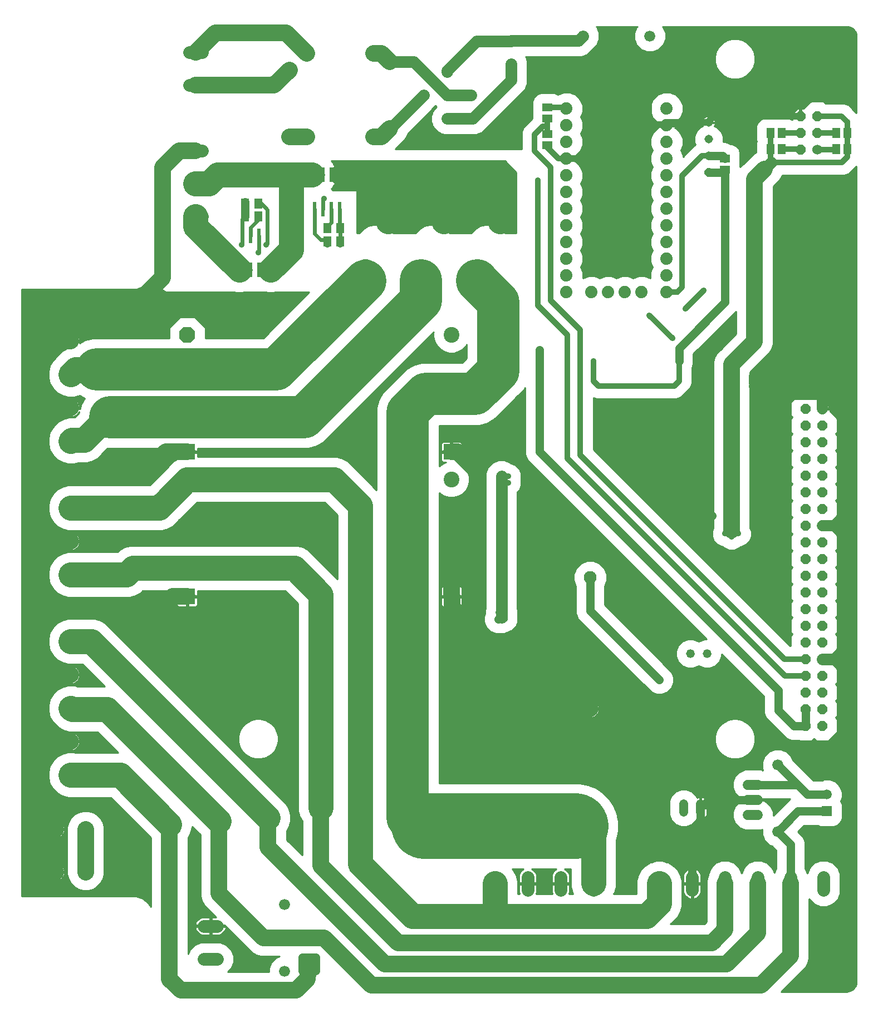
<source format=gbl>
G75*
G70*
%OFA0B0*%
%FSLAX24Y24*%
%IPPOS*%
%LPD*%
%AMOC8*
5,1,8,0,0,1.08239X$1,22.5*
%
%ADD10C,0.0520*%
%ADD11C,0.0768*%
%ADD12C,0.0740*%
%ADD13R,0.0591X0.0512*%
%ADD14OC8,0.0515*%
%ADD15C,0.0515*%
%ADD16C,0.0780*%
%ADD17R,0.0240X0.0870*%
%ADD18R,0.0512X0.0630*%
%ADD19C,0.0760*%
%ADD20OC8,0.0520*%
%ADD21OC8,0.0600*%
%ADD22R,0.0945X0.0945*%
%ADD23OC8,0.0945*%
%ADD24C,0.0945*%
%ADD25C,0.0600*%
%ADD26C,0.0520*%
%ADD27C,0.0660*%
%ADD28OC8,0.1000*%
%ADD29C,0.0600*%
%ADD30R,0.0512X0.0591*%
%ADD31OC8,0.0630*%
%ADD32C,0.0630*%
%ADD33C,0.0120*%
%ADD34R,0.0594X0.0594*%
%ADD35C,0.0594*%
%ADD36C,0.0787*%
%ADD37C,0.0100*%
%ADD38C,0.1000*%
%ADD39C,0.0500*%
%ADD40C,0.0660*%
%ADD41C,0.0700*%
%ADD42C,0.0356*%
%ADD43C,0.0320*%
%ADD44C,0.0400*%
%ADD45C,0.0240*%
%ADD46C,0.1500*%
%ADD47C,0.3937*%
%ADD48C,0.2540*%
D10*
X040890Y021016D03*
X041890Y021016D03*
D11*
X034894Y017709D03*
X034894Y025583D03*
D12*
X034969Y042674D03*
X035969Y042674D03*
X036969Y042674D03*
X037969Y042674D03*
X039469Y042674D03*
X039469Y043674D03*
X039469Y044674D03*
X039469Y045674D03*
X039469Y046674D03*
X039469Y047674D03*
X039469Y048674D03*
X039469Y049674D03*
X039469Y050674D03*
X039469Y051674D03*
X039469Y052674D03*
X039469Y053674D03*
X033469Y053674D03*
X033469Y052674D03*
X033469Y051674D03*
X033469Y050674D03*
X033469Y049674D03*
X033469Y048674D03*
X033469Y047674D03*
X033469Y046674D03*
X033469Y045674D03*
X033469Y044674D03*
X033469Y043674D03*
X033469Y042674D03*
X004682Y010485D03*
X002902Y010485D03*
X002902Y007925D03*
X004682Y007925D03*
D13*
X032335Y051489D03*
X032335Y052158D03*
X032335Y053063D03*
X032335Y053733D03*
X042965Y050681D03*
X042965Y050012D03*
D14*
X041981Y049831D03*
D15*
X041981Y050831D03*
X041981Y051831D03*
X041981Y052831D03*
D16*
X011662Y051136D02*
X010882Y051136D01*
X010882Y049166D02*
X011662Y049166D01*
X011662Y047196D02*
X010882Y047196D01*
X010882Y055076D02*
X011662Y055076D01*
X011662Y057046D02*
X010882Y057046D01*
X029180Y007627D02*
X029180Y006847D01*
X031150Y006847D02*
X031150Y007627D01*
X033117Y007627D02*
X033117Y006847D01*
X035087Y006847D02*
X035087Y007627D01*
X039022Y007627D02*
X039022Y006847D01*
X040992Y006847D02*
X040992Y007627D01*
X042959Y007627D02*
X042959Y006847D01*
X044929Y006847D02*
X044929Y007627D01*
X046896Y007627D02*
X046896Y006847D01*
X048866Y006847D02*
X048866Y007627D01*
X012548Y004683D02*
X011768Y004683D01*
X011768Y002713D02*
X012548Y002713D01*
D17*
X014065Y044002D03*
X014565Y044002D03*
X015065Y044002D03*
X015565Y044002D03*
X015565Y046062D03*
X015065Y046062D03*
X014565Y046062D03*
X014065Y046062D03*
X018396Y047644D03*
X018896Y047644D03*
X019396Y047644D03*
X019896Y047644D03*
X019896Y049704D03*
X019396Y049704D03*
X018896Y049704D03*
X018396Y049704D03*
D18*
X019146Y046508D03*
X019933Y046508D03*
X019933Y045721D03*
X019146Y045721D03*
X015012Y047197D03*
X015012Y047985D03*
X014225Y047985D03*
X014225Y047197D03*
D19*
X017933Y051981D03*
X021933Y051981D03*
X021933Y056981D03*
X017933Y056981D03*
D20*
X016882Y055989D03*
X016882Y051989D03*
X022886Y052481D03*
X022886Y056481D03*
D21*
X047485Y053217D03*
X048485Y053217D03*
X048485Y052217D03*
X047485Y052217D03*
X047485Y051217D03*
X047792Y035693D03*
X047792Y034693D03*
X047792Y033693D03*
X047792Y032693D03*
X047792Y031693D03*
X047792Y030693D03*
X047792Y029693D03*
X047792Y028693D03*
X047792Y027693D03*
X047792Y026693D03*
X047792Y025693D03*
X047792Y024693D03*
X047792Y023693D03*
X047792Y022693D03*
X047792Y021693D03*
X047792Y020693D03*
X047792Y019693D03*
X047792Y018693D03*
X047792Y017693D03*
X047792Y016693D03*
X048792Y016693D03*
X048792Y017693D03*
X048792Y018693D03*
X048792Y019693D03*
X048792Y020693D03*
X048792Y021693D03*
X048792Y022693D03*
X048792Y023693D03*
X048792Y024693D03*
X048792Y025693D03*
X048792Y026693D03*
X048792Y027693D03*
X048792Y028693D03*
X048792Y029693D03*
X048792Y030693D03*
X048792Y031693D03*
X048792Y032693D03*
X048792Y033693D03*
X048792Y034693D03*
X048792Y035693D03*
D22*
X026587Y033103D03*
X026587Y024441D03*
X010760Y024441D03*
X010760Y033103D03*
D23*
X010760Y031449D03*
X010760Y040111D03*
D24*
X026587Y040111D03*
X026587Y031449D03*
D25*
X044330Y013156D02*
X044930Y013156D01*
X044930Y012256D02*
X044330Y012256D01*
X044330Y011356D02*
X044930Y011356D01*
D26*
X041496Y011504D02*
X041496Y012024D01*
X040496Y012024D02*
X040496Y011504D01*
D27*
X046115Y010355D03*
X046115Y014355D03*
X016587Y005989D03*
X016587Y001989D03*
X034469Y058024D03*
X038469Y058024D03*
D28*
X029473Y046926D03*
X028111Y043926D03*
X026126Y046926D03*
X024764Y043926D03*
X022780Y046926D03*
X021418Y043926D03*
D29*
X026331Y055895D03*
X048485Y051217D03*
D30*
X049619Y051233D03*
X050288Y051233D03*
X050288Y052217D03*
X049619Y052217D03*
X046351Y052217D03*
X045681Y052217D03*
X045681Y051233D03*
X046351Y051233D03*
D31*
X030170Y056340D03*
D32*
X030170Y057740D03*
D33*
X027784Y054302D02*
X027844Y054242D01*
X027646Y054242D01*
X027506Y054382D01*
X027506Y054580D01*
X027646Y054720D01*
X027844Y054720D01*
X027984Y054580D01*
X027984Y054382D01*
X027844Y054242D01*
X027807Y054332D01*
X027683Y054332D01*
X027596Y054419D01*
X027596Y054543D01*
X027683Y054630D01*
X027807Y054630D01*
X027894Y054543D01*
X027894Y054419D01*
X027807Y054332D01*
X027770Y054422D01*
X027720Y054422D01*
X027686Y054456D01*
X027686Y054506D01*
X027720Y054540D01*
X027770Y054540D01*
X027804Y054506D01*
X027804Y054456D01*
X027770Y054422D01*
X026370Y052887D02*
X026430Y052827D01*
X026232Y052827D01*
X026092Y052967D01*
X026092Y053165D01*
X026232Y053305D01*
X026430Y053305D01*
X026570Y053165D01*
X026570Y052967D01*
X026430Y052827D01*
X026393Y052917D01*
X026269Y052917D01*
X026182Y053004D01*
X026182Y053128D01*
X026269Y053215D01*
X026393Y053215D01*
X026480Y053128D01*
X026480Y053004D01*
X026393Y052917D01*
X026356Y053007D01*
X026306Y053007D01*
X026272Y053041D01*
X026272Y053091D01*
X026306Y053125D01*
X026356Y053125D01*
X026390Y053091D01*
X026390Y053041D01*
X026356Y053007D01*
X024956Y054302D02*
X025016Y054242D01*
X024818Y054242D01*
X024678Y054382D01*
X024678Y054580D01*
X024818Y054720D01*
X025016Y054720D01*
X025156Y054580D01*
X025156Y054382D01*
X025016Y054242D01*
X024979Y054332D01*
X024855Y054332D01*
X024768Y054419D01*
X024768Y054543D01*
X024855Y054630D01*
X024979Y054630D01*
X025066Y054543D01*
X025066Y054419D01*
X024979Y054332D01*
X024942Y054422D01*
X024892Y054422D01*
X024858Y054456D01*
X024858Y054506D01*
X024892Y054540D01*
X024942Y054540D01*
X024976Y054506D01*
X024976Y054456D01*
X024942Y054422D01*
D34*
X049067Y011567D03*
D35*
X049067Y012567D03*
D36*
X003802Y013750D03*
X003802Y015750D03*
X003802Y017748D03*
X003802Y019748D03*
X003802Y021747D03*
X003802Y023747D03*
X003802Y025745D03*
X003802Y027745D03*
X003802Y029744D03*
X003802Y031744D03*
X003802Y033742D03*
X003802Y035742D03*
X003802Y037741D03*
X003802Y039741D03*
D37*
X000858Y042847D02*
X000858Y006469D01*
X007722Y006469D01*
X008084Y006351D01*
X008084Y006351D01*
X008391Y006128D01*
X008391Y006128D01*
X008587Y005858D01*
X008587Y009967D01*
X006181Y012373D01*
X003640Y012373D01*
X003294Y012465D01*
X002984Y012644D01*
X002713Y012915D01*
X002534Y013225D01*
X002442Y013571D01*
X002442Y013929D01*
X002534Y014275D01*
X002713Y014585D01*
X002967Y014838D01*
X003277Y015017D01*
X003623Y015110D01*
X003981Y015110D01*
X004045Y015093D01*
X006611Y015093D01*
X005394Y016310D01*
X003701Y016310D01*
X003355Y016402D01*
X003045Y016581D01*
X002713Y016913D01*
X002534Y017223D01*
X002442Y017569D01*
X002442Y017927D01*
X002534Y018273D01*
X002713Y018583D01*
X002967Y018837D01*
X003277Y019016D01*
X003623Y019108D01*
X003981Y019108D01*
X004274Y019030D01*
X005823Y019030D01*
X004475Y020378D01*
X004466Y020387D01*
X003623Y020387D01*
X003277Y020480D01*
X002967Y020659D01*
X002713Y020912D01*
X002534Y021222D01*
X002442Y021568D01*
X002442Y021926D01*
X002534Y022272D01*
X002713Y022582D01*
X002967Y022835D01*
X003277Y023014D01*
X003623Y023107D01*
X005209Y023107D01*
X005554Y023014D01*
X005865Y022835D01*
X006258Y022442D01*
X006398Y022301D01*
X016691Y012009D01*
X016870Y011699D01*
X016963Y011353D01*
X016963Y010995D01*
X016870Y010649D01*
X016713Y010376D01*
X016713Y009862D01*
X017642Y008932D01*
X017642Y010967D01*
X017485Y011239D01*
X017392Y011585D01*
X017392Y023996D01*
X016614Y024774D01*
X011383Y024774D01*
X011383Y024491D01*
X010810Y024491D01*
X010810Y024391D01*
X010810Y023819D01*
X011252Y023819D01*
X011291Y023829D01*
X011325Y023849D01*
X011353Y023877D01*
X011372Y023911D01*
X011383Y023949D01*
X011383Y024391D01*
X010810Y024391D01*
X010710Y024391D01*
X010710Y023819D01*
X010268Y023819D01*
X010230Y023829D01*
X010196Y023849D01*
X010168Y023877D01*
X010148Y023911D01*
X010138Y023949D01*
X010138Y024391D01*
X010710Y024391D01*
X010710Y024491D01*
X010138Y024491D01*
X010138Y024774D01*
X008095Y024774D01*
X007973Y024652D01*
X007663Y024473D01*
X007317Y024381D01*
X003627Y024381D01*
X003281Y024473D01*
X002971Y024652D01*
X002713Y024910D01*
X002534Y025220D01*
X002442Y025566D01*
X002442Y025924D01*
X002534Y026270D01*
X002713Y026580D01*
X002967Y026834D01*
X003277Y027013D01*
X003623Y027105D01*
X003981Y027105D01*
X003999Y027101D01*
X006575Y027101D01*
X006697Y027223D01*
X007007Y027402D01*
X007353Y027494D01*
X017357Y027494D01*
X017702Y027402D01*
X018013Y027223D01*
X019755Y025481D01*
X019755Y029311D01*
X018976Y030089D01*
X011343Y030089D01*
X010441Y029187D01*
X010293Y029039D01*
X010293Y029039D01*
X009910Y028656D01*
X009600Y028477D01*
X009254Y028384D01*
X003623Y028384D01*
X003277Y028477D01*
X002967Y028656D01*
X002713Y028909D01*
X002534Y029219D01*
X002442Y029565D01*
X002442Y029923D01*
X002534Y030269D01*
X002713Y030579D01*
X002967Y030832D01*
X003277Y031011D01*
X003623Y031104D01*
X008511Y031104D01*
X008518Y031110D01*
X009645Y032238D01*
X009672Y032284D01*
X009925Y032537D01*
X010138Y032660D01*
X010138Y033053D01*
X010710Y033053D01*
X010710Y033153D01*
X010138Y033153D01*
X010138Y033309D01*
X006000Y033309D01*
X005667Y032976D01*
X005414Y032723D01*
X005104Y032544D01*
X004758Y032451D01*
X004238Y032451D01*
X003981Y032382D01*
X003623Y032382D01*
X003277Y032475D01*
X002967Y032654D01*
X002713Y032907D01*
X002534Y033218D01*
X002442Y033563D01*
X002442Y033922D01*
X002534Y034267D01*
X002713Y034578D01*
X003035Y034900D01*
X003346Y035079D01*
X003691Y035171D01*
X004016Y035171D01*
X004274Y035430D01*
X004274Y035437D01*
X004294Y035511D01*
X004267Y035457D01*
X004216Y035388D01*
X004156Y035328D01*
X004087Y035277D01*
X004010Y035239D01*
X003929Y035212D01*
X003852Y035200D01*
X003852Y035692D01*
X003852Y035792D01*
X004344Y035792D01*
X004332Y035870D01*
X004305Y035951D01*
X004267Y036027D01*
X004216Y036097D01*
X004156Y036157D01*
X004087Y036207D01*
X004010Y036246D01*
X003929Y036273D01*
X003852Y036285D01*
X003852Y035792D01*
X003752Y035792D01*
X003752Y035692D01*
X003852Y035692D01*
X004342Y035692D01*
X004402Y035915D01*
X004625Y036301D01*
X004326Y036474D01*
X003981Y036381D01*
X003623Y036381D01*
X003277Y036474D01*
X002967Y036653D01*
X002713Y036906D01*
X002534Y037216D01*
X002442Y037562D01*
X002442Y037920D01*
X002534Y038266D01*
X002713Y038576D01*
X002877Y038739D01*
X002900Y038780D01*
X003154Y039034D01*
X003252Y039132D01*
X003510Y039281D01*
X003447Y039326D01*
X003387Y039387D01*
X003337Y039456D01*
X003298Y039532D01*
X003271Y039614D01*
X003259Y039691D01*
X003752Y039691D01*
X003752Y039791D01*
X003752Y040284D01*
X003674Y040271D01*
X003593Y040245D01*
X003517Y040206D01*
X003447Y040156D01*
X003387Y040095D01*
X003337Y040026D01*
X003298Y039950D01*
X003271Y039868D01*
X003259Y039791D01*
X003752Y039791D01*
X003852Y039791D01*
X004344Y039791D01*
X004332Y039868D01*
X004305Y039950D01*
X004267Y040026D01*
X004216Y040095D01*
X004156Y040156D01*
X004087Y040206D01*
X004010Y040245D01*
X003929Y040271D01*
X003852Y040284D01*
X003852Y039791D01*
X003852Y039691D01*
X004344Y039691D01*
X004332Y039618D01*
X004641Y039796D01*
X005119Y039924D01*
X009678Y039924D01*
X009678Y040559D01*
X010312Y041193D01*
X011209Y041193D01*
X011843Y040559D01*
X011843Y039924D01*
X015316Y039924D01*
X018062Y042670D01*
X016037Y042670D01*
X015933Y042642D01*
X015575Y042642D01*
X015471Y042670D01*
X014160Y042670D01*
X014056Y042642D01*
X013698Y042642D01*
X013594Y042670D01*
X009500Y042670D01*
X008451Y043270D01*
X008391Y043188D01*
X008391Y043188D01*
X008084Y042965D01*
X007722Y042847D01*
X000858Y042847D01*
X000858Y042801D02*
X009271Y042801D01*
X009099Y042899D02*
X007882Y042899D01*
X008129Y042998D02*
X008927Y042998D01*
X008754Y043096D02*
X008265Y043096D01*
X008396Y043195D02*
X008582Y043195D01*
X009444Y042702D02*
X000858Y042702D01*
X000858Y042604D02*
X017996Y042604D01*
X017898Y042505D02*
X000858Y042505D01*
X000858Y042407D02*
X017799Y042407D01*
X017701Y042308D02*
X000858Y042308D01*
X000858Y042210D02*
X017602Y042210D01*
X017504Y042111D02*
X000858Y042111D01*
X000858Y042013D02*
X017405Y042013D01*
X017307Y041914D02*
X000858Y041914D01*
X000858Y041816D02*
X017208Y041816D01*
X017110Y041717D02*
X000858Y041717D01*
X000858Y041619D02*
X017011Y041619D01*
X016913Y041520D02*
X000858Y041520D01*
X000858Y041422D02*
X016814Y041422D01*
X016716Y041323D02*
X000858Y041323D01*
X000858Y041225D02*
X016617Y041225D01*
X016519Y041126D02*
X011276Y041126D01*
X011374Y041028D02*
X016420Y041028D01*
X016322Y040929D02*
X011473Y040929D01*
X011571Y040831D02*
X016223Y040831D01*
X016125Y040732D02*
X011670Y040732D01*
X011768Y040634D02*
X016026Y040634D01*
X015928Y040535D02*
X011843Y040535D01*
X011843Y040437D02*
X015829Y040437D01*
X015731Y040338D02*
X011843Y040338D01*
X011843Y040240D02*
X015632Y040240D01*
X015534Y040141D02*
X011843Y040141D01*
X011843Y040043D02*
X015435Y040043D01*
X015337Y039944D02*
X011843Y039944D01*
X010245Y041126D02*
X000858Y041126D01*
X000858Y041028D02*
X010146Y041028D01*
X010048Y040929D02*
X000858Y040929D01*
X000858Y040831D02*
X009949Y040831D01*
X009851Y040732D02*
X000858Y040732D01*
X000858Y040634D02*
X009752Y040634D01*
X009678Y040535D02*
X000858Y040535D01*
X000858Y040437D02*
X009678Y040437D01*
X009678Y040338D02*
X000858Y040338D01*
X000858Y040240D02*
X003583Y040240D01*
X003752Y040240D02*
X003852Y040240D01*
X003852Y040141D02*
X003752Y040141D01*
X003752Y040043D02*
X003852Y040043D01*
X003852Y039944D02*
X003752Y039944D01*
X003752Y039846D02*
X003852Y039846D01*
X003852Y039747D02*
X004557Y039747D01*
X004386Y039649D02*
X004337Y039649D01*
X004335Y039846D02*
X004828Y039846D01*
X004307Y039944D02*
X009678Y039944D01*
X009678Y040043D02*
X004254Y040043D01*
X004170Y040141D02*
X009678Y040141D01*
X009678Y040240D02*
X004021Y040240D01*
X003752Y039747D02*
X000858Y039747D01*
X000858Y039649D02*
X003266Y039649D01*
X003292Y039550D02*
X000858Y039550D01*
X000858Y039452D02*
X003340Y039452D01*
X003421Y039353D02*
X000858Y039353D01*
X000858Y039255D02*
X003464Y039255D01*
X003294Y039156D02*
X000858Y039156D01*
X000858Y039058D02*
X003178Y039058D01*
X003079Y038959D02*
X000858Y038959D01*
X000858Y038861D02*
X002981Y038861D01*
X002890Y038762D02*
X000858Y038762D01*
X000858Y038664D02*
X002801Y038664D01*
X002707Y038565D02*
X000858Y038565D01*
X000858Y038467D02*
X002650Y038467D01*
X002593Y038368D02*
X000858Y038368D01*
X000858Y038270D02*
X002536Y038270D01*
X002509Y038171D02*
X000858Y038171D01*
X000858Y038073D02*
X002482Y038073D01*
X002456Y037974D02*
X000858Y037974D01*
X000858Y037876D02*
X002442Y037876D01*
X002442Y037777D02*
X000858Y037777D01*
X000858Y037679D02*
X002442Y037679D01*
X002442Y037580D02*
X000858Y037580D01*
X000858Y037482D02*
X002463Y037482D01*
X002489Y037383D02*
X000858Y037383D01*
X000858Y037285D02*
X002516Y037285D01*
X002552Y037186D02*
X000858Y037186D01*
X000858Y037088D02*
X002608Y037088D01*
X002665Y036989D02*
X000858Y036989D01*
X000858Y036891D02*
X002729Y036891D01*
X002827Y036792D02*
X000858Y036792D01*
X000858Y036694D02*
X002926Y036694D01*
X003066Y036595D02*
X000858Y036595D01*
X000858Y036497D02*
X003237Y036497D01*
X003559Y036398D02*
X000858Y036398D01*
X000858Y036300D02*
X004624Y036300D01*
X004567Y036201D02*
X004095Y036201D01*
X004210Y036103D02*
X004510Y036103D01*
X004453Y036004D02*
X004278Y036004D01*
X004320Y035906D02*
X004400Y035906D01*
X004373Y035807D02*
X004342Y035807D01*
X004347Y035709D02*
X003852Y035709D01*
X003852Y035807D02*
X003752Y035807D01*
X003752Y035792D02*
X003752Y036285D01*
X003674Y036273D01*
X003593Y036246D01*
X003517Y036207D01*
X003447Y036157D01*
X003387Y036097D01*
X003337Y036027D01*
X003298Y035951D01*
X003271Y035870D01*
X003259Y035792D01*
X003752Y035792D01*
X003752Y035709D02*
X000858Y035709D01*
X000858Y035807D02*
X003261Y035807D01*
X003283Y035906D02*
X000858Y035906D01*
X000858Y036004D02*
X003325Y036004D01*
X003393Y036103D02*
X000858Y036103D01*
X000858Y036201D02*
X003508Y036201D01*
X003752Y036201D02*
X003852Y036201D01*
X003852Y036103D02*
X003752Y036103D01*
X003752Y036004D02*
X003852Y036004D01*
X003852Y035906D02*
X003752Y035906D01*
X003752Y035692D02*
X003259Y035692D01*
X003271Y035615D01*
X003298Y035534D01*
X003337Y035457D01*
X003387Y035388D01*
X003447Y035328D01*
X003517Y035277D01*
X003593Y035239D01*
X003674Y035212D01*
X003752Y035200D01*
X003752Y035692D01*
X003752Y035610D02*
X003852Y035610D01*
X003852Y035512D02*
X003752Y035512D01*
X003752Y035413D02*
X003852Y035413D01*
X003852Y035315D02*
X003752Y035315D01*
X003752Y035216D02*
X003852Y035216D01*
X003941Y035216D02*
X004060Y035216D01*
X004138Y035315D02*
X004159Y035315D01*
X004234Y035413D02*
X004257Y035413D01*
X003662Y035216D02*
X000858Y035216D01*
X000858Y035118D02*
X003491Y035118D01*
X003465Y035315D02*
X000858Y035315D01*
X000858Y035413D02*
X003369Y035413D01*
X003309Y035512D02*
X000858Y035512D01*
X000858Y035610D02*
X003273Y035610D01*
X003242Y035019D02*
X000858Y035019D01*
X000858Y034921D02*
X003072Y034921D01*
X002958Y034822D02*
X000858Y034822D01*
X000858Y034724D02*
X002859Y034724D01*
X002761Y034625D02*
X000858Y034625D01*
X000858Y034527D02*
X002684Y034527D01*
X002627Y034428D02*
X000858Y034428D01*
X000858Y034330D02*
X002570Y034330D01*
X002525Y034231D02*
X000858Y034231D01*
X000858Y034133D02*
X002498Y034133D01*
X002472Y034034D02*
X000858Y034034D01*
X000858Y033936D02*
X002445Y033936D01*
X002442Y033837D02*
X000858Y033837D01*
X000858Y033739D02*
X002442Y033739D01*
X002442Y033640D02*
X000858Y033640D01*
X000858Y033542D02*
X002447Y033542D01*
X002474Y033443D02*
X000858Y033443D01*
X000858Y033345D02*
X002500Y033345D01*
X002527Y033246D02*
X000858Y033246D01*
X000858Y033148D02*
X002575Y033148D01*
X002632Y033049D02*
X000858Y033049D01*
X000858Y032951D02*
X002688Y032951D01*
X002769Y032852D02*
X000858Y032852D01*
X000858Y032754D02*
X002867Y032754D01*
X002966Y032655D02*
X000858Y032655D01*
X000858Y032557D02*
X003136Y032557D01*
X003340Y032458D02*
X000858Y032458D01*
X000858Y032360D02*
X009747Y032360D01*
X009659Y032261D02*
X003969Y032261D01*
X003929Y032274D02*
X003852Y032286D01*
X003852Y031794D01*
X004344Y031794D01*
X004332Y031871D01*
X004305Y031953D01*
X004267Y032029D01*
X004216Y032098D01*
X004156Y032159D01*
X004087Y032209D01*
X004010Y032248D01*
X003929Y032274D01*
X003852Y032261D02*
X003752Y032261D01*
X003752Y032286D02*
X003674Y032274D01*
X003593Y032248D01*
X003517Y032209D01*
X003447Y032159D01*
X003387Y032098D01*
X003337Y032029D01*
X003298Y031953D01*
X003271Y031871D01*
X003259Y031794D01*
X003752Y031794D01*
X003752Y032286D01*
X003634Y032261D02*
X000858Y032261D01*
X000858Y032163D02*
X003453Y032163D01*
X003362Y032064D02*
X000858Y032064D01*
X000858Y031966D02*
X003304Y031966D01*
X003271Y031867D02*
X000858Y031867D01*
X000858Y031769D02*
X003752Y031769D01*
X003752Y031794D02*
X003752Y031694D01*
X003852Y031694D01*
X003852Y031794D01*
X003752Y031794D01*
X003752Y031867D02*
X003852Y031867D01*
X003852Y031769D02*
X009176Y031769D01*
X009274Y031867D02*
X004333Y031867D01*
X004299Y031966D02*
X009373Y031966D01*
X009471Y032064D02*
X004241Y032064D01*
X004150Y032163D02*
X009570Y032163D01*
X009846Y032458D02*
X004783Y032458D01*
X005126Y032557D02*
X009958Y032557D01*
X010129Y032655D02*
X005296Y032655D01*
X005445Y032754D02*
X010138Y032754D01*
X010138Y032852D02*
X005543Y032852D01*
X005642Y032951D02*
X010138Y032951D01*
X010138Y033049D02*
X005740Y033049D01*
X005839Y033148D02*
X010710Y033148D01*
X010810Y033148D02*
X022089Y033148D01*
X022089Y033246D02*
X011383Y033246D01*
X011383Y033309D02*
X011383Y033153D01*
X010810Y033153D01*
X010810Y033053D01*
X011383Y033053D01*
X011383Y032809D01*
X019719Y032809D01*
X020065Y032717D01*
X020375Y032537D01*
X022089Y030823D01*
X022089Y035732D01*
X022217Y036210D01*
X022465Y036639D01*
X023897Y038072D01*
X024326Y038319D01*
X024804Y038447D01*
X027226Y038447D01*
X027502Y038724D01*
X027502Y039531D01*
X027453Y039446D01*
X027252Y039244D01*
X027005Y039102D01*
X026730Y039028D01*
X026445Y039028D01*
X026169Y039102D01*
X025922Y039244D01*
X025721Y039446D01*
X025578Y039693D01*
X025505Y039968D01*
X025505Y040253D01*
X025510Y040272D01*
X018922Y033685D01*
X018494Y033437D01*
X018016Y033309D01*
X011383Y033309D01*
X011383Y033049D02*
X022089Y033049D01*
X022089Y032951D02*
X011383Y032951D01*
X011383Y032852D02*
X022089Y032852D01*
X022089Y032754D02*
X019926Y032754D01*
X020171Y032655D02*
X022089Y032655D01*
X022089Y032557D02*
X020342Y032557D01*
X020454Y032458D02*
X022089Y032458D01*
X022089Y032360D02*
X020553Y032360D01*
X020651Y032261D02*
X022089Y032261D01*
X022089Y032163D02*
X020750Y032163D01*
X020848Y032064D02*
X022089Y032064D01*
X022089Y031966D02*
X020947Y031966D01*
X021045Y031867D02*
X022089Y031867D01*
X022089Y031769D02*
X021144Y031769D01*
X021242Y031670D02*
X022089Y031670D01*
X022089Y031572D02*
X021341Y031572D01*
X021439Y031473D02*
X022089Y031473D01*
X022089Y031375D02*
X021538Y031375D01*
X021636Y031276D02*
X022089Y031276D01*
X022089Y031178D02*
X021735Y031178D01*
X021833Y031079D02*
X022089Y031079D01*
X022089Y030981D02*
X021932Y030981D01*
X022030Y030882D02*
X022089Y030882D01*
X019755Y029306D02*
X010560Y029306D01*
X010462Y029208D02*
X019755Y029208D01*
X019755Y029109D02*
X010363Y029109D01*
X010265Y029011D02*
X019755Y029011D01*
X019755Y028912D02*
X010166Y028912D01*
X010068Y028814D02*
X019755Y028814D01*
X019755Y028715D02*
X009969Y028715D01*
X009842Y028617D02*
X019755Y028617D01*
X019755Y028518D02*
X009671Y028518D01*
X009387Y028420D02*
X019755Y028420D01*
X019755Y028321D02*
X000858Y028321D01*
X000858Y028223D02*
X003540Y028223D01*
X003517Y028210D02*
X003447Y028160D01*
X003387Y028100D01*
X003337Y028030D01*
X003298Y027954D01*
X003271Y027873D01*
X003259Y027795D01*
X003752Y027795D01*
X003752Y027695D01*
X003852Y027695D01*
X003852Y027795D01*
X004344Y027795D01*
X004332Y027873D01*
X004305Y027954D01*
X004267Y028030D01*
X004216Y028100D01*
X004156Y028160D01*
X004087Y028210D01*
X004010Y028249D01*
X003929Y028276D01*
X003852Y028288D01*
X003852Y027795D01*
X003752Y027795D01*
X003752Y028288D01*
X003674Y028276D01*
X003593Y028249D01*
X003517Y028210D01*
X003411Y028124D02*
X000858Y028124D01*
X000858Y028026D02*
X003334Y028026D01*
X003289Y027927D02*
X000858Y027927D01*
X000858Y027829D02*
X003264Y027829D01*
X003259Y027695D02*
X003271Y027618D01*
X003298Y027537D01*
X003337Y027460D01*
X003387Y027391D01*
X003447Y027331D01*
X003517Y027280D01*
X003593Y027242D01*
X003674Y027215D01*
X003752Y027203D01*
X003752Y027695D01*
X003259Y027695D01*
X003269Y027632D02*
X000858Y027632D01*
X000858Y027730D02*
X003752Y027730D01*
X003752Y027632D02*
X003852Y027632D01*
X003852Y027695D02*
X003852Y027203D01*
X003929Y027215D01*
X004010Y027242D01*
X004087Y027280D01*
X004156Y027331D01*
X004216Y027391D01*
X004267Y027460D01*
X004305Y027537D01*
X004332Y027618D01*
X004344Y027695D01*
X003852Y027695D01*
X003852Y027730D02*
X019755Y027730D01*
X019755Y027632D02*
X004334Y027632D01*
X004304Y027533D02*
X019755Y027533D01*
X019755Y027435D02*
X017579Y027435D01*
X017816Y027336D02*
X019755Y027336D01*
X019755Y027238D02*
X017987Y027238D01*
X018096Y027139D02*
X019755Y027139D01*
X019755Y027041D02*
X018195Y027041D01*
X018293Y026942D02*
X019755Y026942D01*
X019755Y026844D02*
X018392Y026844D01*
X018490Y026745D02*
X019755Y026745D01*
X019755Y026647D02*
X018589Y026647D01*
X018687Y026548D02*
X019755Y026548D01*
X019755Y026450D02*
X018786Y026450D01*
X018884Y026351D02*
X019755Y026351D01*
X019755Y026253D02*
X018983Y026253D01*
X019081Y026154D02*
X019755Y026154D01*
X019755Y026056D02*
X019180Y026056D01*
X019278Y025957D02*
X019755Y025957D01*
X019755Y025859D02*
X019377Y025859D01*
X019475Y025760D02*
X019755Y025760D01*
X019755Y025662D02*
X019574Y025662D01*
X019672Y025563D02*
X019755Y025563D01*
X019755Y027829D02*
X004339Y027829D01*
X004314Y027927D02*
X019755Y027927D01*
X019755Y028026D02*
X004269Y028026D01*
X004192Y028124D02*
X019755Y028124D01*
X019755Y028223D02*
X004063Y028223D01*
X003852Y028223D02*
X003752Y028223D01*
X003752Y028124D02*
X003852Y028124D01*
X003852Y028026D02*
X003752Y028026D01*
X003752Y027927D02*
X003852Y027927D01*
X003852Y027829D02*
X003752Y027829D01*
X003752Y027533D02*
X003852Y027533D01*
X003852Y027435D02*
X003752Y027435D01*
X003752Y027336D02*
X003852Y027336D01*
X003852Y027238D02*
X003752Y027238D01*
X003605Y027238D02*
X000858Y027238D01*
X000858Y027336D02*
X003442Y027336D01*
X003355Y027435D02*
X000858Y027435D01*
X000858Y027533D02*
X003300Y027533D01*
X003381Y027041D02*
X000858Y027041D01*
X000858Y027139D02*
X006613Y027139D01*
X006723Y027238D02*
X003998Y027238D01*
X004161Y027336D02*
X006893Y027336D01*
X007130Y027435D02*
X004248Y027435D01*
X003490Y028420D02*
X000858Y028420D01*
X000858Y028518D02*
X003205Y028518D01*
X003034Y028617D02*
X000858Y028617D01*
X000858Y028715D02*
X002907Y028715D01*
X002809Y028814D02*
X000858Y028814D01*
X000858Y028912D02*
X002711Y028912D01*
X002655Y029011D02*
X000858Y029011D01*
X000858Y029109D02*
X002598Y029109D01*
X002541Y029208D02*
X000858Y029208D01*
X000858Y029306D02*
X002511Y029306D01*
X002485Y029405D02*
X000858Y029405D01*
X000858Y029503D02*
X002458Y029503D01*
X002442Y029602D02*
X000858Y029602D01*
X000858Y029700D02*
X002442Y029700D01*
X002442Y029799D02*
X000858Y029799D01*
X000858Y029897D02*
X002442Y029897D01*
X002461Y029996D02*
X000858Y029996D01*
X000858Y030094D02*
X002487Y030094D01*
X002514Y030193D02*
X000858Y030193D01*
X000858Y030291D02*
X002547Y030291D01*
X002604Y030390D02*
X000858Y030390D01*
X000858Y030488D02*
X002661Y030488D01*
X002721Y030587D02*
X000858Y030587D01*
X000858Y030685D02*
X002819Y030685D01*
X002918Y030784D02*
X000858Y030784D01*
X000858Y030882D02*
X003053Y030882D01*
X003224Y030981D02*
X000858Y030981D01*
X000858Y031079D02*
X003530Y031079D01*
X003593Y031240D02*
X003674Y031214D01*
X003752Y031201D01*
X003752Y031694D01*
X003259Y031694D01*
X003271Y031617D01*
X003298Y031535D01*
X003337Y031459D01*
X003387Y031390D01*
X003447Y031329D01*
X003517Y031279D01*
X003593Y031240D01*
X003522Y031276D02*
X000858Y031276D01*
X000858Y031178D02*
X008585Y031178D01*
X008683Y031276D02*
X004081Y031276D01*
X004087Y031279D02*
X004156Y031329D01*
X004216Y031390D01*
X004267Y031459D01*
X004305Y031535D01*
X004332Y031617D01*
X004344Y031694D01*
X003852Y031694D01*
X003852Y031201D01*
X003929Y031214D01*
X004010Y031240D01*
X004087Y031279D01*
X004201Y031375D02*
X008782Y031375D01*
X008880Y031473D02*
X004274Y031473D01*
X004317Y031572D02*
X008979Y031572D01*
X009077Y031670D02*
X004340Y031670D01*
X003852Y031670D02*
X003752Y031670D01*
X003752Y031572D02*
X003852Y031572D01*
X003852Y031473D02*
X003752Y031473D01*
X003752Y031375D02*
X003852Y031375D01*
X003852Y031276D02*
X003752Y031276D01*
X003402Y031375D02*
X000858Y031375D01*
X000858Y031473D02*
X003329Y031473D01*
X003286Y031572D02*
X000858Y031572D01*
X000858Y031670D02*
X003263Y031670D01*
X003752Y031966D02*
X003852Y031966D01*
X003852Y032064D02*
X003752Y032064D01*
X003752Y032163D02*
X003852Y032163D01*
X005937Y033246D02*
X010138Y033246D01*
X011250Y029996D02*
X019070Y029996D01*
X019169Y029897D02*
X011151Y029897D01*
X011053Y029799D02*
X019267Y029799D01*
X019366Y029700D02*
X010954Y029700D01*
X010856Y029602D02*
X019464Y029602D01*
X019563Y029503D02*
X010757Y029503D01*
X010659Y029405D02*
X019661Y029405D01*
X018503Y033443D02*
X022089Y033443D01*
X022089Y033345D02*
X018147Y033345D01*
X018674Y033542D02*
X022089Y033542D01*
X022089Y033640D02*
X018845Y033640D01*
X018976Y033739D02*
X022089Y033739D01*
X022089Y033837D02*
X019075Y033837D01*
X019173Y033936D02*
X022089Y033936D01*
X022089Y034034D02*
X019272Y034034D01*
X019370Y034133D02*
X022089Y034133D01*
X022089Y034231D02*
X019469Y034231D01*
X019567Y034330D02*
X022089Y034330D01*
X022089Y034428D02*
X019666Y034428D01*
X019764Y034527D02*
X022089Y034527D01*
X022089Y034625D02*
X019863Y034625D01*
X019961Y034724D02*
X022089Y034724D01*
X022089Y034822D02*
X020060Y034822D01*
X020158Y034921D02*
X022089Y034921D01*
X022089Y035019D02*
X020257Y035019D01*
X020355Y035118D02*
X022089Y035118D01*
X022089Y035216D02*
X020454Y035216D01*
X020552Y035315D02*
X022089Y035315D01*
X022089Y035413D02*
X020651Y035413D01*
X020749Y035512D02*
X022089Y035512D01*
X022089Y035610D02*
X020848Y035610D01*
X020946Y035709D02*
X022089Y035709D01*
X022109Y035807D02*
X021045Y035807D01*
X021143Y035906D02*
X022135Y035906D01*
X022162Y036004D02*
X021242Y036004D01*
X021340Y036103D02*
X022188Y036103D01*
X022215Y036201D02*
X021439Y036201D01*
X021537Y036300D02*
X022269Y036300D01*
X022325Y036398D02*
X021636Y036398D01*
X021734Y036497D02*
X022382Y036497D01*
X022439Y036595D02*
X021833Y036595D01*
X021931Y036694D02*
X022519Y036694D01*
X022618Y036792D02*
X022030Y036792D01*
X022128Y036891D02*
X022716Y036891D01*
X022815Y036989D02*
X022227Y036989D01*
X022325Y037088D02*
X022913Y037088D01*
X023012Y037186D02*
X022424Y037186D01*
X022522Y037285D02*
X023110Y037285D01*
X023209Y037383D02*
X022621Y037383D01*
X022719Y037482D02*
X023307Y037482D01*
X023406Y037580D02*
X022818Y037580D01*
X022916Y037679D02*
X023504Y037679D01*
X023603Y037777D02*
X023015Y037777D01*
X023113Y037876D02*
X023701Y037876D01*
X023800Y037974D02*
X023212Y037974D01*
X023310Y038073D02*
X023899Y038073D01*
X024069Y038171D02*
X023409Y038171D01*
X023507Y038270D02*
X024240Y038270D01*
X024508Y038368D02*
X023606Y038368D01*
X023704Y038467D02*
X027245Y038467D01*
X027343Y038565D02*
X023803Y038565D01*
X023901Y038664D02*
X027442Y038664D01*
X027502Y038762D02*
X024000Y038762D01*
X024098Y038861D02*
X027502Y038861D01*
X027502Y038959D02*
X024197Y038959D01*
X024295Y039058D02*
X026335Y039058D01*
X026075Y039156D02*
X024394Y039156D01*
X024492Y039255D02*
X025912Y039255D01*
X025814Y039353D02*
X024591Y039353D01*
X024689Y039452D02*
X025718Y039452D01*
X025661Y039550D02*
X024788Y039550D01*
X024886Y039649D02*
X025604Y039649D01*
X025564Y039747D02*
X024985Y039747D01*
X025083Y039846D02*
X025537Y039846D01*
X025511Y039944D02*
X025182Y039944D01*
X025280Y040043D02*
X025505Y040043D01*
X025505Y040141D02*
X025379Y040141D01*
X025477Y040240D02*
X025505Y040240D01*
X026839Y039058D02*
X027502Y039058D01*
X027502Y039156D02*
X027099Y039156D01*
X027262Y039255D02*
X027502Y039255D01*
X027502Y039353D02*
X027360Y039353D01*
X027456Y039452D02*
X027502Y039452D01*
X030537Y036441D02*
X030537Y036441D01*
X030887Y036791D01*
X030983Y036958D01*
X030983Y032951D01*
X031114Y032635D01*
X031356Y032393D01*
X041863Y021886D01*
X041717Y021886D01*
X041397Y021754D01*
X041390Y021747D01*
X041383Y021754D01*
X041063Y021886D01*
X040717Y021886D01*
X040397Y021754D01*
X040153Y021509D01*
X040020Y021189D01*
X040020Y020843D01*
X040153Y020523D01*
X040397Y020279D01*
X040717Y020146D01*
X041063Y020146D01*
X041383Y020279D01*
X041390Y020286D01*
X041397Y020279D01*
X041717Y020146D01*
X042063Y020146D01*
X042383Y020279D01*
X042628Y020523D01*
X042760Y020843D01*
X042760Y020989D01*
X045304Y018445D01*
X045304Y017449D01*
X045435Y017133D01*
X046370Y016198D01*
X046612Y015956D01*
X046928Y015825D01*
X047373Y015825D01*
X047415Y015783D01*
X048169Y015783D01*
X048292Y015906D01*
X048415Y015783D01*
X049169Y015783D01*
X049702Y016316D01*
X049702Y017070D01*
X049579Y017193D01*
X049702Y017316D01*
X049702Y018070D01*
X049579Y018193D01*
X049702Y018316D01*
X049702Y019070D01*
X049579Y019193D01*
X049702Y019316D01*
X049702Y020070D01*
X049242Y020530D01*
X049242Y020643D01*
X048842Y020643D01*
X048842Y020743D01*
X049242Y020743D01*
X049242Y020856D01*
X049702Y021316D01*
X049702Y022070D01*
X049579Y022193D01*
X049702Y022316D01*
X049702Y023070D01*
X049579Y023193D01*
X049702Y023316D01*
X049702Y024070D01*
X049579Y024193D01*
X049702Y024316D01*
X049702Y025070D01*
X049579Y025193D01*
X049702Y025316D01*
X049702Y026070D01*
X049579Y026193D01*
X049702Y026316D01*
X049702Y027070D01*
X049579Y027193D01*
X049702Y027316D01*
X049702Y028070D01*
X049242Y028530D01*
X049242Y028643D01*
X048842Y028643D01*
X048842Y028743D01*
X049242Y028743D01*
X049242Y028856D01*
X049702Y029316D01*
X049702Y030070D01*
X049579Y030193D01*
X049702Y030316D01*
X049702Y031070D01*
X049579Y031193D01*
X049702Y031316D01*
X049702Y032070D01*
X049579Y032193D01*
X049702Y032316D01*
X049702Y033070D01*
X049579Y033193D01*
X049702Y033316D01*
X049702Y034070D01*
X049579Y034193D01*
X049702Y034316D01*
X049702Y035070D01*
X049242Y035530D01*
X049242Y035643D01*
X048842Y035643D01*
X048842Y035743D01*
X049242Y035743D01*
X049242Y035880D01*
X048978Y036143D01*
X048842Y036143D01*
X048842Y035743D01*
X048742Y035743D01*
X048742Y036143D01*
X048629Y036143D01*
X048169Y036603D01*
X047415Y036603D01*
X046882Y036070D01*
X046882Y035316D01*
X047005Y035193D01*
X046882Y035070D01*
X046882Y034316D01*
X047005Y034193D01*
X046882Y034070D01*
X046882Y033316D01*
X047005Y033193D01*
X046882Y033070D01*
X046882Y032316D01*
X047005Y032193D01*
X046882Y032070D01*
X046882Y031316D01*
X047005Y031193D01*
X046882Y031070D01*
X046882Y030316D01*
X047005Y030193D01*
X046882Y030070D01*
X046882Y029316D01*
X047005Y029193D01*
X046882Y029070D01*
X046882Y028316D01*
X047005Y028193D01*
X046882Y028070D01*
X046882Y027316D01*
X047005Y027193D01*
X046882Y027070D01*
X046882Y026316D01*
X047005Y026193D01*
X046882Y026070D01*
X046882Y025316D01*
X047005Y025193D01*
X046882Y025070D01*
X046882Y024316D01*
X047005Y024193D01*
X046882Y024070D01*
X046882Y023316D01*
X047005Y023193D01*
X046882Y023070D01*
X046882Y022316D01*
X047005Y022193D01*
X046882Y022070D01*
X046882Y021463D01*
X046855Y021463D01*
X035074Y033245D01*
X035074Y036356D01*
X035233Y036289D01*
X040067Y036289D01*
X040350Y036407D01*
X040862Y036919D01*
X040979Y037202D01*
X040979Y038147D01*
X041069Y038365D01*
X041069Y038967D01*
X043452Y041350D01*
X043627Y041525D01*
X043627Y040177D01*
X042677Y039227D01*
X042470Y039021D01*
X042324Y038767D01*
X042249Y038485D01*
X042249Y028531D01*
X042177Y028358D01*
X042177Y028044D01*
X042297Y027755D01*
X042519Y027533D01*
X042808Y027413D01*
X042835Y027413D01*
X042912Y027336D01*
X043202Y027216D01*
X043515Y027216D01*
X043805Y027336D01*
X043882Y027413D01*
X043909Y027413D01*
X044199Y027533D01*
X046882Y027533D01*
X046882Y027435D02*
X043961Y027435D01*
X043805Y027336D02*
X046882Y027336D01*
X046961Y027238D02*
X043567Y027238D01*
X043150Y027238D02*
X041081Y027238D01*
X041179Y027139D02*
X046951Y027139D01*
X046882Y027041D02*
X041278Y027041D01*
X041376Y026942D02*
X046882Y026942D01*
X046882Y026844D02*
X041475Y026844D01*
X041573Y026745D02*
X046882Y026745D01*
X046882Y026647D02*
X041672Y026647D01*
X041770Y026548D02*
X046882Y026548D01*
X046882Y026450D02*
X041869Y026450D01*
X041967Y026351D02*
X046882Y026351D01*
X046946Y026253D02*
X042066Y026253D01*
X042164Y026154D02*
X046966Y026154D01*
X046882Y026056D02*
X042263Y026056D01*
X042361Y025957D02*
X046882Y025957D01*
X046882Y025859D02*
X042460Y025859D01*
X042558Y025760D02*
X046882Y025760D01*
X046882Y025662D02*
X042657Y025662D01*
X042755Y025563D02*
X046882Y025563D01*
X046882Y025465D02*
X042854Y025465D01*
X042952Y025366D02*
X046882Y025366D01*
X046931Y025268D02*
X043051Y025268D01*
X043149Y025169D02*
X046981Y025169D01*
X046882Y025071D02*
X043248Y025071D01*
X043346Y024972D02*
X046882Y024972D01*
X046882Y024874D02*
X043445Y024874D01*
X043543Y024775D02*
X046882Y024775D01*
X046882Y024677D02*
X043642Y024677D01*
X043740Y024578D02*
X046882Y024578D01*
X046882Y024480D02*
X043839Y024480D01*
X043937Y024381D02*
X046882Y024381D01*
X046916Y024283D02*
X044036Y024283D01*
X044134Y024184D02*
X046996Y024184D01*
X046897Y024086D02*
X044233Y024086D01*
X044331Y023987D02*
X046882Y023987D01*
X046882Y023889D02*
X044430Y023889D01*
X044528Y023790D02*
X046882Y023790D01*
X046882Y023692D02*
X044627Y023692D01*
X044725Y023593D02*
X046882Y023593D01*
X046882Y023495D02*
X044824Y023495D01*
X044922Y023396D02*
X046882Y023396D01*
X046901Y023298D02*
X045021Y023298D01*
X045119Y023199D02*
X046999Y023199D01*
X046912Y023101D02*
X045218Y023101D01*
X045316Y023002D02*
X046882Y023002D01*
X046882Y022904D02*
X045415Y022904D01*
X045513Y022805D02*
X046882Y022805D01*
X046882Y022707D02*
X045612Y022707D01*
X045710Y022608D02*
X046882Y022608D01*
X046882Y022510D02*
X045809Y022510D01*
X045907Y022411D02*
X046882Y022411D01*
X046886Y022313D02*
X046006Y022313D01*
X046104Y022214D02*
X046984Y022214D01*
X046927Y022116D02*
X046203Y022116D01*
X046301Y022017D02*
X046882Y022017D01*
X046882Y021919D02*
X046400Y021919D01*
X046498Y021820D02*
X046882Y021820D01*
X046882Y021722D02*
X046597Y021722D01*
X046695Y021623D02*
X046882Y021623D01*
X046882Y021525D02*
X046794Y021525D01*
X048842Y020737D02*
X050820Y020737D01*
X050820Y020835D02*
X049242Y020835D01*
X049319Y020934D02*
X050820Y020934D01*
X050820Y021032D02*
X049417Y021032D01*
X049516Y021131D02*
X050820Y021131D01*
X050820Y021229D02*
X049614Y021229D01*
X049702Y021328D02*
X050820Y021328D01*
X050820Y021426D02*
X049702Y021426D01*
X049702Y021525D02*
X050820Y021525D01*
X050820Y021623D02*
X049702Y021623D01*
X049702Y021722D02*
X050820Y021722D01*
X050820Y021820D02*
X049702Y021820D01*
X049702Y021919D02*
X050820Y021919D01*
X050820Y022017D02*
X049702Y022017D01*
X049656Y022116D02*
X050820Y022116D01*
X050820Y022214D02*
X049599Y022214D01*
X049698Y022313D02*
X050820Y022313D01*
X050820Y022411D02*
X049702Y022411D01*
X049702Y022510D02*
X050820Y022510D01*
X050820Y022608D02*
X049702Y022608D01*
X049702Y022707D02*
X050820Y022707D01*
X050820Y022805D02*
X049702Y022805D01*
X049702Y022904D02*
X050820Y022904D01*
X050820Y023002D02*
X049702Y023002D01*
X049671Y023101D02*
X050820Y023101D01*
X050820Y023199D02*
X049584Y023199D01*
X049683Y023298D02*
X050820Y023298D01*
X050820Y023396D02*
X049702Y023396D01*
X049702Y023495D02*
X050820Y023495D01*
X050820Y023593D02*
X049702Y023593D01*
X049702Y023692D02*
X050820Y023692D01*
X050820Y023790D02*
X049702Y023790D01*
X049702Y023889D02*
X050820Y023889D01*
X050820Y023987D02*
X049702Y023987D01*
X049686Y024086D02*
X050820Y024086D01*
X050820Y024184D02*
X049588Y024184D01*
X049668Y024283D02*
X050820Y024283D01*
X050820Y024381D02*
X049702Y024381D01*
X049702Y024480D02*
X050820Y024480D01*
X050820Y024578D02*
X049702Y024578D01*
X049702Y024677D02*
X050820Y024677D01*
X050820Y024775D02*
X049702Y024775D01*
X049702Y024874D02*
X050820Y024874D01*
X050820Y024972D02*
X049702Y024972D01*
X049701Y025071D02*
X050820Y025071D01*
X050820Y025169D02*
X049603Y025169D01*
X049653Y025268D02*
X050820Y025268D01*
X050820Y025366D02*
X049702Y025366D01*
X049702Y025465D02*
X050820Y025465D01*
X050820Y025563D02*
X049702Y025563D01*
X049702Y025662D02*
X050820Y025662D01*
X050820Y025760D02*
X049702Y025760D01*
X049702Y025859D02*
X050820Y025859D01*
X050820Y025957D02*
X049702Y025957D01*
X049702Y026056D02*
X050820Y026056D01*
X050820Y026154D02*
X049618Y026154D01*
X049638Y026253D02*
X050820Y026253D01*
X050820Y026351D02*
X049702Y026351D01*
X049702Y026450D02*
X050820Y026450D01*
X050820Y026548D02*
X049702Y026548D01*
X049702Y026647D02*
X050820Y026647D01*
X050820Y026745D02*
X049702Y026745D01*
X049702Y026844D02*
X050820Y026844D01*
X050820Y026942D02*
X049702Y026942D01*
X049702Y027041D02*
X050820Y027041D01*
X050820Y027139D02*
X049633Y027139D01*
X049623Y027238D02*
X050820Y027238D01*
X050820Y027336D02*
X049702Y027336D01*
X049702Y027435D02*
X050820Y027435D01*
X050820Y027533D02*
X049702Y027533D01*
X049702Y027632D02*
X050820Y027632D01*
X050820Y027730D02*
X049702Y027730D01*
X049702Y027829D02*
X050820Y027829D01*
X050820Y027927D02*
X049702Y027927D01*
X049702Y028026D02*
X050820Y028026D01*
X050820Y028124D02*
X049648Y028124D01*
X049549Y028223D02*
X050820Y028223D01*
X050820Y028321D02*
X049451Y028321D01*
X049352Y028420D02*
X050820Y028420D01*
X050820Y028518D02*
X049254Y028518D01*
X049242Y028617D02*
X050820Y028617D01*
X050820Y028715D02*
X048842Y028715D01*
X049242Y028814D02*
X050820Y028814D01*
X050820Y028912D02*
X049297Y028912D01*
X049396Y029011D02*
X050820Y029011D01*
X050820Y029109D02*
X049494Y029109D01*
X049593Y029208D02*
X050820Y029208D01*
X050820Y029306D02*
X049691Y029306D01*
X049702Y029405D02*
X050820Y029405D01*
X050820Y029503D02*
X049702Y029503D01*
X049702Y029602D02*
X050820Y029602D01*
X050820Y029700D02*
X049702Y029700D01*
X049702Y029799D02*
X050820Y029799D01*
X050820Y029897D02*
X049702Y029897D01*
X049702Y029996D02*
X050820Y029996D01*
X050820Y030094D02*
X049678Y030094D01*
X049579Y030193D02*
X050820Y030193D01*
X050820Y030291D02*
X049676Y030291D01*
X049702Y030390D02*
X050820Y030390D01*
X050820Y030488D02*
X049702Y030488D01*
X049702Y030587D02*
X050820Y030587D01*
X050820Y030685D02*
X049702Y030685D01*
X049702Y030784D02*
X050820Y030784D01*
X050820Y030882D02*
X049702Y030882D01*
X049702Y030981D02*
X050820Y030981D01*
X050820Y031079D02*
X049693Y031079D01*
X049594Y031178D02*
X050820Y031178D01*
X050820Y031276D02*
X049661Y031276D01*
X049702Y031375D02*
X050820Y031375D01*
X050820Y031473D02*
X049702Y031473D01*
X049702Y031572D02*
X050820Y031572D01*
X050820Y031670D02*
X049702Y031670D01*
X049702Y031769D02*
X050820Y031769D01*
X050820Y031867D02*
X049702Y031867D01*
X049702Y031966D02*
X050820Y031966D01*
X050820Y032064D02*
X049702Y032064D01*
X049609Y032163D02*
X050820Y032163D01*
X050820Y032261D02*
X049646Y032261D01*
X049702Y032360D02*
X050820Y032360D01*
X050820Y032458D02*
X049702Y032458D01*
X049702Y032557D02*
X050820Y032557D01*
X050820Y032655D02*
X049702Y032655D01*
X049702Y032754D02*
X050820Y032754D01*
X050820Y032852D02*
X049702Y032852D01*
X049702Y032951D02*
X050820Y032951D01*
X050820Y033049D02*
X049702Y033049D01*
X049624Y033148D02*
X050820Y033148D01*
X050820Y033246D02*
X049631Y033246D01*
X049702Y033345D02*
X050820Y033345D01*
X050820Y033443D02*
X049702Y033443D01*
X049702Y033542D02*
X050820Y033542D01*
X050820Y033640D02*
X049702Y033640D01*
X049702Y033739D02*
X050820Y033739D01*
X050820Y033837D02*
X049702Y033837D01*
X049702Y033936D02*
X050820Y033936D01*
X050820Y034034D02*
X049702Y034034D01*
X049639Y034133D02*
X050820Y034133D01*
X050820Y034231D02*
X049616Y034231D01*
X049702Y034330D02*
X050820Y034330D01*
X050820Y034428D02*
X049702Y034428D01*
X049702Y034527D02*
X050820Y034527D01*
X050820Y034625D02*
X049702Y034625D01*
X049702Y034724D02*
X050820Y034724D01*
X050820Y034822D02*
X049702Y034822D01*
X049702Y034921D02*
X050820Y034921D01*
X050820Y035019D02*
X049702Y035019D01*
X049654Y035118D02*
X050820Y035118D01*
X050820Y035216D02*
X049556Y035216D01*
X049457Y035315D02*
X050820Y035315D01*
X050820Y035413D02*
X049359Y035413D01*
X049260Y035512D02*
X050820Y035512D01*
X050820Y035610D02*
X049242Y035610D01*
X049242Y035807D02*
X050820Y035807D01*
X050820Y035709D02*
X048842Y035709D01*
X048842Y035807D02*
X048742Y035807D01*
X048742Y035906D02*
X048842Y035906D01*
X048842Y036004D02*
X048742Y036004D01*
X048742Y036103D02*
X048842Y036103D01*
X049019Y036103D02*
X050820Y036103D01*
X050820Y036201D02*
X048571Y036201D01*
X048472Y036300D02*
X050820Y036300D01*
X050820Y036398D02*
X048374Y036398D01*
X048275Y036497D02*
X050820Y036497D01*
X050820Y036595D02*
X048177Y036595D01*
X047407Y036595D02*
X044469Y036595D01*
X044469Y036497D02*
X047308Y036497D01*
X047210Y036398D02*
X044469Y036398D01*
X044469Y036300D02*
X047111Y036300D01*
X047013Y036201D02*
X044469Y036201D01*
X044469Y036103D02*
X046914Y036103D01*
X046882Y036004D02*
X044469Y036004D01*
X044469Y035906D02*
X046882Y035906D01*
X046882Y035807D02*
X044469Y035807D01*
X044469Y035709D02*
X046882Y035709D01*
X046882Y035610D02*
X044469Y035610D01*
X044469Y035512D02*
X046882Y035512D01*
X046882Y035413D02*
X044469Y035413D01*
X044469Y035315D02*
X046884Y035315D01*
X046982Y035216D02*
X044469Y035216D01*
X044469Y035118D02*
X046929Y035118D01*
X046882Y035019D02*
X044469Y035019D01*
X044469Y034921D02*
X046882Y034921D01*
X046882Y034822D02*
X044469Y034822D01*
X044469Y034724D02*
X046882Y034724D01*
X046882Y034625D02*
X044469Y034625D01*
X044469Y034527D02*
X046882Y034527D01*
X046882Y034428D02*
X044469Y034428D01*
X044469Y034330D02*
X046882Y034330D01*
X046967Y034231D02*
X044469Y034231D01*
X044469Y034133D02*
X046944Y034133D01*
X046882Y034034D02*
X044469Y034034D01*
X044469Y033936D02*
X046882Y033936D01*
X046882Y033837D02*
X044469Y033837D01*
X044469Y033739D02*
X046882Y033739D01*
X046882Y033640D02*
X044469Y033640D01*
X044469Y033542D02*
X046882Y033542D01*
X046882Y033443D02*
X044469Y033443D01*
X044469Y033345D02*
X046882Y033345D01*
X046952Y033246D02*
X044469Y033246D01*
X044469Y033148D02*
X046959Y033148D01*
X046882Y033049D02*
X044469Y033049D01*
X044469Y032951D02*
X046882Y032951D01*
X046882Y032852D02*
X044469Y032852D01*
X044469Y032754D02*
X046882Y032754D01*
X046882Y032655D02*
X044469Y032655D01*
X044469Y032557D02*
X046882Y032557D01*
X046882Y032458D02*
X044469Y032458D01*
X044469Y032360D02*
X046882Y032360D01*
X046937Y032261D02*
X044469Y032261D01*
X044469Y032163D02*
X046974Y032163D01*
X046882Y032064D02*
X044469Y032064D01*
X044469Y031966D02*
X046882Y031966D01*
X046882Y031867D02*
X044469Y031867D01*
X044469Y031769D02*
X046882Y031769D01*
X046882Y031670D02*
X044469Y031670D01*
X044469Y031572D02*
X046882Y031572D01*
X046882Y031473D02*
X044469Y031473D01*
X044469Y031375D02*
X046882Y031375D01*
X046922Y031276D02*
X044469Y031276D01*
X044469Y031178D02*
X046989Y031178D01*
X046891Y031079D02*
X044469Y031079D01*
X044469Y030981D02*
X046882Y030981D01*
X046882Y030882D02*
X044469Y030882D01*
X044469Y030784D02*
X046882Y030784D01*
X046882Y030685D02*
X044469Y030685D01*
X044469Y030587D02*
X046882Y030587D01*
X046882Y030488D02*
X044469Y030488D01*
X044469Y030390D02*
X046882Y030390D01*
X046907Y030291D02*
X044469Y030291D01*
X044469Y030193D02*
X047004Y030193D01*
X046906Y030094D02*
X044469Y030094D01*
X044469Y029996D02*
X046882Y029996D01*
X046882Y029897D02*
X044469Y029897D01*
X044469Y029799D02*
X046882Y029799D01*
X046882Y029700D02*
X044469Y029700D01*
X044469Y029602D02*
X046882Y029602D01*
X046882Y029503D02*
X044469Y029503D01*
X044469Y029405D02*
X046882Y029405D01*
X046892Y029306D02*
X044469Y029306D01*
X044469Y029208D02*
X046991Y029208D01*
X046921Y029109D02*
X044469Y029109D01*
X044469Y029011D02*
X046882Y029011D01*
X046882Y028912D02*
X044469Y028912D01*
X044469Y028814D02*
X046882Y028814D01*
X046882Y028715D02*
X044469Y028715D01*
X044469Y028617D02*
X046882Y028617D01*
X046882Y028518D02*
X044474Y028518D01*
X044469Y028531D02*
X044469Y037879D01*
X045625Y039035D01*
X045771Y039288D01*
X045847Y039571D01*
X045847Y049001D01*
X046215Y049370D01*
X046362Y049623D01*
X046375Y049675D01*
X050106Y049675D01*
X050389Y049793D01*
X050820Y050223D01*
X050820Y001331D01*
X050815Y001257D01*
X050776Y001113D01*
X050702Y000983D01*
X050596Y000878D01*
X050467Y000803D01*
X050323Y000765D01*
X050248Y000760D01*
X046326Y000760D01*
X047784Y002219D01*
X047931Y002472D01*
X048006Y002754D01*
X048006Y006310D01*
X048018Y006280D01*
X048300Y005999D01*
X048667Y005847D01*
X049065Y005847D01*
X049433Y005999D01*
X049714Y006280D01*
X049866Y006648D01*
X049866Y007826D01*
X049714Y008193D01*
X049433Y008474D01*
X049065Y008627D01*
X048667Y008627D01*
X048300Y008474D01*
X048018Y008193D01*
X047881Y007862D01*
X047756Y008164D01*
X047756Y009744D01*
X047625Y010060D01*
X047331Y010355D01*
X047683Y010707D01*
X048536Y010707D01*
X048649Y010660D01*
X049486Y010660D01*
X049710Y010753D01*
X049881Y010925D01*
X049974Y011149D01*
X049974Y011986D01*
X049891Y012186D01*
X049974Y012387D01*
X049974Y012748D01*
X049836Y013081D01*
X049581Y013336D01*
X049248Y013474D01*
X048887Y013474D01*
X048774Y013427D01*
X048258Y013427D01*
X047800Y013885D01*
X046991Y014694D01*
X046911Y014887D01*
X046647Y015152D01*
X046302Y015295D01*
X045928Y015295D01*
X045582Y015152D01*
X045318Y014887D01*
X045175Y014542D01*
X045175Y014168D01*
X045237Y014016D01*
X045232Y014016D01*
X045111Y014066D01*
X044149Y014066D01*
X043815Y013928D01*
X043559Y013672D01*
X043420Y013337D01*
X043420Y012975D01*
X043559Y012641D01*
X043815Y012385D01*
X043890Y012354D01*
X043883Y012306D01*
X044004Y012306D01*
X044125Y012256D01*
X044004Y012206D01*
X043883Y012206D01*
X043890Y012159D01*
X043815Y012128D01*
X043559Y011872D01*
X043420Y011537D01*
X043420Y011175D01*
X043559Y010841D01*
X043815Y010585D01*
X044149Y010446D01*
X045111Y010446D01*
X045175Y010472D01*
X045175Y010168D01*
X045318Y009822D01*
X045582Y009558D01*
X045775Y009478D01*
X046036Y009217D01*
X046036Y008164D01*
X045913Y007865D01*
X045777Y008193D01*
X045496Y008474D01*
X045128Y008627D01*
X044730Y008627D01*
X044363Y008474D01*
X044081Y008193D01*
X043944Y007862D01*
X043807Y008193D01*
X043526Y008474D01*
X043158Y008627D01*
X042760Y008627D01*
X042393Y008474D01*
X042111Y008193D01*
X041959Y007826D01*
X041959Y007725D01*
X041925Y007665D01*
X041849Y007383D01*
X041849Y004935D01*
X041718Y004803D01*
X039699Y004803D01*
X040116Y005220D01*
X040295Y005531D01*
X040388Y005876D01*
X040388Y007410D01*
X040295Y007756D01*
X040116Y008066D01*
X039857Y008325D01*
X039547Y008504D01*
X039463Y008527D01*
X039221Y008627D01*
X038823Y008627D01*
X038582Y008527D01*
X038497Y008504D01*
X038187Y008325D01*
X037934Y008072D01*
X037755Y007762D01*
X037662Y007416D01*
X037662Y007058D01*
X037668Y007036D01*
X037668Y006628D01*
X036306Y006628D01*
X036354Y006712D01*
X036447Y007058D01*
X036447Y009830D01*
X036488Y009929D01*
X036587Y010428D01*
X036587Y010935D01*
X036488Y011434D01*
X036293Y011903D01*
X036011Y012325D01*
X035652Y012684D01*
X035230Y012967D01*
X034760Y013161D01*
X034262Y013260D01*
X025849Y013260D01*
X025849Y030657D01*
X025922Y030583D01*
X026169Y030441D01*
X026445Y030367D01*
X026730Y030367D01*
X027005Y030441D01*
X027252Y030583D01*
X027453Y030785D01*
X027596Y031031D01*
X027669Y031307D01*
X027669Y031592D01*
X027596Y031867D01*
X027453Y032114D01*
X027252Y032315D01*
X027005Y032458D01*
X026921Y032480D01*
X027079Y032480D01*
X027117Y032491D01*
X027152Y032510D01*
X027179Y032538D01*
X027199Y032572D01*
X027209Y032611D01*
X027209Y033053D01*
X026637Y033053D01*
X026637Y033153D01*
X026537Y033153D01*
X026537Y033725D01*
X026095Y033725D01*
X026057Y033715D01*
X026022Y033695D01*
X025995Y033667D01*
X025975Y033633D01*
X025965Y033595D01*
X025965Y033153D01*
X026537Y033153D01*
X026537Y033053D01*
X025965Y033053D01*
X025965Y032611D01*
X025975Y032572D01*
X025995Y032538D01*
X026022Y032510D01*
X026057Y032491D01*
X026095Y032480D01*
X026253Y032480D01*
X026169Y032458D01*
X025922Y032315D01*
X025849Y032242D01*
X025849Y034687D01*
X028252Y034687D01*
X028730Y034815D01*
X029159Y035063D01*
X029509Y035413D01*
X030983Y035413D01*
X030983Y035315D02*
X029410Y035315D01*
X029509Y035413D02*
X029509Y035413D01*
X030537Y036441D01*
X030494Y036398D02*
X030983Y036398D01*
X030983Y036300D02*
X030395Y036300D01*
X030297Y036201D02*
X030983Y036201D01*
X030983Y036103D02*
X030198Y036103D01*
X030100Y036004D02*
X030983Y036004D01*
X030983Y035906D02*
X030001Y035906D01*
X029903Y035807D02*
X030983Y035807D01*
X030983Y035709D02*
X029804Y035709D01*
X029706Y035610D02*
X030983Y035610D01*
X030983Y035512D02*
X029607Y035512D01*
X029312Y035216D02*
X030983Y035216D01*
X030983Y035118D02*
X029213Y035118D01*
X029083Y035019D02*
X030983Y035019D01*
X030983Y034921D02*
X028912Y034921D01*
X028741Y034822D02*
X030983Y034822D01*
X030983Y034724D02*
X028387Y034724D01*
X027179Y033667D02*
X027152Y033695D01*
X027117Y033715D01*
X027079Y033725D01*
X026637Y033725D01*
X026637Y033153D01*
X027209Y033153D01*
X027209Y033595D01*
X027199Y033633D01*
X027179Y033667D01*
X027195Y033640D02*
X030983Y033640D01*
X030983Y033542D02*
X027209Y033542D01*
X027209Y033443D02*
X030983Y033443D01*
X030983Y033345D02*
X027209Y033345D01*
X027209Y033246D02*
X030983Y033246D01*
X030983Y033148D02*
X026637Y033148D01*
X026637Y033246D02*
X026537Y033246D01*
X026537Y033148D02*
X025849Y033148D01*
X025849Y033246D02*
X025965Y033246D01*
X025965Y033345D02*
X025849Y033345D01*
X025849Y033443D02*
X025965Y033443D01*
X025965Y033542D02*
X025849Y033542D01*
X025849Y033640D02*
X025979Y033640D01*
X025849Y033739D02*
X030983Y033739D01*
X030983Y033837D02*
X025849Y033837D01*
X025849Y033936D02*
X030983Y033936D01*
X030983Y034034D02*
X025849Y034034D01*
X025849Y034133D02*
X030983Y034133D01*
X030983Y034231D02*
X025849Y034231D01*
X025849Y034330D02*
X030983Y034330D01*
X030983Y034428D02*
X025849Y034428D01*
X025849Y034527D02*
X030983Y034527D01*
X030983Y034625D02*
X025849Y034625D01*
X026537Y033640D02*
X026637Y033640D01*
X026637Y033542D02*
X026537Y033542D01*
X026537Y033443D02*
X026637Y033443D01*
X026637Y033345D02*
X026537Y033345D01*
X025965Y033049D02*
X025849Y033049D01*
X025849Y032951D02*
X025965Y032951D01*
X025965Y032852D02*
X025849Y032852D01*
X025849Y032754D02*
X025965Y032754D01*
X025965Y032655D02*
X025849Y032655D01*
X025849Y032557D02*
X025984Y032557D01*
X025849Y032458D02*
X026170Y032458D01*
X025999Y032360D02*
X025849Y032360D01*
X025849Y032261D02*
X025868Y032261D01*
X027004Y032458D02*
X029034Y032458D01*
X029035Y032460D02*
X028765Y032190D01*
X028619Y031837D01*
X028619Y023694D01*
X028594Y023634D01*
X028594Y023428D01*
X028522Y023254D01*
X028522Y022912D01*
X028653Y022596D01*
X028895Y022354D01*
X029211Y022223D01*
X029384Y022223D01*
X029388Y022221D01*
X029770Y022221D01*
X030123Y022368D01*
X030133Y022378D01*
X030222Y022415D01*
X030444Y022637D01*
X030564Y022926D01*
X030564Y023240D01*
X030547Y023280D01*
X030564Y023320D01*
X030564Y023634D01*
X030539Y023694D01*
X030539Y030704D01*
X030641Y030806D01*
X030761Y031096D01*
X030761Y031409D01*
X030744Y031449D01*
X030761Y031489D01*
X030761Y031803D01*
X030641Y032092D01*
X030419Y032314D01*
X030162Y032421D01*
X030123Y032460D01*
X029770Y032606D01*
X029388Y032606D01*
X029035Y032460D01*
X028935Y032360D02*
X027175Y032360D01*
X027306Y032261D02*
X028837Y032261D01*
X028754Y032163D02*
X027404Y032163D01*
X027482Y032064D02*
X028713Y032064D01*
X028672Y031966D02*
X027539Y031966D01*
X027596Y031867D02*
X028632Y031867D01*
X028619Y031769D02*
X027622Y031769D01*
X027648Y031670D02*
X028619Y031670D01*
X028619Y031572D02*
X027669Y031572D01*
X027669Y031473D02*
X028619Y031473D01*
X028619Y031375D02*
X027669Y031375D01*
X027661Y031276D02*
X028619Y031276D01*
X028619Y031178D02*
X027635Y031178D01*
X027608Y031079D02*
X028619Y031079D01*
X028619Y030981D02*
X027566Y030981D01*
X027509Y030882D02*
X028619Y030882D01*
X028619Y030784D02*
X027452Y030784D01*
X027354Y030685D02*
X028619Y030685D01*
X028619Y030587D02*
X027255Y030587D01*
X027087Y030488D02*
X028619Y030488D01*
X028619Y030390D02*
X026815Y030390D01*
X026359Y030390D02*
X025849Y030390D01*
X025849Y030488D02*
X026087Y030488D01*
X025919Y030587D02*
X025849Y030587D01*
X025849Y030291D02*
X028619Y030291D01*
X028619Y030193D02*
X025849Y030193D01*
X025849Y030094D02*
X028619Y030094D01*
X028619Y029996D02*
X025849Y029996D01*
X025849Y029897D02*
X028619Y029897D01*
X028619Y029799D02*
X025849Y029799D01*
X025849Y029700D02*
X028619Y029700D01*
X028619Y029602D02*
X025849Y029602D01*
X025849Y029503D02*
X028619Y029503D01*
X028619Y029405D02*
X025849Y029405D01*
X025849Y029306D02*
X028619Y029306D01*
X028619Y029208D02*
X025849Y029208D01*
X025849Y029109D02*
X028619Y029109D01*
X028619Y029011D02*
X025849Y029011D01*
X025849Y028912D02*
X028619Y028912D01*
X028619Y028814D02*
X025849Y028814D01*
X025849Y028715D02*
X028619Y028715D01*
X028619Y028617D02*
X025849Y028617D01*
X025849Y028518D02*
X028619Y028518D01*
X028619Y028420D02*
X025849Y028420D01*
X025849Y028321D02*
X028619Y028321D01*
X028619Y028223D02*
X025849Y028223D01*
X025849Y028124D02*
X028619Y028124D01*
X028619Y028026D02*
X025849Y028026D01*
X025849Y027927D02*
X028619Y027927D01*
X028619Y027829D02*
X025849Y027829D01*
X025849Y027730D02*
X028619Y027730D01*
X028619Y027632D02*
X025849Y027632D01*
X025849Y027533D02*
X028619Y027533D01*
X028619Y027435D02*
X025849Y027435D01*
X025849Y027336D02*
X028619Y027336D01*
X028619Y027238D02*
X025849Y027238D01*
X025849Y027139D02*
X028619Y027139D01*
X028619Y027041D02*
X025849Y027041D01*
X025849Y026942D02*
X028619Y026942D01*
X028619Y026844D02*
X025849Y026844D01*
X025849Y026745D02*
X028619Y026745D01*
X028619Y026647D02*
X025849Y026647D01*
X025849Y026548D02*
X028619Y026548D01*
X028619Y026450D02*
X025849Y026450D01*
X025849Y026351D02*
X028619Y026351D01*
X028619Y026253D02*
X025849Y026253D01*
X025849Y026154D02*
X028619Y026154D01*
X028619Y026056D02*
X025849Y026056D01*
X025849Y025957D02*
X028619Y025957D01*
X028619Y025859D02*
X025849Y025859D01*
X025849Y025760D02*
X028619Y025760D01*
X028619Y025662D02*
X025849Y025662D01*
X025849Y025563D02*
X028619Y025563D01*
X028619Y025465D02*
X025849Y025465D01*
X025849Y025366D02*
X028619Y025366D01*
X028619Y025268D02*
X025849Y025268D01*
X025849Y025169D02*
X028619Y025169D01*
X028619Y025071D02*
X025849Y025071D01*
X025849Y024972D02*
X025975Y024972D01*
X025965Y024934D01*
X025965Y024491D01*
X026537Y024491D01*
X026537Y024391D01*
X026637Y024391D01*
X026637Y023819D01*
X027079Y023819D01*
X027117Y023829D01*
X027152Y023849D01*
X027179Y023877D01*
X027199Y023911D01*
X027209Y023949D01*
X027209Y024391D01*
X026637Y024391D01*
X026637Y024491D01*
X027209Y024491D01*
X027209Y024934D01*
X027199Y024972D01*
X028619Y024972D01*
X028619Y024874D02*
X027209Y024874D01*
X027199Y024972D02*
X027179Y025006D01*
X027152Y025034D01*
X027117Y025054D01*
X027079Y025064D01*
X026637Y025064D01*
X026637Y024491D01*
X026537Y024491D01*
X026537Y025064D01*
X026095Y025064D01*
X026057Y025054D01*
X026022Y025034D01*
X025995Y025006D01*
X025975Y024972D01*
X025965Y024874D02*
X025849Y024874D01*
X025849Y024775D02*
X025965Y024775D01*
X025965Y024677D02*
X025849Y024677D01*
X025849Y024578D02*
X025965Y024578D01*
X025849Y024480D02*
X026537Y024480D01*
X026537Y024391D02*
X025965Y024391D01*
X025965Y023949D01*
X025975Y023911D01*
X025995Y023877D01*
X026022Y023849D01*
X026057Y023829D01*
X026095Y023819D01*
X026537Y023819D01*
X026537Y024391D01*
X026537Y024381D02*
X026637Y024381D01*
X026637Y024283D02*
X026537Y024283D01*
X026537Y024184D02*
X026637Y024184D01*
X026637Y024086D02*
X026537Y024086D01*
X026537Y023987D02*
X026637Y023987D01*
X026637Y023889D02*
X026537Y023889D01*
X025988Y023889D02*
X025849Y023889D01*
X025849Y023987D02*
X025965Y023987D01*
X025965Y024086D02*
X025849Y024086D01*
X025849Y024184D02*
X025965Y024184D01*
X025965Y024283D02*
X025849Y024283D01*
X025849Y024381D02*
X025965Y024381D01*
X025849Y023790D02*
X028619Y023790D01*
X028618Y023692D02*
X025849Y023692D01*
X025849Y023593D02*
X028594Y023593D01*
X028594Y023495D02*
X025849Y023495D01*
X025849Y023396D02*
X028581Y023396D01*
X028540Y023298D02*
X025849Y023298D01*
X025849Y023199D02*
X028522Y023199D01*
X028522Y023101D02*
X025849Y023101D01*
X025849Y023002D02*
X028522Y023002D01*
X028526Y022904D02*
X025849Y022904D01*
X025849Y022805D02*
X028567Y022805D01*
X028607Y022707D02*
X025849Y022707D01*
X025849Y022608D02*
X028648Y022608D01*
X028740Y022510D02*
X025849Y022510D01*
X025849Y022411D02*
X028838Y022411D01*
X028995Y022313D02*
X025849Y022313D01*
X025849Y022214D02*
X035039Y022214D01*
X035138Y022116D02*
X025849Y022116D01*
X025849Y022017D02*
X035236Y022017D01*
X035335Y021919D02*
X025849Y021919D01*
X025849Y021820D02*
X035433Y021820D01*
X035532Y021722D02*
X025849Y021722D01*
X025849Y021623D02*
X035630Y021623D01*
X035729Y021525D02*
X025849Y021525D01*
X025849Y021426D02*
X035827Y021426D01*
X035926Y021328D02*
X025849Y021328D01*
X025849Y021229D02*
X036024Y021229D01*
X036123Y021131D02*
X025849Y021131D01*
X025849Y021032D02*
X036221Y021032D01*
X036320Y020934D02*
X025849Y020934D01*
X025849Y020835D02*
X036418Y020835D01*
X036517Y020737D02*
X025849Y020737D01*
X025849Y020638D02*
X036615Y020638D01*
X036714Y020540D02*
X025849Y020540D01*
X025849Y020441D02*
X036812Y020441D01*
X036911Y020343D02*
X025849Y020343D01*
X025849Y020244D02*
X037009Y020244D01*
X037108Y020146D02*
X025849Y020146D01*
X025849Y020047D02*
X037206Y020047D01*
X037305Y019949D02*
X025849Y019949D01*
X025849Y019850D02*
X037403Y019850D01*
X037502Y019752D02*
X025849Y019752D01*
X025849Y019653D02*
X037600Y019653D01*
X037699Y019555D02*
X025849Y019555D01*
X025849Y019456D02*
X037797Y019456D01*
X037896Y019358D02*
X025849Y019358D01*
X025849Y019259D02*
X037994Y019259D01*
X038093Y019161D02*
X025849Y019161D01*
X025849Y019062D02*
X038191Y019062D01*
X038290Y018964D02*
X025849Y018964D01*
X025849Y018865D02*
X038388Y018865D01*
X038487Y018767D02*
X025849Y018767D01*
X025849Y018668D02*
X038648Y018668D01*
X038541Y018712D02*
X038857Y018581D01*
X039199Y018581D01*
X039515Y018712D01*
X039757Y018954D01*
X039888Y019270D01*
X039888Y019612D01*
X039757Y019928D01*
X035754Y023931D01*
X035754Y025062D01*
X035888Y025385D01*
X035888Y025781D01*
X035737Y026146D01*
X035457Y026426D01*
X035092Y026577D01*
X034696Y026577D01*
X034331Y026426D01*
X034052Y026146D01*
X033900Y025781D01*
X033900Y025385D01*
X034034Y025062D01*
X034034Y023404D01*
X034165Y023088D01*
X038541Y018712D01*
X039408Y018668D02*
X045081Y018668D01*
X044983Y018767D02*
X039569Y018767D01*
X039668Y018865D02*
X044884Y018865D01*
X044786Y018964D02*
X039761Y018964D01*
X039802Y019062D02*
X044687Y019062D01*
X044589Y019161D02*
X039843Y019161D01*
X039883Y019259D02*
X044490Y019259D01*
X044392Y019358D02*
X039888Y019358D01*
X039888Y019456D02*
X044293Y019456D01*
X044195Y019555D02*
X039888Y019555D01*
X039871Y019653D02*
X044096Y019653D01*
X043998Y019752D02*
X039830Y019752D01*
X039790Y019850D02*
X043899Y019850D01*
X043801Y019949D02*
X039737Y019949D01*
X039638Y020047D02*
X043702Y020047D01*
X043604Y020146D02*
X039540Y020146D01*
X039441Y020244D02*
X040481Y020244D01*
X040333Y020343D02*
X039343Y020343D01*
X039244Y020441D02*
X040235Y020441D01*
X040146Y020540D02*
X039146Y020540D01*
X039047Y020638D02*
X040105Y020638D01*
X040064Y020737D02*
X038949Y020737D01*
X038850Y020835D02*
X040023Y020835D01*
X040020Y020934D02*
X038752Y020934D01*
X038653Y021032D02*
X040020Y021032D01*
X040020Y021131D02*
X038555Y021131D01*
X038456Y021229D02*
X040037Y021229D01*
X040077Y021328D02*
X038358Y021328D01*
X038259Y021426D02*
X040118Y021426D01*
X040168Y021525D02*
X038161Y021525D01*
X038062Y021623D02*
X040267Y021623D01*
X040365Y021722D02*
X037964Y021722D01*
X037865Y021820D02*
X040558Y021820D01*
X041223Y021820D02*
X041558Y021820D01*
X041732Y022017D02*
X037668Y022017D01*
X037570Y022116D02*
X041634Y022116D01*
X041535Y022214D02*
X037471Y022214D01*
X037373Y022313D02*
X041437Y022313D01*
X041338Y022411D02*
X037274Y022411D01*
X037176Y022510D02*
X041240Y022510D01*
X041141Y022608D02*
X037077Y022608D01*
X036979Y022707D02*
X041043Y022707D01*
X040944Y022805D02*
X036880Y022805D01*
X036782Y022904D02*
X040846Y022904D01*
X040747Y023002D02*
X036683Y023002D01*
X036585Y023101D02*
X040649Y023101D01*
X040550Y023199D02*
X036486Y023199D01*
X036388Y023298D02*
X040452Y023298D01*
X040353Y023396D02*
X036289Y023396D01*
X036191Y023495D02*
X040255Y023495D01*
X040156Y023593D02*
X036092Y023593D01*
X035994Y023692D02*
X040058Y023692D01*
X039959Y023790D02*
X035895Y023790D01*
X035797Y023889D02*
X039861Y023889D01*
X039762Y023987D02*
X035754Y023987D01*
X035754Y024086D02*
X039664Y024086D01*
X039565Y024184D02*
X035754Y024184D01*
X035754Y024283D02*
X039467Y024283D01*
X039368Y024381D02*
X035754Y024381D01*
X035754Y024480D02*
X039270Y024480D01*
X039171Y024578D02*
X035754Y024578D01*
X035754Y024677D02*
X039073Y024677D01*
X038974Y024775D02*
X035754Y024775D01*
X035754Y024874D02*
X038876Y024874D01*
X038777Y024972D02*
X035754Y024972D01*
X035758Y025071D02*
X038679Y025071D01*
X038580Y025169D02*
X035798Y025169D01*
X035839Y025268D02*
X038482Y025268D01*
X038383Y025366D02*
X035880Y025366D01*
X035888Y025465D02*
X038285Y025465D01*
X038186Y025563D02*
X035888Y025563D01*
X035888Y025662D02*
X038088Y025662D01*
X037989Y025760D02*
X035888Y025760D01*
X035856Y025859D02*
X037891Y025859D01*
X037792Y025957D02*
X035815Y025957D01*
X035774Y026056D02*
X037694Y026056D01*
X037595Y026154D02*
X035729Y026154D01*
X035630Y026253D02*
X037497Y026253D01*
X037398Y026351D02*
X035532Y026351D01*
X035399Y026450D02*
X037300Y026450D01*
X037201Y026548D02*
X035161Y026548D01*
X034627Y026548D02*
X030539Y026548D01*
X030539Y026450D02*
X034389Y026450D01*
X034257Y026351D02*
X030539Y026351D01*
X030539Y026253D02*
X034158Y026253D01*
X034060Y026154D02*
X030539Y026154D01*
X030539Y026056D02*
X034014Y026056D01*
X033973Y025957D02*
X030539Y025957D01*
X030539Y025859D02*
X033932Y025859D01*
X033900Y025760D02*
X030539Y025760D01*
X030539Y025662D02*
X033900Y025662D01*
X033900Y025563D02*
X030539Y025563D01*
X030539Y025465D02*
X033900Y025465D01*
X033908Y025366D02*
X030539Y025366D01*
X030539Y025268D02*
X033949Y025268D01*
X033990Y025169D02*
X030539Y025169D01*
X030539Y025071D02*
X034031Y025071D01*
X034034Y024972D02*
X030539Y024972D01*
X030539Y024874D02*
X034034Y024874D01*
X034034Y024775D02*
X030539Y024775D01*
X030539Y024677D02*
X034034Y024677D01*
X034034Y024578D02*
X030539Y024578D01*
X030539Y024480D02*
X034034Y024480D01*
X034034Y024381D02*
X030539Y024381D01*
X030539Y024283D02*
X034034Y024283D01*
X034034Y024184D02*
X030539Y024184D01*
X030539Y024086D02*
X034034Y024086D01*
X034034Y023987D02*
X030539Y023987D01*
X030539Y023889D02*
X034034Y023889D01*
X034034Y023790D02*
X030539Y023790D01*
X030540Y023692D02*
X034034Y023692D01*
X034034Y023593D02*
X030564Y023593D01*
X030564Y023495D02*
X034034Y023495D01*
X034037Y023396D02*
X030564Y023396D01*
X030555Y023298D02*
X034078Y023298D01*
X034119Y023199D02*
X030564Y023199D01*
X030564Y023101D02*
X034160Y023101D01*
X034251Y023002D02*
X030564Y023002D01*
X030555Y022904D02*
X034350Y022904D01*
X034448Y022805D02*
X030514Y022805D01*
X030473Y022707D02*
X034547Y022707D01*
X034645Y022608D02*
X030416Y022608D01*
X030317Y022510D02*
X034744Y022510D01*
X034842Y022411D02*
X030213Y022411D01*
X029990Y022313D02*
X034941Y022313D01*
X037767Y021919D02*
X041831Y021919D01*
X042760Y020934D02*
X042816Y020934D01*
X042757Y020835D02*
X042914Y020835D01*
X043013Y020737D02*
X042716Y020737D01*
X042675Y020638D02*
X043111Y020638D01*
X043210Y020540D02*
X042634Y020540D01*
X042545Y020441D02*
X043308Y020441D01*
X043407Y020343D02*
X042447Y020343D01*
X042300Y020244D02*
X043505Y020244D01*
X045180Y018570D02*
X025849Y018570D01*
X025849Y018471D02*
X045278Y018471D01*
X045304Y018373D02*
X025849Y018373D01*
X025849Y018274D02*
X045304Y018274D01*
X045304Y018176D02*
X035154Y018176D01*
X035174Y018166D02*
X035099Y018204D01*
X035019Y018230D01*
X034944Y018242D01*
X034944Y017759D01*
X034844Y017759D01*
X034844Y017659D01*
X034361Y017659D01*
X034373Y017584D01*
X034399Y017504D01*
X034437Y017429D01*
X034487Y017361D01*
X034546Y017302D01*
X034614Y017252D01*
X034689Y017214D01*
X034769Y017188D01*
X034844Y017176D01*
X034844Y017659D01*
X034944Y017659D01*
X034944Y017176D01*
X035019Y017188D01*
X035099Y017214D01*
X035174Y017252D01*
X035242Y017302D01*
X035301Y017361D01*
X035351Y017429D01*
X035389Y017504D01*
X035415Y017584D01*
X035427Y017659D01*
X034944Y017659D01*
X034944Y017759D01*
X035427Y017759D01*
X035415Y017834D01*
X035389Y017914D01*
X035351Y017989D01*
X035301Y018057D01*
X035242Y018116D01*
X035174Y018166D01*
X035281Y018077D02*
X045304Y018077D01*
X045304Y017979D02*
X035356Y017979D01*
X035400Y017880D02*
X045304Y017880D01*
X045304Y017782D02*
X035423Y017782D01*
X035415Y017585D02*
X045304Y017585D01*
X045304Y017683D02*
X034944Y017683D01*
X034944Y017585D02*
X034844Y017585D01*
X034844Y017683D02*
X025849Y017683D01*
X025849Y017585D02*
X034373Y017585D01*
X034409Y017486D02*
X025849Y017486D01*
X025849Y017388D02*
X034468Y017388D01*
X034564Y017289D02*
X025849Y017289D01*
X025849Y017191D02*
X034762Y017191D01*
X034844Y017191D02*
X034944Y017191D01*
X035026Y017191D02*
X045411Y017191D01*
X045370Y017289D02*
X035224Y017289D01*
X035320Y017388D02*
X045329Y017388D01*
X045304Y017486D02*
X035380Y017486D01*
X034944Y017486D02*
X034844Y017486D01*
X034844Y017388D02*
X034944Y017388D01*
X034944Y017289D02*
X034844Y017289D01*
X034844Y017759D02*
X034361Y017759D01*
X034373Y017834D01*
X034399Y017914D01*
X034437Y017989D01*
X034487Y018057D01*
X034546Y018116D01*
X034614Y018166D01*
X034689Y018204D01*
X034769Y018230D01*
X034844Y018242D01*
X034844Y017759D01*
X034844Y017782D02*
X034944Y017782D01*
X034944Y017880D02*
X034844Y017880D01*
X034844Y017979D02*
X034944Y017979D01*
X034944Y018077D02*
X034844Y018077D01*
X034844Y018176D02*
X034944Y018176D01*
X034634Y018176D02*
X025849Y018176D01*
X025849Y018077D02*
X034507Y018077D01*
X034432Y017979D02*
X025849Y017979D01*
X025849Y017880D02*
X034388Y017880D01*
X034365Y017782D02*
X025849Y017782D01*
X025849Y017092D02*
X043373Y017092D01*
X043397Y017099D02*
X043092Y017017D01*
X042818Y016859D01*
X042595Y016635D01*
X042437Y016361D01*
X042355Y016056D01*
X042355Y015740D01*
X042437Y015435D01*
X042595Y015161D01*
X042818Y014937D01*
X043092Y014779D01*
X043397Y014697D01*
X043714Y014697D01*
X044019Y014779D01*
X044293Y014937D01*
X044516Y015161D01*
X044674Y015435D01*
X044756Y015740D01*
X044756Y016056D01*
X044674Y016361D01*
X044516Y016635D01*
X044293Y016859D01*
X044019Y017017D01*
X043714Y017099D01*
X043397Y017099D01*
X043738Y017092D02*
X045476Y017092D01*
X045574Y016994D02*
X044059Y016994D01*
X044230Y016895D02*
X045673Y016895D01*
X045771Y016797D02*
X044355Y016797D01*
X044453Y016698D02*
X045870Y016698D01*
X045968Y016600D02*
X044537Y016600D01*
X044594Y016501D02*
X046067Y016501D01*
X046165Y016403D02*
X044651Y016403D01*
X044690Y016304D02*
X046264Y016304D01*
X046362Y016206D02*
X044716Y016206D01*
X044742Y016107D02*
X046461Y016107D01*
X046559Y016009D02*
X044756Y016009D01*
X044756Y015910D02*
X046723Y015910D01*
X047387Y015812D02*
X044756Y015812D01*
X044749Y015713D02*
X050820Y015713D01*
X050820Y015615D02*
X044722Y015615D01*
X044696Y015516D02*
X050820Y015516D01*
X050820Y015418D02*
X044664Y015418D01*
X044608Y015319D02*
X050820Y015319D01*
X050820Y015221D02*
X046481Y015221D01*
X046677Y015122D02*
X050820Y015122D01*
X050820Y015024D02*
X046775Y015024D01*
X046874Y014925D02*
X050820Y014925D01*
X050820Y014827D02*
X046937Y014827D01*
X046977Y014728D02*
X050820Y014728D01*
X050820Y014630D02*
X047056Y014630D01*
X047154Y014531D02*
X050820Y014531D01*
X050820Y014433D02*
X047253Y014433D01*
X047351Y014334D02*
X050820Y014334D01*
X050820Y014236D02*
X047450Y014236D01*
X047548Y014137D02*
X050820Y014137D01*
X050820Y014039D02*
X047647Y014039D01*
X047745Y013940D02*
X050820Y013940D01*
X050820Y013842D02*
X047844Y013842D01*
X047942Y013743D02*
X050820Y013743D01*
X050820Y013645D02*
X048041Y013645D01*
X048139Y013546D02*
X050820Y013546D01*
X050820Y013448D02*
X049312Y013448D01*
X049550Y013349D02*
X050820Y013349D01*
X050820Y013251D02*
X049667Y013251D01*
X049765Y013152D02*
X050820Y013152D01*
X050820Y013054D02*
X049847Y013054D01*
X049888Y012955D02*
X050820Y012955D01*
X050820Y012857D02*
X049929Y012857D01*
X049970Y012758D02*
X050820Y012758D01*
X050820Y012660D02*
X049974Y012660D01*
X049974Y012561D02*
X050820Y012561D01*
X050820Y012463D02*
X049974Y012463D01*
X049965Y012364D02*
X050820Y012364D01*
X050820Y012266D02*
X049924Y012266D01*
X049899Y012167D02*
X050820Y012167D01*
X050820Y012069D02*
X049940Y012069D01*
X049974Y011970D02*
X050820Y011970D01*
X050820Y011872D02*
X049974Y011872D01*
X049974Y011773D02*
X050820Y011773D01*
X050820Y011675D02*
X049974Y011675D01*
X049974Y011576D02*
X050820Y011576D01*
X050820Y011478D02*
X049974Y011478D01*
X049974Y011379D02*
X050820Y011379D01*
X050820Y011281D02*
X049974Y011281D01*
X049974Y011182D02*
X050820Y011182D01*
X050820Y011084D02*
X049947Y011084D01*
X049906Y010985D02*
X050820Y010985D01*
X050820Y010887D02*
X049843Y010887D01*
X049744Y010788D02*
X050820Y010788D01*
X050820Y010690D02*
X049556Y010690D01*
X048579Y010690D02*
X047666Y010690D01*
X047567Y010591D02*
X050820Y010591D01*
X050820Y010493D02*
X047469Y010493D01*
X047370Y010394D02*
X050820Y010394D01*
X050820Y010296D02*
X047390Y010296D01*
X047488Y010197D02*
X050820Y010197D01*
X050820Y010099D02*
X047587Y010099D01*
X047650Y010000D02*
X050820Y010000D01*
X050820Y009902D02*
X047691Y009902D01*
X047732Y009803D02*
X050820Y009803D01*
X050820Y009705D02*
X047756Y009705D01*
X047756Y009606D02*
X050820Y009606D01*
X050820Y009508D02*
X047756Y009508D01*
X047756Y009409D02*
X050820Y009409D01*
X050820Y009311D02*
X047756Y009311D01*
X047756Y009212D02*
X050820Y009212D01*
X050820Y009114D02*
X047756Y009114D01*
X047756Y009015D02*
X050820Y009015D01*
X050820Y008917D02*
X047756Y008917D01*
X047756Y008818D02*
X050820Y008818D01*
X050820Y008720D02*
X047756Y008720D01*
X047756Y008621D02*
X048654Y008621D01*
X048416Y008523D02*
X047756Y008523D01*
X047756Y008424D02*
X048249Y008424D01*
X048151Y008326D02*
X047756Y008326D01*
X047756Y008227D02*
X048052Y008227D01*
X047992Y008129D02*
X047771Y008129D01*
X047812Y008030D02*
X047951Y008030D01*
X047910Y007932D02*
X047852Y007932D01*
X049079Y008621D02*
X050820Y008621D01*
X050820Y008523D02*
X049316Y008523D01*
X049483Y008424D02*
X050820Y008424D01*
X050820Y008326D02*
X049582Y008326D01*
X049680Y008227D02*
X050820Y008227D01*
X050820Y008129D02*
X049741Y008129D01*
X049782Y008030D02*
X050820Y008030D01*
X050820Y007932D02*
X049822Y007932D01*
X049863Y007833D02*
X050820Y007833D01*
X050820Y007735D02*
X049866Y007735D01*
X049866Y007636D02*
X050820Y007636D01*
X050820Y007538D02*
X049866Y007538D01*
X049866Y007439D02*
X050820Y007439D01*
X050820Y007341D02*
X049866Y007341D01*
X049866Y007242D02*
X050820Y007242D01*
X050820Y007144D02*
X049866Y007144D01*
X049866Y007045D02*
X050820Y007045D01*
X050820Y006947D02*
X049866Y006947D01*
X049866Y006848D02*
X050820Y006848D01*
X050820Y006750D02*
X049866Y006750D01*
X049866Y006651D02*
X050820Y006651D01*
X050820Y006553D02*
X049827Y006553D01*
X049786Y006454D02*
X050820Y006454D01*
X050820Y006356D02*
X049745Y006356D01*
X049691Y006257D02*
X050820Y006257D01*
X050820Y006159D02*
X049592Y006159D01*
X049494Y006060D02*
X050820Y006060D01*
X050820Y005962D02*
X049343Y005962D01*
X049105Y005863D02*
X050820Y005863D01*
X050820Y005765D02*
X048006Y005765D01*
X048006Y005863D02*
X048628Y005863D01*
X048390Y005962D02*
X048006Y005962D01*
X048006Y006060D02*
X048239Y006060D01*
X048140Y006159D02*
X048006Y006159D01*
X048006Y006257D02*
X048042Y006257D01*
X048006Y005666D02*
X050820Y005666D01*
X050820Y005568D02*
X048006Y005568D01*
X048006Y005469D02*
X050820Y005469D01*
X050820Y005371D02*
X048006Y005371D01*
X048006Y005272D02*
X050820Y005272D01*
X050820Y005174D02*
X048006Y005174D01*
X048006Y005075D02*
X050820Y005075D01*
X050820Y004977D02*
X048006Y004977D01*
X048006Y004878D02*
X050820Y004878D01*
X050820Y004780D02*
X048006Y004780D01*
X048006Y004681D02*
X050820Y004681D01*
X050820Y004583D02*
X048006Y004583D01*
X048006Y004484D02*
X050820Y004484D01*
X050820Y004386D02*
X048006Y004386D01*
X048006Y004287D02*
X050820Y004287D01*
X050820Y004189D02*
X048006Y004189D01*
X048006Y004090D02*
X050820Y004090D01*
X050820Y003992D02*
X048006Y003992D01*
X048006Y003893D02*
X050820Y003893D01*
X050820Y003795D02*
X048006Y003795D01*
X048006Y003696D02*
X050820Y003696D01*
X050820Y003598D02*
X048006Y003598D01*
X048006Y003499D02*
X050820Y003499D01*
X050820Y003401D02*
X048006Y003401D01*
X048006Y003302D02*
X050820Y003302D01*
X050820Y003204D02*
X048006Y003204D01*
X048006Y003105D02*
X050820Y003105D01*
X050820Y003007D02*
X048006Y003007D01*
X048006Y002908D02*
X050820Y002908D01*
X050820Y002810D02*
X048006Y002810D01*
X047995Y002711D02*
X050820Y002711D01*
X050820Y002613D02*
X047968Y002613D01*
X047942Y002514D02*
X050820Y002514D01*
X050820Y002416D02*
X047898Y002416D01*
X047841Y002317D02*
X050820Y002317D01*
X050820Y002219D02*
X047784Y002219D01*
X047686Y002120D02*
X050820Y002120D01*
X050820Y002022D02*
X047587Y002022D01*
X047489Y001923D02*
X050820Y001923D01*
X050820Y001825D02*
X047390Y001825D01*
X047292Y001726D02*
X050820Y001726D01*
X050820Y001628D02*
X047193Y001628D01*
X047095Y001529D02*
X050820Y001529D01*
X050820Y001431D02*
X046996Y001431D01*
X046898Y001332D02*
X050820Y001332D01*
X050808Y001234D02*
X046799Y001234D01*
X046701Y001135D02*
X050782Y001135D01*
X050732Y001037D02*
X046602Y001037D01*
X046504Y000938D02*
X050656Y000938D01*
X050529Y000840D02*
X046405Y000840D01*
X041792Y004878D02*
X039774Y004878D01*
X039872Y004977D02*
X041849Y004977D01*
X041849Y005075D02*
X039971Y005075D01*
X040069Y005174D02*
X041849Y005174D01*
X041849Y005272D02*
X040146Y005272D01*
X040203Y005371D02*
X041849Y005371D01*
X041849Y005469D02*
X040260Y005469D01*
X040305Y005568D02*
X041849Y005568D01*
X041849Y005666D02*
X040332Y005666D01*
X040358Y005765D02*
X041849Y005765D01*
X041849Y005863D02*
X040384Y005863D01*
X040388Y005962D02*
X041849Y005962D01*
X041849Y006060D02*
X040388Y006060D01*
X040388Y006159D02*
X041849Y006159D01*
X041849Y006257D02*
X040388Y006257D01*
X040388Y006356D02*
X040767Y006356D01*
X040785Y006346D02*
X040866Y006320D01*
X040942Y006308D01*
X040942Y007187D01*
X040452Y007187D01*
X040452Y006804D01*
X040466Y006720D01*
X040492Y006639D01*
X040530Y006564D01*
X040580Y006495D01*
X040640Y006435D01*
X040709Y006385D01*
X040785Y006346D01*
X040942Y006356D02*
X041042Y006356D01*
X041042Y006308D02*
X041119Y006320D01*
X041199Y006346D01*
X041275Y006385D01*
X041344Y006435D01*
X041404Y006495D01*
X041454Y006564D01*
X041493Y006639D01*
X041519Y006720D01*
X041532Y006804D01*
X041532Y007187D01*
X041042Y007187D01*
X041042Y007287D01*
X040942Y007287D01*
X040942Y008165D01*
X040866Y008153D01*
X040785Y008127D01*
X040709Y008088D01*
X040640Y008039D01*
X040580Y007978D01*
X040530Y007910D01*
X040492Y007834D01*
X040466Y007753D01*
X040452Y007669D01*
X040452Y007287D01*
X040942Y007287D01*
X040942Y007187D01*
X041042Y007187D01*
X041042Y006308D01*
X041042Y006454D02*
X040942Y006454D01*
X040942Y006553D02*
X041042Y006553D01*
X041042Y006651D02*
X040942Y006651D01*
X040942Y006750D02*
X041042Y006750D01*
X041042Y006848D02*
X040942Y006848D01*
X040942Y006947D02*
X041042Y006947D01*
X041042Y007045D02*
X040942Y007045D01*
X040942Y007144D02*
X041042Y007144D01*
X041042Y007242D02*
X041849Y007242D01*
X041849Y007144D02*
X041532Y007144D01*
X041532Y007045D02*
X041849Y007045D01*
X041849Y006947D02*
X041532Y006947D01*
X041532Y006848D02*
X041849Y006848D01*
X041849Y006750D02*
X041524Y006750D01*
X041496Y006651D02*
X041849Y006651D01*
X041849Y006553D02*
X041446Y006553D01*
X041363Y006454D02*
X041849Y006454D01*
X041849Y006356D02*
X041218Y006356D01*
X040621Y006454D02*
X040388Y006454D01*
X040388Y006553D02*
X040538Y006553D01*
X040488Y006651D02*
X040388Y006651D01*
X040388Y006750D02*
X040461Y006750D01*
X040452Y006848D02*
X040388Y006848D01*
X040388Y006947D02*
X040452Y006947D01*
X040452Y007045D02*
X040388Y007045D01*
X040388Y007144D02*
X040452Y007144D01*
X040388Y007242D02*
X040942Y007242D01*
X040942Y007341D02*
X041042Y007341D01*
X041042Y007287D02*
X041042Y008165D01*
X041119Y008153D01*
X041199Y008127D01*
X041275Y008088D01*
X041344Y008039D01*
X041404Y007978D01*
X041454Y007910D01*
X041493Y007834D01*
X041519Y007753D01*
X041532Y007669D01*
X041532Y007287D01*
X041042Y007287D01*
X041042Y007439D02*
X040942Y007439D01*
X040942Y007538D02*
X041042Y007538D01*
X041042Y007636D02*
X040942Y007636D01*
X040942Y007735D02*
X041042Y007735D01*
X041042Y007833D02*
X040942Y007833D01*
X040942Y007932D02*
X041042Y007932D01*
X041042Y008030D02*
X040942Y008030D01*
X040942Y008129D02*
X041042Y008129D01*
X041195Y008129D02*
X042085Y008129D01*
X042044Y008030D02*
X041352Y008030D01*
X041438Y007932D02*
X042003Y007932D01*
X041962Y007833D02*
X041493Y007833D01*
X041522Y007735D02*
X041959Y007735D01*
X041917Y007636D02*
X041532Y007636D01*
X041532Y007538D02*
X041891Y007538D01*
X041864Y007439D02*
X041532Y007439D01*
X041532Y007341D02*
X041849Y007341D01*
X042145Y008227D02*
X039955Y008227D01*
X040054Y008129D02*
X040789Y008129D01*
X040632Y008030D02*
X040137Y008030D01*
X040194Y007932D02*
X040546Y007932D01*
X040491Y007833D02*
X040251Y007833D01*
X040301Y007735D02*
X040463Y007735D01*
X040452Y007636D02*
X040327Y007636D01*
X040354Y007538D02*
X040452Y007538D01*
X040452Y007439D02*
X040380Y007439D01*
X040388Y007341D02*
X040452Y007341D01*
X039856Y008326D02*
X042244Y008326D01*
X042342Y008424D02*
X039686Y008424D01*
X039478Y008523D02*
X042509Y008523D01*
X042747Y008621D02*
X039235Y008621D01*
X038810Y008621D02*
X036447Y008621D01*
X036447Y008523D02*
X038567Y008523D01*
X038359Y008424D02*
X036447Y008424D01*
X036447Y008326D02*
X038188Y008326D01*
X038089Y008227D02*
X036447Y008227D01*
X036447Y008129D02*
X037991Y008129D01*
X037910Y008030D02*
X036447Y008030D01*
X036447Y007932D02*
X037853Y007932D01*
X037796Y007833D02*
X036447Y007833D01*
X036447Y007735D02*
X037748Y007735D01*
X037721Y007636D02*
X036447Y007636D01*
X036447Y007538D02*
X037695Y007538D01*
X037668Y007439D02*
X036447Y007439D01*
X036447Y007341D02*
X037662Y007341D01*
X037662Y007242D02*
X036447Y007242D01*
X036447Y007144D02*
X037662Y007144D01*
X037666Y007045D02*
X036443Y007045D01*
X036417Y006947D02*
X037668Y006947D01*
X037668Y006848D02*
X036391Y006848D01*
X036364Y006750D02*
X037668Y006750D01*
X037668Y006651D02*
X036319Y006651D01*
X036447Y008720D02*
X046036Y008720D01*
X046036Y008818D02*
X036447Y008818D01*
X036447Y008917D02*
X046036Y008917D01*
X046036Y009015D02*
X036447Y009015D01*
X036447Y009114D02*
X046036Y009114D01*
X046036Y009212D02*
X036447Y009212D01*
X036447Y009311D02*
X045943Y009311D01*
X045844Y009409D02*
X036447Y009409D01*
X036447Y009508D02*
X045704Y009508D01*
X045534Y009606D02*
X036447Y009606D01*
X036447Y009705D02*
X045435Y009705D01*
X045337Y009803D02*
X036447Y009803D01*
X036476Y009902D02*
X045285Y009902D01*
X045244Y010000D02*
X036502Y010000D01*
X036521Y010099D02*
X045203Y010099D01*
X045175Y010197D02*
X036541Y010197D01*
X036561Y010296D02*
X045175Y010296D01*
X045175Y010394D02*
X036580Y010394D01*
X036587Y010493D02*
X044038Y010493D01*
X043809Y010591D02*
X036587Y010591D01*
X036587Y010690D02*
X040190Y010690D01*
X040323Y010634D02*
X040670Y010634D01*
X040989Y010767D01*
X041234Y011011D01*
X041291Y011149D01*
X041339Y011124D01*
X041400Y011104D01*
X041464Y011094D01*
X041466Y011094D01*
X041466Y011734D01*
X041526Y011734D01*
X041526Y011094D01*
X041529Y011094D01*
X041592Y011104D01*
X041654Y011124D01*
X041711Y011154D01*
X041764Y011191D01*
X041809Y011237D01*
X041847Y011289D01*
X041876Y011347D01*
X041896Y011408D01*
X041906Y011472D01*
X041906Y011734D01*
X041526Y011734D01*
X041526Y011794D01*
X041466Y011794D01*
X041466Y012434D01*
X041464Y012434D01*
X041400Y012424D01*
X041339Y012404D01*
X041291Y012380D01*
X041234Y012517D01*
X040989Y012762D01*
X040670Y012894D01*
X040323Y012894D01*
X040004Y012762D01*
X039759Y012517D01*
X039626Y012197D01*
X039626Y011331D01*
X039759Y011011D01*
X040004Y010767D01*
X040323Y010634D01*
X039982Y010788D02*
X036587Y010788D01*
X036587Y010887D02*
X039884Y010887D01*
X039785Y010985D02*
X036577Y010985D01*
X036557Y011084D02*
X039729Y011084D01*
X039688Y011182D02*
X036538Y011182D01*
X036518Y011281D02*
X039647Y011281D01*
X039626Y011379D02*
X036499Y011379D01*
X036469Y011478D02*
X039626Y011478D01*
X039626Y011576D02*
X036429Y011576D01*
X036388Y011675D02*
X039626Y011675D01*
X039626Y011773D02*
X036347Y011773D01*
X036306Y011872D02*
X039626Y011872D01*
X039626Y011970D02*
X036248Y011970D01*
X036183Y012069D02*
X039626Y012069D01*
X039626Y012167D02*
X036117Y012167D01*
X036051Y012266D02*
X039655Y012266D01*
X039696Y012364D02*
X035972Y012364D01*
X035874Y012463D02*
X039736Y012463D01*
X039803Y012561D02*
X035775Y012561D01*
X035677Y012660D02*
X039901Y012660D01*
X040000Y012758D02*
X035542Y012758D01*
X035394Y012857D02*
X040233Y012857D01*
X040760Y012857D02*
X043470Y012857D01*
X043429Y012955D02*
X035247Y012955D01*
X035020Y013054D02*
X043420Y013054D01*
X043420Y013152D02*
X034782Y013152D01*
X034310Y013251D02*
X043420Y013251D01*
X043425Y013349D02*
X025849Y013349D01*
X025849Y013448D02*
X043466Y013448D01*
X043507Y013546D02*
X025849Y013546D01*
X025849Y013645D02*
X043548Y013645D01*
X043630Y013743D02*
X025849Y013743D01*
X025849Y013842D02*
X043729Y013842D01*
X043844Y013940D02*
X025849Y013940D01*
X025849Y014039D02*
X044082Y014039D01*
X043828Y014728D02*
X045252Y014728D01*
X045293Y014827D02*
X044101Y014827D01*
X044271Y014925D02*
X045356Y014925D01*
X045454Y015024D02*
X044379Y015024D01*
X044477Y015122D02*
X045553Y015122D01*
X045748Y015221D02*
X044551Y015221D01*
X045211Y014630D02*
X025849Y014630D01*
X025849Y014728D02*
X043283Y014728D01*
X043010Y014827D02*
X025849Y014827D01*
X025849Y014925D02*
X042840Y014925D01*
X042732Y015024D02*
X025849Y015024D01*
X025849Y015122D02*
X042634Y015122D01*
X042560Y015221D02*
X025849Y015221D01*
X025849Y015319D02*
X042504Y015319D01*
X042447Y015418D02*
X025849Y015418D01*
X025849Y015516D02*
X042415Y015516D01*
X042389Y015615D02*
X025849Y015615D01*
X025849Y015713D02*
X042362Y015713D01*
X042355Y015812D02*
X025849Y015812D01*
X025849Y015910D02*
X042355Y015910D01*
X042355Y016009D02*
X025849Y016009D01*
X025849Y016107D02*
X042369Y016107D01*
X042395Y016206D02*
X025849Y016206D01*
X025849Y016304D02*
X042421Y016304D01*
X042461Y016403D02*
X025849Y016403D01*
X025849Y016501D02*
X042517Y016501D01*
X042574Y016600D02*
X025849Y016600D01*
X025849Y016698D02*
X042658Y016698D01*
X042756Y016797D02*
X025849Y016797D01*
X025849Y016895D02*
X042881Y016895D01*
X043052Y016994D02*
X025849Y016994D01*
X025849Y014531D02*
X045175Y014531D01*
X045175Y014433D02*
X025849Y014433D01*
X025849Y014334D02*
X045175Y014334D01*
X045175Y014236D02*
X025849Y014236D01*
X025849Y014137D02*
X045187Y014137D01*
X045178Y014039D02*
X045228Y014039D01*
X045232Y012296D02*
X046840Y012296D01*
X045840Y011297D01*
X045840Y011537D01*
X045702Y011872D01*
X045446Y012128D01*
X045371Y012159D01*
X045378Y012206D01*
X045256Y012206D01*
X045135Y012256D01*
X045232Y012296D01*
X045158Y012266D02*
X046809Y012266D01*
X046711Y012167D02*
X045372Y012167D01*
X045505Y012069D02*
X046612Y012069D01*
X046514Y011970D02*
X045604Y011970D01*
X045702Y011872D02*
X046415Y011872D01*
X046317Y011773D02*
X045743Y011773D01*
X045783Y011675D02*
X046218Y011675D01*
X046120Y011576D02*
X045824Y011576D01*
X045840Y011478D02*
X046021Y011478D01*
X045923Y011379D02*
X045840Y011379D01*
X044103Y012266D02*
X041828Y012266D01*
X041809Y012291D02*
X041764Y012337D01*
X041711Y012375D01*
X041654Y012404D01*
X041592Y012424D01*
X041529Y012434D01*
X041526Y012434D01*
X041526Y011794D01*
X041906Y011794D01*
X041906Y012056D01*
X041896Y012120D01*
X041876Y012182D01*
X041847Y012239D01*
X041809Y012291D01*
X041726Y012364D02*
X043865Y012364D01*
X043737Y012463D02*
X041257Y012463D01*
X041190Y012561D02*
X043639Y012561D01*
X043551Y012660D02*
X041091Y012660D01*
X040993Y012758D02*
X043510Y012758D01*
X043889Y012167D02*
X041881Y012167D01*
X041905Y012069D02*
X043756Y012069D01*
X043657Y011970D02*
X041906Y011970D01*
X041906Y011872D02*
X043559Y011872D01*
X043518Y011773D02*
X041526Y011773D01*
X041526Y011675D02*
X041466Y011675D01*
X041466Y011576D02*
X041526Y011576D01*
X041526Y011478D02*
X041466Y011478D01*
X041466Y011379D02*
X041526Y011379D01*
X041526Y011281D02*
X041466Y011281D01*
X041466Y011182D02*
X041526Y011182D01*
X041751Y011182D02*
X043420Y011182D01*
X043420Y011281D02*
X041841Y011281D01*
X041887Y011379D02*
X043420Y011379D01*
X043420Y011478D02*
X041906Y011478D01*
X041906Y011576D02*
X043436Y011576D01*
X043477Y011675D02*
X041906Y011675D01*
X041526Y011872D02*
X041466Y011872D01*
X041466Y011970D02*
X041526Y011970D01*
X041526Y012069D02*
X041466Y012069D01*
X041466Y012167D02*
X041526Y012167D01*
X041526Y012266D02*
X041466Y012266D01*
X041466Y012364D02*
X041526Y012364D01*
X041264Y011084D02*
X043458Y011084D01*
X043499Y010985D02*
X041208Y010985D01*
X041109Y010887D02*
X043540Y010887D01*
X043612Y010788D02*
X041011Y010788D01*
X040803Y010690D02*
X043710Y010690D01*
X043172Y008621D02*
X044717Y008621D01*
X044479Y008523D02*
X043409Y008523D01*
X043576Y008424D02*
X044312Y008424D01*
X044214Y008326D02*
X043675Y008326D01*
X043773Y008227D02*
X044115Y008227D01*
X044055Y008129D02*
X043834Y008129D01*
X043875Y008030D02*
X044014Y008030D01*
X043973Y007932D02*
X043915Y007932D01*
X045142Y008621D02*
X046036Y008621D01*
X046036Y008523D02*
X045379Y008523D01*
X045546Y008424D02*
X046036Y008424D01*
X046036Y008326D02*
X045645Y008326D01*
X045743Y008227D02*
X046036Y008227D01*
X046022Y008129D02*
X045804Y008129D01*
X045845Y008030D02*
X045981Y008030D01*
X045940Y007932D02*
X045885Y007932D01*
X048238Y013448D02*
X048823Y013448D01*
X049197Y015812D02*
X050820Y015812D01*
X050820Y015910D02*
X049295Y015910D01*
X049394Y016009D02*
X050820Y016009D01*
X050820Y016107D02*
X049492Y016107D01*
X049591Y016206D02*
X050820Y016206D01*
X050820Y016304D02*
X049689Y016304D01*
X049702Y016403D02*
X050820Y016403D01*
X050820Y016501D02*
X049702Y016501D01*
X049702Y016600D02*
X050820Y016600D01*
X050820Y016698D02*
X049702Y016698D01*
X049702Y016797D02*
X050820Y016797D01*
X050820Y016895D02*
X049702Y016895D01*
X049702Y016994D02*
X050820Y016994D01*
X050820Y017092D02*
X049680Y017092D01*
X049581Y017191D02*
X050820Y017191D01*
X050820Y017289D02*
X049674Y017289D01*
X049702Y017388D02*
X050820Y017388D01*
X050820Y017486D02*
X049702Y017486D01*
X049702Y017585D02*
X050820Y017585D01*
X050820Y017683D02*
X049702Y017683D01*
X049702Y017782D02*
X050820Y017782D01*
X050820Y017880D02*
X049702Y017880D01*
X049702Y017979D02*
X050820Y017979D01*
X050820Y018077D02*
X049695Y018077D01*
X049596Y018176D02*
X050820Y018176D01*
X050820Y018274D02*
X049659Y018274D01*
X049702Y018373D02*
X050820Y018373D01*
X050820Y018471D02*
X049702Y018471D01*
X049702Y018570D02*
X050820Y018570D01*
X050820Y018668D02*
X049702Y018668D01*
X049702Y018767D02*
X050820Y018767D01*
X050820Y018865D02*
X049702Y018865D01*
X049702Y018964D02*
X050820Y018964D01*
X050820Y019062D02*
X049702Y019062D01*
X049611Y019161D02*
X050820Y019161D01*
X050820Y019259D02*
X049644Y019259D01*
X049702Y019358D02*
X050820Y019358D01*
X050820Y019456D02*
X049702Y019456D01*
X049702Y019555D02*
X050820Y019555D01*
X050820Y019653D02*
X049702Y019653D01*
X049702Y019752D02*
X050820Y019752D01*
X050820Y019850D02*
X049702Y019850D01*
X049702Y019949D02*
X050820Y019949D01*
X050820Y020047D02*
X049702Y020047D01*
X049626Y020146D02*
X050820Y020146D01*
X050820Y020244D02*
X049528Y020244D01*
X049429Y020343D02*
X050820Y020343D01*
X050820Y020441D02*
X049331Y020441D01*
X049242Y020540D02*
X050820Y020540D01*
X050820Y020638D02*
X049242Y020638D01*
X048387Y015812D02*
X048197Y015812D01*
X041481Y020244D02*
X041300Y020244D01*
X037103Y026647D02*
X030539Y026647D01*
X030539Y026745D02*
X037004Y026745D01*
X036906Y026844D02*
X030539Y026844D01*
X030539Y026942D02*
X036807Y026942D01*
X036709Y027041D02*
X030539Y027041D01*
X030539Y027139D02*
X036610Y027139D01*
X036512Y027238D02*
X030539Y027238D01*
X030539Y027336D02*
X036413Y027336D01*
X036315Y027435D02*
X030539Y027435D01*
X030539Y027533D02*
X036216Y027533D01*
X036118Y027632D02*
X030539Y027632D01*
X030539Y027730D02*
X036019Y027730D01*
X035921Y027829D02*
X030539Y027829D01*
X030539Y027927D02*
X035822Y027927D01*
X035724Y028026D02*
X030539Y028026D01*
X030539Y028124D02*
X035625Y028124D01*
X035527Y028223D02*
X030539Y028223D01*
X030539Y028321D02*
X035428Y028321D01*
X035330Y028420D02*
X030539Y028420D01*
X030539Y028518D02*
X035231Y028518D01*
X035133Y028617D02*
X030539Y028617D01*
X030539Y028715D02*
X035034Y028715D01*
X034936Y028814D02*
X030539Y028814D01*
X030539Y028912D02*
X034837Y028912D01*
X034739Y029011D02*
X030539Y029011D01*
X030539Y029109D02*
X034640Y029109D01*
X034542Y029208D02*
X030539Y029208D01*
X030539Y029306D02*
X034443Y029306D01*
X034345Y029405D02*
X030539Y029405D01*
X030539Y029503D02*
X034246Y029503D01*
X034148Y029602D02*
X030539Y029602D01*
X030539Y029700D02*
X034049Y029700D01*
X033951Y029799D02*
X030539Y029799D01*
X030539Y029897D02*
X033852Y029897D01*
X033754Y029996D02*
X030539Y029996D01*
X030539Y030094D02*
X033655Y030094D01*
X033557Y030193D02*
X030539Y030193D01*
X030539Y030291D02*
X033458Y030291D01*
X033360Y030390D02*
X030539Y030390D01*
X030539Y030488D02*
X033261Y030488D01*
X033163Y030587D02*
X030539Y030587D01*
X030539Y030685D02*
X033064Y030685D01*
X032966Y030784D02*
X030619Y030784D01*
X030673Y030882D02*
X032867Y030882D01*
X032769Y030981D02*
X030713Y030981D01*
X030754Y031079D02*
X032670Y031079D01*
X032572Y031178D02*
X030761Y031178D01*
X030761Y031276D02*
X032473Y031276D01*
X032375Y031375D02*
X030761Y031375D01*
X030754Y031473D02*
X032276Y031473D01*
X032178Y031572D02*
X030761Y031572D01*
X030761Y031670D02*
X032079Y031670D01*
X031981Y031769D02*
X030761Y031769D01*
X030734Y031867D02*
X031882Y031867D01*
X031784Y031966D02*
X030694Y031966D01*
X030653Y032064D02*
X031685Y032064D01*
X031587Y032163D02*
X030571Y032163D01*
X030472Y032261D02*
X031488Y032261D01*
X031390Y032360D02*
X030310Y032360D01*
X030125Y032458D02*
X031291Y032458D01*
X031356Y032393D02*
X031356Y032393D01*
X031193Y032557D02*
X029890Y032557D01*
X029269Y032557D02*
X027190Y032557D01*
X027209Y032655D02*
X031106Y032655D01*
X031065Y032754D02*
X027209Y032754D01*
X027209Y032852D02*
X031024Y032852D01*
X030983Y032951D02*
X027209Y032951D01*
X027209Y033049D02*
X030983Y033049D01*
X030983Y036497D02*
X030592Y036497D01*
X030691Y036595D02*
X030983Y036595D01*
X030983Y036694D02*
X030789Y036694D01*
X030887Y036792D02*
X030983Y036792D01*
X030983Y036891D02*
X030944Y036891D01*
X035074Y036300D02*
X035209Y036300D01*
X035074Y036201D02*
X042249Y036201D01*
X042249Y036103D02*
X035074Y036103D01*
X035074Y036004D02*
X042249Y036004D01*
X042249Y035906D02*
X035074Y035906D01*
X035074Y035807D02*
X042249Y035807D01*
X042249Y035709D02*
X035074Y035709D01*
X035074Y035610D02*
X042249Y035610D01*
X042249Y035512D02*
X035074Y035512D01*
X035074Y035413D02*
X042249Y035413D01*
X042249Y035315D02*
X035074Y035315D01*
X035074Y035216D02*
X042249Y035216D01*
X042249Y035118D02*
X035074Y035118D01*
X035074Y035019D02*
X042249Y035019D01*
X042249Y034921D02*
X035074Y034921D01*
X035074Y034822D02*
X042249Y034822D01*
X042249Y034724D02*
X035074Y034724D01*
X035074Y034625D02*
X042249Y034625D01*
X042249Y034527D02*
X035074Y034527D01*
X035074Y034428D02*
X042249Y034428D01*
X042249Y034330D02*
X035074Y034330D01*
X035074Y034231D02*
X042249Y034231D01*
X042249Y034133D02*
X035074Y034133D01*
X035074Y034034D02*
X042249Y034034D01*
X042249Y033936D02*
X035074Y033936D01*
X035074Y033837D02*
X042249Y033837D01*
X042249Y033739D02*
X035074Y033739D01*
X035074Y033640D02*
X042249Y033640D01*
X042249Y033542D02*
X035074Y033542D01*
X035074Y033443D02*
X042249Y033443D01*
X042249Y033345D02*
X035074Y033345D01*
X035074Y033246D02*
X042249Y033246D01*
X042249Y033148D02*
X035170Y033148D01*
X035269Y033049D02*
X042249Y033049D01*
X042249Y032951D02*
X035367Y032951D01*
X035466Y032852D02*
X042249Y032852D01*
X042249Y032754D02*
X035564Y032754D01*
X035663Y032655D02*
X042249Y032655D01*
X042249Y032557D02*
X035761Y032557D01*
X035860Y032458D02*
X042249Y032458D01*
X042249Y032360D02*
X035958Y032360D01*
X036057Y032261D02*
X042249Y032261D01*
X042249Y032163D02*
X036155Y032163D01*
X036254Y032064D02*
X042249Y032064D01*
X042249Y031966D02*
X036352Y031966D01*
X036451Y031867D02*
X042249Y031867D01*
X042249Y031769D02*
X036549Y031769D01*
X036648Y031670D02*
X042249Y031670D01*
X042249Y031572D02*
X036746Y031572D01*
X036845Y031473D02*
X042249Y031473D01*
X042249Y031375D02*
X036943Y031375D01*
X037042Y031276D02*
X042249Y031276D01*
X042249Y031178D02*
X037140Y031178D01*
X037239Y031079D02*
X042249Y031079D01*
X042249Y030981D02*
X037337Y030981D01*
X037436Y030882D02*
X042249Y030882D01*
X042249Y030784D02*
X037534Y030784D01*
X037633Y030685D02*
X042249Y030685D01*
X042249Y030587D02*
X037731Y030587D01*
X037830Y030488D02*
X042249Y030488D01*
X042249Y030390D02*
X037929Y030390D01*
X038027Y030291D02*
X042249Y030291D01*
X042249Y030193D02*
X038126Y030193D01*
X038224Y030094D02*
X042249Y030094D01*
X042249Y029996D02*
X038323Y029996D01*
X038421Y029897D02*
X042249Y029897D01*
X042249Y029799D02*
X038520Y029799D01*
X038618Y029700D02*
X042249Y029700D01*
X042249Y029602D02*
X038717Y029602D01*
X038815Y029503D02*
X042249Y029503D01*
X042249Y029405D02*
X038914Y029405D01*
X039012Y029306D02*
X042249Y029306D01*
X042249Y029208D02*
X039111Y029208D01*
X039209Y029109D02*
X042249Y029109D01*
X042249Y029011D02*
X039308Y029011D01*
X039406Y028912D02*
X042249Y028912D01*
X042249Y028814D02*
X039505Y028814D01*
X039603Y028715D02*
X042249Y028715D01*
X042249Y028617D02*
X039702Y028617D01*
X039800Y028518D02*
X042243Y028518D01*
X042202Y028420D02*
X039899Y028420D01*
X039997Y028321D02*
X042177Y028321D01*
X042177Y028223D02*
X040096Y028223D01*
X040194Y028124D02*
X042177Y028124D01*
X042185Y028026D02*
X040293Y028026D01*
X040391Y027927D02*
X042225Y027927D01*
X042266Y027829D02*
X040490Y027829D01*
X040588Y027730D02*
X042322Y027730D01*
X042420Y027632D02*
X040687Y027632D01*
X040785Y027533D02*
X042519Y027533D01*
X042756Y027435D02*
X040884Y027435D01*
X040982Y027336D02*
X042913Y027336D01*
X044199Y027533D02*
X044420Y027755D01*
X044540Y028044D01*
X044540Y028358D01*
X044469Y028531D01*
X044515Y028420D02*
X046882Y028420D01*
X046882Y028321D02*
X044540Y028321D01*
X044540Y028223D02*
X046976Y028223D01*
X046936Y028124D02*
X044540Y028124D01*
X044533Y028026D02*
X046882Y028026D01*
X046882Y027927D02*
X044492Y027927D01*
X044451Y027829D02*
X046882Y027829D01*
X046882Y027730D02*
X044396Y027730D01*
X044297Y027632D02*
X046882Y027632D01*
X049216Y035906D02*
X050820Y035906D01*
X050820Y036004D02*
X049117Y036004D01*
X050820Y036694D02*
X044469Y036694D01*
X044469Y036792D02*
X050820Y036792D01*
X050820Y036891D02*
X044469Y036891D01*
X044469Y036989D02*
X050820Y036989D01*
X050820Y037088D02*
X044469Y037088D01*
X044469Y037186D02*
X050820Y037186D01*
X050820Y037285D02*
X044469Y037285D01*
X044469Y037383D02*
X050820Y037383D01*
X050820Y037482D02*
X044469Y037482D01*
X044469Y037580D02*
X050820Y037580D01*
X050820Y037679D02*
X044469Y037679D01*
X044469Y037777D02*
X050820Y037777D01*
X050820Y037876D02*
X044469Y037876D01*
X044564Y037974D02*
X050820Y037974D01*
X050820Y038073D02*
X044662Y038073D01*
X044761Y038171D02*
X050820Y038171D01*
X050820Y038270D02*
X044859Y038270D01*
X044958Y038368D02*
X050820Y038368D01*
X050820Y038467D02*
X045056Y038467D01*
X045155Y038565D02*
X050820Y038565D01*
X050820Y038664D02*
X045253Y038664D01*
X045352Y038762D02*
X050820Y038762D01*
X050820Y038861D02*
X045450Y038861D01*
X045549Y038959D02*
X050820Y038959D01*
X050820Y039058D02*
X045638Y039058D01*
X045695Y039156D02*
X050820Y039156D01*
X050820Y039255D02*
X045751Y039255D01*
X045788Y039353D02*
X050820Y039353D01*
X050820Y039452D02*
X045815Y039452D01*
X045841Y039550D02*
X050820Y039550D01*
X050820Y039649D02*
X045847Y039649D01*
X045847Y039747D02*
X050820Y039747D01*
X050820Y039846D02*
X045847Y039846D01*
X045847Y039944D02*
X050820Y039944D01*
X050820Y040043D02*
X045847Y040043D01*
X045847Y040141D02*
X050820Y040141D01*
X050820Y040240D02*
X045847Y040240D01*
X045847Y040338D02*
X050820Y040338D01*
X050820Y040437D02*
X045847Y040437D01*
X045847Y040535D02*
X050820Y040535D01*
X050820Y040634D02*
X045847Y040634D01*
X045847Y040732D02*
X050820Y040732D01*
X050820Y040831D02*
X045847Y040831D01*
X045847Y040929D02*
X050820Y040929D01*
X050820Y041028D02*
X045847Y041028D01*
X045847Y041126D02*
X050820Y041126D01*
X050820Y041225D02*
X045847Y041225D01*
X045847Y041323D02*
X050820Y041323D01*
X050820Y041422D02*
X045847Y041422D01*
X045847Y041520D02*
X050820Y041520D01*
X050820Y041619D02*
X045847Y041619D01*
X045847Y041717D02*
X050820Y041717D01*
X050820Y041816D02*
X045847Y041816D01*
X045847Y041914D02*
X050820Y041914D01*
X050820Y042013D02*
X045847Y042013D01*
X045847Y042111D02*
X050820Y042111D01*
X050820Y042210D02*
X045847Y042210D01*
X045847Y042308D02*
X050820Y042308D01*
X050820Y042407D02*
X045847Y042407D01*
X045847Y042505D02*
X050820Y042505D01*
X050820Y042604D02*
X045847Y042604D01*
X045847Y042702D02*
X050820Y042702D01*
X050820Y042801D02*
X045847Y042801D01*
X045847Y042899D02*
X050820Y042899D01*
X050820Y042998D02*
X045847Y042998D01*
X045847Y043096D02*
X050820Y043096D01*
X050820Y043195D02*
X045847Y043195D01*
X045847Y043293D02*
X050820Y043293D01*
X050820Y043392D02*
X045847Y043392D01*
X045847Y043490D02*
X050820Y043490D01*
X050820Y043589D02*
X045847Y043589D01*
X045847Y043687D02*
X050820Y043687D01*
X050820Y043786D02*
X045847Y043786D01*
X045847Y043884D02*
X050820Y043884D01*
X050820Y043983D02*
X045847Y043983D01*
X045847Y044081D02*
X050820Y044081D01*
X050820Y044180D02*
X045847Y044180D01*
X045847Y044278D02*
X050820Y044278D01*
X050820Y044377D02*
X045847Y044377D01*
X045847Y044475D02*
X050820Y044475D01*
X050820Y044574D02*
X045847Y044574D01*
X045847Y044672D02*
X050820Y044672D01*
X050820Y044771D02*
X045847Y044771D01*
X045847Y044869D02*
X050820Y044869D01*
X050820Y044968D02*
X045847Y044968D01*
X045847Y045066D02*
X050820Y045066D01*
X050820Y045165D02*
X045847Y045165D01*
X045847Y045263D02*
X050820Y045263D01*
X050820Y045362D02*
X045847Y045362D01*
X045847Y045460D02*
X050820Y045460D01*
X050820Y045559D02*
X045847Y045559D01*
X045847Y045657D02*
X050820Y045657D01*
X050820Y045756D02*
X045847Y045756D01*
X045847Y045854D02*
X050820Y045854D01*
X050820Y045953D02*
X045847Y045953D01*
X045847Y046051D02*
X050820Y046051D01*
X050820Y046150D02*
X045847Y046150D01*
X045847Y046248D02*
X050820Y046248D01*
X050820Y046347D02*
X045847Y046347D01*
X045847Y046445D02*
X050820Y046445D01*
X050820Y046544D02*
X045847Y046544D01*
X045847Y046642D02*
X050820Y046642D01*
X050820Y046741D02*
X045847Y046741D01*
X045847Y046839D02*
X050820Y046839D01*
X050820Y046938D02*
X045847Y046938D01*
X045847Y047036D02*
X050820Y047036D01*
X050820Y047135D02*
X045847Y047135D01*
X045847Y047233D02*
X050820Y047233D01*
X050820Y047332D02*
X045847Y047332D01*
X045847Y047430D02*
X050820Y047430D01*
X050820Y047529D02*
X045847Y047529D01*
X045847Y047627D02*
X050820Y047627D01*
X050820Y047726D02*
X045847Y047726D01*
X045847Y047824D02*
X050820Y047824D01*
X050820Y047923D02*
X045847Y047923D01*
X045847Y048021D02*
X050820Y048021D01*
X050820Y048120D02*
X045847Y048120D01*
X045847Y048218D02*
X050820Y048218D01*
X050820Y048317D02*
X045847Y048317D01*
X045847Y048415D02*
X050820Y048415D01*
X050820Y048514D02*
X045847Y048514D01*
X045847Y048612D02*
X050820Y048612D01*
X050820Y048711D02*
X045847Y048711D01*
X045847Y048809D02*
X050820Y048809D01*
X050820Y048908D02*
X045847Y048908D01*
X045851Y049006D02*
X050820Y049006D01*
X050820Y049105D02*
X045950Y049105D01*
X046048Y049203D02*
X050820Y049203D01*
X050820Y049302D02*
X046147Y049302D01*
X046233Y049400D02*
X050820Y049400D01*
X050820Y049499D02*
X046290Y049499D01*
X046347Y049597D02*
X050820Y049597D01*
X050820Y049696D02*
X050155Y049696D01*
X050391Y049794D02*
X050820Y049794D01*
X050820Y049893D02*
X050489Y049893D01*
X050588Y049991D02*
X050820Y049991D01*
X050820Y050090D02*
X050686Y050090D01*
X050785Y050188D02*
X050820Y050188D01*
X050820Y053424D02*
X050724Y053519D01*
X050590Y053653D01*
X050374Y053870D01*
X050091Y053987D01*
X049002Y053987D01*
X048862Y054127D01*
X048108Y054127D01*
X047648Y053667D01*
X047535Y053667D01*
X047535Y053267D01*
X047435Y053267D01*
X047435Y053667D01*
X047298Y053667D01*
X047035Y053403D01*
X047035Y053267D01*
X047435Y053267D01*
X047435Y053167D01*
X047035Y053167D01*
X047035Y053054D01*
X046981Y053000D01*
X046952Y053029D01*
X046728Y053122D01*
X045304Y053122D01*
X045080Y053029D01*
X044908Y052858D01*
X044816Y052634D01*
X044816Y051800D01*
X044847Y051725D01*
X044816Y051649D01*
X044816Y051038D01*
X044646Y050940D01*
X044055Y050349D01*
X043870Y050164D01*
X043870Y051059D01*
X043777Y051283D01*
X043606Y051455D01*
X043382Y051547D01*
X043315Y051547D01*
X043303Y051560D01*
X042986Y051691D01*
X042848Y051691D01*
X042848Y052004D01*
X042716Y052322D01*
X042472Y052567D01*
X042333Y052624D01*
X042358Y052675D01*
X042378Y052736D01*
X042388Y052799D01*
X042388Y052802D01*
X042009Y052802D01*
X042009Y052699D01*
X041952Y052699D01*
X041952Y052802D01*
X042009Y052802D01*
X042009Y052860D01*
X041952Y052860D01*
X041952Y053239D01*
X041949Y053239D01*
X041885Y053229D01*
X041824Y053209D01*
X041767Y053180D01*
X041715Y053142D01*
X041670Y053097D01*
X041632Y053045D01*
X041603Y052988D01*
X041583Y052927D01*
X041573Y052863D01*
X041573Y052860D01*
X041952Y052860D01*
X041952Y052802D01*
X041573Y052802D01*
X041573Y052799D01*
X041583Y052736D01*
X041603Y052675D01*
X041629Y052624D01*
X041489Y052567D01*
X041245Y052322D01*
X041113Y052004D01*
X041113Y051659D01*
X041178Y051503D01*
X041151Y051492D01*
X040934Y051275D01*
X040449Y050790D01*
X040449Y050869D01*
X040323Y051174D01*
X040449Y051479D01*
X040449Y051869D01*
X040300Y052229D01*
X040024Y052504D01*
X039968Y052528D01*
X039976Y052552D01*
X039987Y052624D01*
X039736Y052624D01*
X039664Y052654D01*
X039519Y052654D01*
X039519Y052694D01*
X039664Y052694D01*
X039736Y052724D01*
X039987Y052724D01*
X039976Y052795D01*
X039968Y052820D01*
X040024Y052843D01*
X040300Y053118D01*
X040449Y053479D01*
X040449Y053869D01*
X040300Y054229D01*
X040024Y054504D01*
X039664Y054654D01*
X039274Y054654D01*
X038914Y054504D01*
X038638Y054229D01*
X038489Y053869D01*
X038489Y053479D01*
X038638Y053118D01*
X038914Y052843D01*
X038970Y052820D01*
X038962Y052795D01*
X038950Y052724D01*
X039202Y052724D01*
X039274Y052694D01*
X039419Y052694D01*
X039419Y052654D01*
X039274Y052654D01*
X039202Y052624D01*
X038950Y052624D01*
X038962Y052552D01*
X038970Y052528D01*
X038914Y052504D01*
X038638Y052229D01*
X038489Y051869D01*
X038489Y051479D01*
X038615Y051174D01*
X038489Y050869D01*
X038489Y050479D01*
X038615Y050174D01*
X038489Y049869D01*
X038489Y049479D01*
X038615Y049174D01*
X038489Y048869D01*
X038489Y048479D01*
X038615Y048174D01*
X038489Y047869D01*
X038489Y047479D01*
X038615Y047174D01*
X038489Y046869D01*
X038489Y046479D01*
X038615Y046174D01*
X038489Y045869D01*
X038489Y045479D01*
X038615Y045174D01*
X038489Y044869D01*
X034449Y044869D01*
X034323Y045174D01*
X034449Y045479D01*
X034449Y045869D01*
X034323Y046174D01*
X034449Y046479D01*
X034449Y046869D01*
X034323Y047174D01*
X034449Y047479D01*
X034449Y047869D01*
X034323Y048174D01*
X034449Y048479D01*
X034449Y048869D01*
X034323Y049174D01*
X034449Y049479D01*
X034449Y049869D01*
X034300Y050229D01*
X034024Y050504D01*
X033968Y050528D01*
X033976Y050552D01*
X033987Y050624D01*
X033736Y050624D01*
X033664Y050654D01*
X033519Y050654D01*
X033519Y050694D01*
X033664Y050694D01*
X033736Y050724D01*
X033987Y050724D01*
X033976Y050795D01*
X033968Y050820D01*
X034024Y050843D01*
X034300Y051118D01*
X034449Y051479D01*
X034449Y051869D01*
X034323Y052174D01*
X034449Y052479D01*
X034449Y052869D01*
X034323Y053174D01*
X034449Y053479D01*
X034449Y053869D01*
X034300Y054229D01*
X034024Y054504D01*
X033664Y054654D01*
X033274Y054654D01*
X032946Y054518D01*
X032752Y054599D01*
X031918Y054599D01*
X031694Y054506D01*
X031523Y054334D01*
X031430Y054110D01*
X031430Y053090D01*
X031387Y053047D01*
X031387Y053047D01*
X030895Y052555D01*
X030778Y052272D01*
X030778Y051233D01*
X023208Y051233D01*
X023774Y051799D01*
X023921Y052052D01*
X023948Y052154D01*
X025624Y053830D01*
X025681Y053774D01*
X025517Y053610D01*
X025467Y053490D01*
X025421Y053443D01*
X025421Y053378D01*
X025371Y053257D01*
X025371Y052876D01*
X025421Y052755D01*
X025421Y052690D01*
X025467Y052643D01*
X025517Y052523D01*
X025787Y052253D01*
X025908Y052203D01*
X025954Y052156D01*
X026019Y052156D01*
X026140Y052106D01*
X028061Y052106D01*
X028413Y052253D01*
X030713Y054553D01*
X030984Y054823D01*
X031130Y055176D01*
X031130Y056531D01*
X031095Y056615D01*
X031095Y056723D01*
X031038Y056780D01*
X034376Y056780D01*
X034728Y056926D01*
X035283Y057480D01*
X035429Y057833D01*
X035429Y058215D01*
X035283Y058568D01*
X035255Y058595D01*
X037711Y058595D01*
X037672Y058556D01*
X037529Y058211D01*
X037529Y057837D01*
X037672Y057492D01*
X037936Y057227D01*
X038282Y057084D01*
X038656Y057084D01*
X039001Y057227D01*
X039266Y057492D01*
X039409Y057837D01*
X039409Y058211D01*
X039266Y058556D01*
X039227Y058595D01*
X050248Y058595D01*
X050323Y058590D01*
X050467Y058552D01*
X050596Y058477D01*
X050702Y058372D01*
X050776Y058243D01*
X050815Y058099D01*
X050820Y058024D01*
X050820Y053424D01*
X050820Y053439D02*
X050805Y053439D01*
X050820Y053537D02*
X050706Y053537D01*
X050724Y053519D02*
X050724Y053519D01*
X050820Y053636D02*
X050608Y053636D01*
X050590Y053653D02*
X050590Y053653D01*
X050509Y053734D02*
X050820Y053734D01*
X050820Y053833D02*
X050411Y053833D01*
X050225Y053931D02*
X050820Y053931D01*
X050820Y054030D02*
X048959Y054030D01*
X048010Y054030D02*
X040382Y054030D01*
X040341Y054128D02*
X050820Y054128D01*
X050820Y054227D02*
X040301Y054227D01*
X040203Y054325D02*
X050820Y054325D01*
X050820Y054424D02*
X040105Y054424D01*
X039981Y054522D02*
X050820Y054522D01*
X050820Y054621D02*
X039743Y054621D01*
X039194Y054621D02*
X033743Y054621D01*
X033981Y054522D02*
X038957Y054522D01*
X038833Y054424D02*
X034105Y054424D01*
X034203Y054325D02*
X038734Y054325D01*
X038637Y054227D02*
X034301Y054227D01*
X034341Y054128D02*
X038596Y054128D01*
X038556Y054030D02*
X034382Y054030D01*
X034423Y053931D02*
X038515Y053931D01*
X038489Y053833D02*
X034449Y053833D01*
X034449Y053734D02*
X038489Y053734D01*
X038489Y053636D02*
X034449Y053636D01*
X034449Y053537D02*
X038489Y053537D01*
X038505Y053439D02*
X034432Y053439D01*
X034392Y053340D02*
X038546Y053340D01*
X038587Y053242D02*
X034351Y053242D01*
X034335Y053143D02*
X038628Y053143D01*
X038712Y053045D02*
X034376Y053045D01*
X034417Y052946D02*
X038810Y052946D01*
X038909Y052848D02*
X034449Y052848D01*
X034449Y052749D02*
X038954Y052749D01*
X038962Y052552D02*
X034449Y052552D01*
X034449Y052651D02*
X039267Y052651D01*
X039671Y052651D02*
X041615Y052651D01*
X041581Y052749D02*
X039983Y052749D01*
X040029Y052848D02*
X041952Y052848D01*
X042009Y052848D02*
X044904Y052848D01*
X044863Y052749D02*
X042380Y052749D01*
X042346Y052651D02*
X044823Y052651D01*
X044816Y052552D02*
X042486Y052552D01*
X042585Y052454D02*
X044816Y052454D01*
X044816Y052355D02*
X042683Y052355D01*
X042743Y052257D02*
X044816Y052257D01*
X044816Y052158D02*
X042784Y052158D01*
X042825Y052060D02*
X044816Y052060D01*
X044816Y051961D02*
X042848Y051961D01*
X042848Y051863D02*
X044816Y051863D01*
X044831Y051764D02*
X042848Y051764D01*
X043048Y051666D02*
X044822Y051666D01*
X044816Y051567D02*
X043286Y051567D01*
X043572Y051469D02*
X044816Y051469D01*
X044816Y051370D02*
X043690Y051370D01*
X043782Y051272D02*
X044816Y051272D01*
X044816Y051173D02*
X043823Y051173D01*
X043864Y051075D02*
X044816Y051075D01*
X044709Y050976D02*
X043870Y050976D01*
X043870Y050878D02*
X044583Y050878D01*
X044485Y050779D02*
X043870Y050779D01*
X043870Y050681D02*
X044386Y050681D01*
X044288Y050582D02*
X043870Y050582D01*
X043870Y050484D02*
X044189Y050484D01*
X044091Y050385D02*
X043870Y050385D01*
X043870Y050287D02*
X043992Y050287D01*
X043894Y050188D02*
X043870Y050188D01*
X042388Y052860D02*
X042009Y052860D01*
X042009Y053239D01*
X042013Y053239D01*
X042076Y053229D01*
X042137Y053209D01*
X042194Y053180D01*
X042246Y053142D01*
X042292Y053097D01*
X042329Y053045D01*
X042358Y052988D01*
X042378Y052927D01*
X042388Y052863D01*
X042388Y052860D01*
X042372Y052946D02*
X044997Y052946D01*
X045117Y053045D02*
X042329Y053045D01*
X042244Y053143D02*
X047035Y053143D01*
X047025Y053045D02*
X046915Y053045D01*
X047035Y053340D02*
X040392Y053340D01*
X040432Y053439D02*
X047070Y053439D01*
X047168Y053537D02*
X040449Y053537D01*
X040449Y053636D02*
X047267Y053636D01*
X047435Y053636D02*
X047535Y053636D01*
X047535Y053537D02*
X047435Y053537D01*
X047435Y053439D02*
X047535Y053439D01*
X047535Y053340D02*
X047435Y053340D01*
X047435Y053242D02*
X040351Y053242D01*
X040310Y053143D02*
X041717Y053143D01*
X041632Y053045D02*
X040226Y053045D01*
X040127Y052946D02*
X041590Y052946D01*
X041952Y052946D02*
X042009Y052946D01*
X042009Y053045D02*
X041952Y053045D01*
X041952Y053143D02*
X042009Y053143D01*
X042009Y052749D02*
X041952Y052749D01*
X041475Y052552D02*
X039976Y052552D01*
X040075Y052454D02*
X041376Y052454D01*
X041278Y052355D02*
X040173Y052355D01*
X040272Y052257D02*
X041218Y052257D01*
X041177Y052158D02*
X040329Y052158D01*
X040370Y052060D02*
X041136Y052060D01*
X041113Y051961D02*
X040411Y051961D01*
X040449Y051863D02*
X041113Y051863D01*
X041113Y051764D02*
X040449Y051764D01*
X040449Y051666D02*
X041113Y051666D01*
X041151Y051567D02*
X040449Y051567D01*
X040445Y051469D02*
X041128Y051469D01*
X041029Y051370D02*
X040404Y051370D01*
X040363Y051272D02*
X040931Y051272D01*
X040832Y051173D02*
X040323Y051173D01*
X040364Y051075D02*
X040734Y051075D01*
X040635Y050976D02*
X040404Y050976D01*
X040445Y050878D02*
X040537Y050878D01*
X038615Y051173D02*
X034322Y051173D01*
X034363Y051272D02*
X038575Y051272D01*
X038534Y051370D02*
X034404Y051370D01*
X034445Y051469D02*
X038493Y051469D01*
X038489Y051567D02*
X034449Y051567D01*
X034449Y051666D02*
X038489Y051666D01*
X038489Y051764D02*
X034449Y051764D01*
X034449Y051863D02*
X038489Y051863D01*
X038527Y051961D02*
X034411Y051961D01*
X034370Y052060D02*
X038568Y052060D01*
X038609Y052158D02*
X034329Y052158D01*
X034357Y052257D02*
X038666Y052257D01*
X038764Y052355D02*
X034398Y052355D01*
X034439Y052454D02*
X038863Y052454D01*
X038574Y051075D02*
X034256Y051075D01*
X034157Y050976D02*
X038533Y050976D01*
X038493Y050878D02*
X034059Y050878D01*
X033979Y050779D02*
X038489Y050779D01*
X038489Y050681D02*
X033519Y050681D01*
X033981Y050582D02*
X038489Y050582D01*
X038489Y050484D02*
X034045Y050484D01*
X034143Y050385D02*
X038528Y050385D01*
X038568Y050287D02*
X034242Y050287D01*
X034317Y050188D02*
X038609Y050188D01*
X038580Y050090D02*
X034357Y050090D01*
X034398Y049991D02*
X038540Y049991D01*
X038499Y049893D02*
X034439Y049893D01*
X034449Y049794D02*
X038489Y049794D01*
X038489Y049696D02*
X034449Y049696D01*
X034449Y049597D02*
X038489Y049597D01*
X038489Y049499D02*
X034449Y049499D01*
X034416Y049400D02*
X038521Y049400D01*
X038562Y049302D02*
X034376Y049302D01*
X034335Y049203D02*
X038603Y049203D01*
X038587Y049105D02*
X034351Y049105D01*
X034392Y049006D02*
X038546Y049006D01*
X038505Y048908D02*
X034433Y048908D01*
X034449Y048809D02*
X038489Y048809D01*
X038489Y048711D02*
X034449Y048711D01*
X034449Y048612D02*
X038489Y048612D01*
X038489Y048514D02*
X034449Y048514D01*
X034423Y048415D02*
X038515Y048415D01*
X038556Y048317D02*
X034382Y048317D01*
X034341Y048218D02*
X038597Y048218D01*
X038593Y048120D02*
X034345Y048120D01*
X034386Y048021D02*
X038552Y048021D01*
X038511Y047923D02*
X034427Y047923D01*
X034449Y047824D02*
X038489Y047824D01*
X038489Y047726D02*
X034449Y047726D01*
X034449Y047627D02*
X038489Y047627D01*
X038489Y047529D02*
X034449Y047529D01*
X034429Y047430D02*
X038509Y047430D01*
X038550Y047332D02*
X034388Y047332D01*
X034347Y047233D02*
X038591Y047233D01*
X038599Y047135D02*
X034339Y047135D01*
X034379Y047036D02*
X038558Y047036D01*
X038518Y046938D02*
X034420Y046938D01*
X034449Y046839D02*
X038489Y046839D01*
X038489Y046741D02*
X034449Y046741D01*
X034449Y046642D02*
X038489Y046642D01*
X038489Y046544D02*
X034449Y046544D01*
X034435Y046445D02*
X038503Y046445D01*
X038544Y046347D02*
X034394Y046347D01*
X034353Y046248D02*
X038584Y046248D01*
X038605Y046150D02*
X034332Y046150D01*
X034373Y046051D02*
X038565Y046051D01*
X038524Y045953D02*
X034414Y045953D01*
X034449Y045854D02*
X038489Y045854D01*
X038489Y045756D02*
X034449Y045756D01*
X034449Y045657D02*
X038489Y045657D01*
X038489Y045559D02*
X034449Y045559D01*
X034441Y045460D02*
X038497Y045460D01*
X038537Y045362D02*
X034400Y045362D01*
X034360Y045263D02*
X038578Y045263D01*
X038612Y045165D02*
X034326Y045165D01*
X034367Y045066D02*
X038571Y045066D01*
X038530Y044968D02*
X034408Y044968D01*
X034449Y044869D02*
X034449Y044479D01*
X034323Y044174D01*
X034449Y043869D01*
X034449Y043519D01*
X034774Y043654D01*
X035164Y043654D01*
X035469Y043527D01*
X035774Y043654D01*
X036164Y043654D01*
X036469Y043527D01*
X036774Y043654D01*
X037164Y043654D01*
X037469Y043527D01*
X037774Y043654D01*
X038164Y043654D01*
X038489Y043519D01*
X038489Y043869D01*
X038615Y044174D01*
X038489Y044479D01*
X038489Y044869D01*
X038489Y044771D02*
X034449Y044771D01*
X034449Y044672D02*
X038489Y044672D01*
X038489Y044574D02*
X034449Y044574D01*
X034447Y044475D02*
X038490Y044475D01*
X038531Y044377D02*
X034407Y044377D01*
X034366Y044278D02*
X038572Y044278D01*
X038613Y044180D02*
X034325Y044180D01*
X034361Y044081D02*
X038577Y044081D01*
X038536Y043983D02*
X034402Y043983D01*
X034442Y043884D02*
X038495Y043884D01*
X038489Y043786D02*
X034449Y043786D01*
X034449Y043687D02*
X038489Y043687D01*
X038489Y043589D02*
X038321Y043589D01*
X037617Y043589D02*
X037321Y043589D01*
X036617Y043589D02*
X036321Y043589D01*
X035617Y043589D02*
X035321Y043589D01*
X034617Y043589D02*
X034449Y043589D01*
X030465Y046213D02*
X029831Y046213D01*
X029827Y046220D01*
X029757Y046290D01*
X030123Y046656D01*
X030123Y046876D01*
X029523Y046876D01*
X029523Y046976D01*
X029423Y046976D01*
X029423Y047576D01*
X029204Y047576D01*
X028823Y047195D01*
X028823Y046976D01*
X029423Y046976D01*
X029423Y046876D01*
X028823Y046876D01*
X028823Y046720D01*
X028621Y046720D01*
X028292Y046631D01*
X027997Y046461D01*
X027756Y046220D01*
X027752Y046213D01*
X026485Y046213D01*
X026481Y046220D01*
X026411Y046290D01*
X026776Y046656D01*
X026776Y046876D01*
X026176Y046876D01*
X026176Y046976D01*
X026076Y046976D01*
X026076Y047576D01*
X025857Y047576D01*
X025476Y047195D01*
X025476Y046976D01*
X026076Y046976D01*
X026076Y046876D01*
X025476Y046876D01*
X025476Y046720D01*
X025275Y046720D01*
X024946Y046631D01*
X024651Y046461D01*
X024410Y046220D01*
X024406Y046213D01*
X023139Y046213D01*
X023134Y046220D01*
X023064Y046290D01*
X023430Y046656D01*
X023430Y046876D01*
X022830Y046876D01*
X022830Y046976D01*
X022730Y046976D01*
X022730Y047576D01*
X022511Y047576D01*
X022130Y047195D01*
X022130Y046976D01*
X022730Y046976D01*
X022730Y046876D01*
X022130Y046876D01*
X022130Y046720D01*
X021928Y046720D01*
X021599Y046631D01*
X021304Y046461D01*
X021063Y046220D01*
X021059Y046213D01*
X020918Y046213D01*
X020918Y048772D01*
X019487Y048772D01*
X019392Y048867D01*
X019482Y048957D01*
X019551Y049123D01*
X019574Y049129D01*
X019608Y049149D01*
X019636Y049177D01*
X019646Y049194D01*
X019656Y049177D01*
X019684Y049149D01*
X019718Y049129D01*
X019756Y049119D01*
X019886Y049119D01*
X019886Y049694D01*
X019906Y049694D01*
X019906Y049714D01*
X019886Y049714D01*
X019886Y050289D01*
X019756Y050289D01*
X019718Y050278D01*
X019684Y050259D01*
X019656Y050231D01*
X019646Y050213D01*
X019636Y050231D01*
X019608Y050259D01*
X019574Y050278D01*
X019551Y050285D01*
X019482Y050450D01*
X019389Y050544D01*
X029776Y050544D01*
X030465Y049855D01*
X030465Y046213D01*
X030465Y046248D02*
X029799Y046248D01*
X029813Y046347D02*
X030465Y046347D01*
X030465Y046445D02*
X029912Y046445D01*
X030010Y046544D02*
X030465Y046544D01*
X030465Y046642D02*
X030109Y046642D01*
X030123Y046741D02*
X030465Y046741D01*
X030465Y046839D02*
X030123Y046839D01*
X030123Y046976D02*
X030123Y047195D01*
X029742Y047576D01*
X029523Y047576D01*
X029523Y046976D01*
X030123Y046976D01*
X030123Y047036D02*
X030465Y047036D01*
X030465Y046938D02*
X029523Y046938D01*
X029523Y047036D02*
X029423Y047036D01*
X029423Y046938D02*
X026176Y046938D01*
X026176Y046976D02*
X026776Y046976D01*
X026776Y047195D01*
X026396Y047576D01*
X026176Y047576D01*
X026176Y046976D01*
X026176Y047036D02*
X026076Y047036D01*
X026076Y046938D02*
X022830Y046938D01*
X022830Y046976D02*
X023430Y046976D01*
X023430Y047195D01*
X023049Y047576D01*
X022830Y047576D01*
X022830Y046976D01*
X022830Y047036D02*
X022730Y047036D01*
X022730Y046938D02*
X020918Y046938D01*
X020918Y047036D02*
X022130Y047036D01*
X022130Y047135D02*
X020918Y047135D01*
X020918Y047233D02*
X022168Y047233D01*
X022267Y047332D02*
X020918Y047332D01*
X020918Y047430D02*
X022365Y047430D01*
X022464Y047529D02*
X020918Y047529D01*
X020918Y047627D02*
X030465Y047627D01*
X030465Y047529D02*
X029789Y047529D01*
X029888Y047430D02*
X030465Y047430D01*
X030465Y047332D02*
X029986Y047332D01*
X030085Y047233D02*
X030465Y047233D01*
X030465Y047135D02*
X030123Y047135D01*
X030465Y047726D02*
X020918Y047726D01*
X020918Y047824D02*
X030465Y047824D01*
X030465Y047923D02*
X020918Y047923D01*
X020918Y048021D02*
X030465Y048021D01*
X030465Y048120D02*
X020918Y048120D01*
X020918Y048218D02*
X030465Y048218D01*
X030465Y048317D02*
X020918Y048317D01*
X020918Y048415D02*
X030465Y048415D01*
X030465Y048514D02*
X020918Y048514D01*
X020918Y048612D02*
X030465Y048612D01*
X030465Y048711D02*
X020918Y048711D01*
X020136Y049177D02*
X020156Y049211D01*
X020166Y049249D01*
X020166Y049694D01*
X019906Y049694D01*
X019906Y049119D01*
X020036Y049119D01*
X020074Y049129D01*
X020108Y049149D01*
X020136Y049177D01*
X020151Y049203D02*
X030465Y049203D01*
X030465Y049105D02*
X019543Y049105D01*
X019503Y049006D02*
X030465Y049006D01*
X030465Y048908D02*
X019433Y048908D01*
X019450Y048809D02*
X030465Y048809D01*
X030465Y049302D02*
X020166Y049302D01*
X020166Y049400D02*
X030465Y049400D01*
X030465Y049499D02*
X020166Y049499D01*
X020166Y049597D02*
X030465Y049597D01*
X030465Y049696D02*
X019906Y049696D01*
X019906Y049714D02*
X020166Y049714D01*
X020166Y050158D01*
X020156Y050197D01*
X020136Y050231D01*
X020108Y050259D01*
X020074Y050278D01*
X020036Y050289D01*
X019906Y050289D01*
X019906Y049714D01*
X019906Y049794D02*
X019886Y049794D01*
X019886Y049893D02*
X019906Y049893D01*
X019906Y049991D02*
X019886Y049991D01*
X019886Y050090D02*
X019906Y050090D01*
X019906Y050188D02*
X019886Y050188D01*
X019886Y050287D02*
X019906Y050287D01*
X020043Y050287D02*
X030033Y050287D01*
X029935Y050385D02*
X019509Y050385D01*
X019550Y050287D02*
X019749Y050287D01*
X019449Y050484D02*
X029836Y050484D01*
X030132Y050188D02*
X020158Y050188D01*
X020166Y050090D02*
X030230Y050090D01*
X030329Y049991D02*
X020166Y049991D01*
X020166Y049893D02*
X030427Y049893D01*
X030465Y049794D02*
X020166Y049794D01*
X019906Y049597D02*
X019886Y049597D01*
X019886Y049499D02*
X019906Y049499D01*
X019906Y049400D02*
X019886Y049400D01*
X019886Y049302D02*
X019906Y049302D01*
X019906Y049203D02*
X019886Y049203D01*
X020918Y046839D02*
X022130Y046839D01*
X022130Y046741D02*
X020918Y046741D01*
X020918Y046642D02*
X021639Y046642D01*
X021447Y046544D02*
X020918Y046544D01*
X020918Y046445D02*
X021288Y046445D01*
X021190Y046347D02*
X020918Y046347D01*
X020918Y046248D02*
X021091Y046248D01*
X022730Y047135D02*
X022830Y047135D01*
X022830Y047233D02*
X022730Y047233D01*
X022730Y047332D02*
X022830Y047332D01*
X022830Y047430D02*
X022730Y047430D01*
X022730Y047529D02*
X022830Y047529D01*
X023096Y047529D02*
X025810Y047529D01*
X025712Y047430D02*
X023195Y047430D01*
X023293Y047332D02*
X025613Y047332D01*
X025515Y047233D02*
X023392Y047233D01*
X023430Y047135D02*
X025476Y047135D01*
X025476Y047036D02*
X023430Y047036D01*
X023430Y046839D02*
X025476Y046839D01*
X025476Y046741D02*
X023430Y046741D01*
X023416Y046642D02*
X024985Y046642D01*
X024794Y046544D02*
X023317Y046544D01*
X023219Y046445D02*
X024635Y046445D01*
X024536Y046347D02*
X023120Y046347D01*
X023106Y046248D02*
X024438Y046248D01*
X026076Y047135D02*
X026176Y047135D01*
X026176Y047233D02*
X026076Y047233D01*
X026076Y047332D02*
X026176Y047332D01*
X026176Y047430D02*
X026076Y047430D01*
X026076Y047529D02*
X026176Y047529D01*
X026443Y047529D02*
X029157Y047529D01*
X029058Y047430D02*
X026541Y047430D01*
X026640Y047332D02*
X028960Y047332D01*
X028861Y047233D02*
X026738Y047233D01*
X026776Y047135D02*
X028823Y047135D01*
X028823Y047036D02*
X026776Y047036D01*
X026776Y046839D02*
X028823Y046839D01*
X028823Y046741D02*
X026776Y046741D01*
X026762Y046642D02*
X028332Y046642D01*
X028140Y046544D02*
X026664Y046544D01*
X026565Y046445D02*
X027981Y046445D01*
X027883Y046347D02*
X026467Y046347D01*
X026453Y046248D02*
X027784Y046248D01*
X029423Y047135D02*
X029523Y047135D01*
X029523Y047233D02*
X029423Y047233D01*
X029423Y047332D02*
X029523Y047332D01*
X029523Y047430D02*
X029423Y047430D01*
X029423Y047529D02*
X029523Y047529D01*
X030778Y051272D02*
X023247Y051272D01*
X023345Y051370D02*
X030778Y051370D01*
X030778Y051469D02*
X023444Y051469D01*
X023542Y051567D02*
X030778Y051567D01*
X030778Y051666D02*
X023641Y051666D01*
X023739Y051764D02*
X030778Y051764D01*
X030778Y051863D02*
X023811Y051863D01*
X023868Y051961D02*
X030778Y051961D01*
X030778Y052060D02*
X023923Y052060D01*
X023952Y052158D02*
X025953Y052158D01*
X025783Y052257D02*
X024050Y052257D01*
X024149Y052355D02*
X025685Y052355D01*
X025586Y052454D02*
X024247Y052454D01*
X024346Y052552D02*
X025505Y052552D01*
X025460Y052651D02*
X024444Y052651D01*
X024543Y052749D02*
X025421Y052749D01*
X025383Y052848D02*
X024641Y052848D01*
X024740Y052946D02*
X025371Y052946D01*
X025371Y053045D02*
X024838Y053045D01*
X024937Y053143D02*
X025371Y053143D01*
X025371Y053242D02*
X025035Y053242D01*
X025134Y053340D02*
X025405Y053340D01*
X025421Y053439D02*
X025232Y053439D01*
X025331Y053537D02*
X025487Y053537D01*
X025543Y053636D02*
X025429Y053636D01*
X025528Y053734D02*
X025641Y053734D01*
X028185Y052158D02*
X030778Y052158D01*
X030778Y052257D02*
X028417Y052257D01*
X028516Y052355D02*
X030812Y052355D01*
X030853Y052454D02*
X028614Y052454D01*
X028713Y052552D02*
X030894Y052552D01*
X030991Y052651D02*
X028811Y052651D01*
X028910Y052749D02*
X031089Y052749D01*
X031188Y052848D02*
X029008Y052848D01*
X029107Y052946D02*
X031286Y052946D01*
X031385Y053045D02*
X029205Y053045D01*
X029304Y053143D02*
X031430Y053143D01*
X031430Y053242D02*
X029402Y053242D01*
X029501Y053340D02*
X031430Y053340D01*
X031430Y053439D02*
X029599Y053439D01*
X029698Y053537D02*
X031430Y053537D01*
X031430Y053636D02*
X029796Y053636D01*
X029895Y053734D02*
X031430Y053734D01*
X031430Y053833D02*
X029993Y053833D01*
X030092Y053931D02*
X031430Y053931D01*
X031430Y054030D02*
X030190Y054030D01*
X030289Y054128D02*
X031437Y054128D01*
X031478Y054227D02*
X030387Y054227D01*
X030486Y054325D02*
X031519Y054325D01*
X031612Y054424D02*
X030584Y054424D01*
X030683Y054522D02*
X031734Y054522D01*
X031130Y055212D02*
X050820Y055212D01*
X050820Y055310D02*
X031130Y055310D01*
X031130Y055409D02*
X050820Y055409D01*
X050820Y055507D02*
X043944Y055507D01*
X044019Y055527D02*
X044293Y055685D01*
X044516Y055909D01*
X044674Y056183D01*
X044756Y056488D01*
X044756Y056804D01*
X044674Y057109D01*
X044516Y057383D01*
X044293Y057607D01*
X044019Y057765D01*
X043714Y057847D01*
X043397Y057847D01*
X043092Y057765D01*
X042818Y057607D01*
X042595Y057383D01*
X042437Y057109D01*
X042355Y056804D01*
X042355Y056488D01*
X042437Y056183D01*
X042595Y055909D01*
X042818Y055685D01*
X043092Y055527D01*
X043397Y055446D01*
X043714Y055446D01*
X044019Y055527D01*
X044155Y055606D02*
X050820Y055606D01*
X050820Y055704D02*
X044311Y055704D01*
X044410Y055803D02*
X050820Y055803D01*
X050820Y055901D02*
X044508Y055901D01*
X044569Y056000D02*
X050820Y056000D01*
X050820Y056098D02*
X044625Y056098D01*
X044678Y056197D02*
X050820Y056197D01*
X050820Y056295D02*
X044704Y056295D01*
X044731Y056394D02*
X050820Y056394D01*
X050820Y056492D02*
X044756Y056492D01*
X044756Y056591D02*
X050820Y056591D01*
X050820Y056689D02*
X044756Y056689D01*
X044756Y056788D02*
X050820Y056788D01*
X050820Y056886D02*
X044734Y056886D01*
X044708Y056985D02*
X050820Y056985D01*
X050820Y057083D02*
X044681Y057083D01*
X044633Y057182D02*
X050820Y057182D01*
X050820Y057280D02*
X044576Y057280D01*
X044519Y057379D02*
X050820Y057379D01*
X050820Y057477D02*
X044422Y057477D01*
X044324Y057576D02*
X050820Y057576D01*
X050820Y057674D02*
X044176Y057674D01*
X043990Y057773D02*
X050820Y057773D01*
X050820Y057871D02*
X039409Y057871D01*
X039409Y057970D02*
X050820Y057970D01*
X050817Y058068D02*
X039409Y058068D01*
X039409Y058167D02*
X050796Y058167D01*
X050763Y058265D02*
X039386Y058265D01*
X039346Y058364D02*
X050706Y058364D01*
X050611Y058462D02*
X039305Y058462D01*
X039262Y058561D02*
X050433Y058561D01*
X050820Y055113D02*
X031104Y055113D01*
X031063Y055015D02*
X050820Y055015D01*
X050820Y054916D02*
X031022Y054916D01*
X030978Y054818D02*
X050820Y054818D01*
X050820Y054719D02*
X030880Y054719D01*
X030781Y054621D02*
X033194Y054621D01*
X032957Y054522D02*
X032936Y054522D01*
X031130Y055507D02*
X043167Y055507D01*
X042956Y055606D02*
X031130Y055606D01*
X031130Y055704D02*
X042800Y055704D01*
X042701Y055803D02*
X031130Y055803D01*
X031130Y055901D02*
X042603Y055901D01*
X042542Y056000D02*
X031130Y056000D01*
X031130Y056098D02*
X042486Y056098D01*
X042433Y056197D02*
X031130Y056197D01*
X031130Y056295D02*
X042407Y056295D01*
X042380Y056394D02*
X031130Y056394D01*
X031130Y056492D02*
X042355Y056492D01*
X042355Y056591D02*
X031105Y056591D01*
X031095Y056689D02*
X042355Y056689D01*
X042355Y056788D02*
X034395Y056788D01*
X034632Y056886D02*
X042377Y056886D01*
X042403Y056985D02*
X034787Y056985D01*
X034886Y057083D02*
X042430Y057083D01*
X042478Y057182D02*
X038892Y057182D01*
X039054Y057280D02*
X042535Y057280D01*
X042592Y057379D02*
X039153Y057379D01*
X039251Y057477D02*
X042689Y057477D01*
X042787Y057576D02*
X039301Y057576D01*
X039341Y057674D02*
X042935Y057674D01*
X043121Y057773D02*
X039382Y057773D01*
X038046Y057182D02*
X034984Y057182D01*
X035083Y057280D02*
X037883Y057280D01*
X037785Y057379D02*
X035181Y057379D01*
X035280Y057477D02*
X037686Y057477D01*
X037637Y057576D02*
X035322Y057576D01*
X035363Y057674D02*
X037596Y057674D01*
X037556Y057773D02*
X035404Y057773D01*
X035429Y057871D02*
X037529Y057871D01*
X037529Y057970D02*
X035429Y057970D01*
X035429Y058068D02*
X037529Y058068D01*
X037529Y058167D02*
X035429Y058167D01*
X035408Y058265D02*
X037551Y058265D01*
X037592Y058364D02*
X035367Y058364D01*
X035327Y058462D02*
X037633Y058462D01*
X037676Y058561D02*
X035286Y058561D01*
X040423Y053931D02*
X047912Y053931D01*
X047813Y053833D02*
X040449Y053833D01*
X040449Y053734D02*
X047715Y053734D01*
X043627Y041520D02*
X043622Y041520D01*
X043627Y041422D02*
X043524Y041422D01*
X043425Y041323D02*
X043627Y041323D01*
X043627Y041225D02*
X043327Y041225D01*
X043228Y041126D02*
X043627Y041126D01*
X043627Y041028D02*
X043130Y041028D01*
X043031Y040929D02*
X043627Y040929D01*
X043627Y040831D02*
X042933Y040831D01*
X042834Y040732D02*
X043627Y040732D01*
X043627Y040634D02*
X042736Y040634D01*
X042637Y040535D02*
X043627Y040535D01*
X043627Y040437D02*
X042539Y040437D01*
X042440Y040338D02*
X043627Y040338D01*
X043627Y040240D02*
X042342Y040240D01*
X042243Y040141D02*
X043591Y040141D01*
X043493Y040043D02*
X042145Y040043D01*
X042046Y039944D02*
X043394Y039944D01*
X043296Y039846D02*
X041948Y039846D01*
X041849Y039747D02*
X043197Y039747D01*
X043099Y039649D02*
X041751Y039649D01*
X041652Y039550D02*
X043000Y039550D01*
X042902Y039452D02*
X041554Y039452D01*
X041455Y039353D02*
X042803Y039353D01*
X042705Y039255D02*
X041357Y039255D01*
X041258Y039156D02*
X042606Y039156D01*
X042508Y039058D02*
X041160Y039058D01*
X041069Y038959D02*
X042435Y038959D01*
X042378Y038861D02*
X041069Y038861D01*
X041069Y038762D02*
X042323Y038762D01*
X042296Y038664D02*
X041069Y038664D01*
X041069Y038565D02*
X042270Y038565D01*
X042249Y038467D02*
X041069Y038467D01*
X041069Y038368D02*
X042249Y038368D01*
X042249Y038270D02*
X041030Y038270D01*
X040989Y038171D02*
X042249Y038171D01*
X042249Y038073D02*
X040979Y038073D01*
X040979Y037974D02*
X042249Y037974D01*
X042249Y037876D02*
X040979Y037876D01*
X040979Y037777D02*
X042249Y037777D01*
X042249Y037679D02*
X040979Y037679D01*
X040979Y037580D02*
X042249Y037580D01*
X042249Y037482D02*
X040979Y037482D01*
X040979Y037383D02*
X042249Y037383D01*
X042249Y037285D02*
X040979Y037285D01*
X040973Y037186D02*
X042249Y037186D01*
X042249Y037088D02*
X040932Y037088D01*
X040891Y036989D02*
X042249Y036989D01*
X042249Y036891D02*
X040834Y036891D01*
X040735Y036792D02*
X042249Y036792D01*
X042249Y036694D02*
X040637Y036694D01*
X040538Y036595D02*
X042249Y036595D01*
X042249Y036497D02*
X040440Y036497D01*
X040329Y036398D02*
X042249Y036398D01*
X042249Y036300D02*
X040091Y036300D01*
X028619Y024775D02*
X027209Y024775D01*
X027209Y024677D02*
X028619Y024677D01*
X028619Y024578D02*
X027209Y024578D01*
X027209Y024381D02*
X028619Y024381D01*
X028619Y024283D02*
X027209Y024283D01*
X027209Y024184D02*
X028619Y024184D01*
X028619Y024086D02*
X027209Y024086D01*
X027209Y023987D02*
X028619Y023987D01*
X028619Y023889D02*
X027186Y023889D01*
X026637Y024480D02*
X028619Y024480D01*
X026637Y024578D02*
X026537Y024578D01*
X026537Y024677D02*
X026637Y024677D01*
X026637Y024775D02*
X026537Y024775D01*
X026537Y024874D02*
X026637Y024874D01*
X026637Y024972D02*
X026537Y024972D01*
X017392Y023987D02*
X011383Y023987D01*
X011383Y024086D02*
X017303Y024086D01*
X017204Y024184D02*
X011383Y024184D01*
X011383Y024283D02*
X017106Y024283D01*
X017007Y024381D02*
X011383Y024381D01*
X011383Y024578D02*
X016810Y024578D01*
X016712Y024677D02*
X011383Y024677D01*
X010810Y024480D02*
X016909Y024480D01*
X017392Y023889D02*
X011359Y023889D01*
X010810Y023889D02*
X010710Y023889D01*
X010710Y023987D02*
X010810Y023987D01*
X010810Y024086D02*
X010710Y024086D01*
X010710Y024184D02*
X010810Y024184D01*
X010810Y024283D02*
X010710Y024283D01*
X010710Y024381D02*
X010810Y024381D01*
X010710Y024480D02*
X007674Y024480D01*
X007845Y024578D02*
X010138Y024578D01*
X010138Y024677D02*
X007998Y024677D01*
X007319Y024381D02*
X010138Y024381D01*
X010138Y024283D02*
X003895Y024283D01*
X003929Y024277D02*
X003852Y024289D01*
X003852Y023797D01*
X004344Y023797D01*
X004332Y023874D01*
X004305Y023956D01*
X004267Y024032D01*
X004216Y024101D01*
X004156Y024162D01*
X004087Y024212D01*
X004010Y024251D01*
X003929Y024277D01*
X003852Y024283D02*
X003752Y024283D01*
X003752Y024289D02*
X003674Y024277D01*
X003593Y024251D01*
X003517Y024212D01*
X003447Y024162D01*
X003387Y024101D01*
X003337Y024032D01*
X003298Y023956D01*
X003271Y023874D01*
X003259Y023797D01*
X003752Y023797D01*
X003752Y024289D01*
X003708Y024283D02*
X000858Y024283D01*
X000858Y024381D02*
X003625Y024381D01*
X003752Y024184D02*
X003852Y024184D01*
X003852Y024086D02*
X003752Y024086D01*
X003752Y023987D02*
X003852Y023987D01*
X003852Y023889D02*
X003752Y023889D01*
X003752Y023797D02*
X003852Y023797D01*
X003852Y023697D01*
X004344Y023697D01*
X004332Y023620D01*
X004305Y023538D01*
X004267Y023462D01*
X004216Y023393D01*
X004156Y023332D01*
X004087Y023282D01*
X004010Y023243D01*
X003929Y023217D01*
X003852Y023204D01*
X003852Y023697D01*
X003752Y023697D01*
X003752Y023204D01*
X003674Y023217D01*
X003593Y023243D01*
X003517Y023282D01*
X003447Y023332D01*
X003387Y023393D01*
X003337Y023462D01*
X003298Y023538D01*
X003271Y023620D01*
X003259Y023697D01*
X003752Y023697D01*
X003752Y023797D01*
X003752Y023790D02*
X000858Y023790D01*
X000858Y023692D02*
X003260Y023692D01*
X003280Y023593D02*
X000858Y023593D01*
X000858Y023495D02*
X003320Y023495D01*
X003384Y023396D02*
X000858Y023396D01*
X000858Y023298D02*
X003495Y023298D01*
X003599Y023101D02*
X000858Y023101D01*
X000858Y023199D02*
X017392Y023199D01*
X017392Y023101D02*
X005232Y023101D01*
X005575Y023002D02*
X017392Y023002D01*
X017392Y022904D02*
X005746Y022904D01*
X005895Y022805D02*
X017392Y022805D01*
X017392Y022707D02*
X005993Y022707D01*
X006092Y022608D02*
X017392Y022608D01*
X017392Y022510D02*
X006190Y022510D01*
X006289Y022411D02*
X017392Y022411D01*
X017392Y022313D02*
X006387Y022313D01*
X006486Y022214D02*
X017392Y022214D01*
X017392Y022116D02*
X006584Y022116D01*
X006683Y022017D02*
X017392Y022017D01*
X017392Y021919D02*
X006781Y021919D01*
X006880Y021820D02*
X017392Y021820D01*
X017392Y021722D02*
X006978Y021722D01*
X007077Y021623D02*
X017392Y021623D01*
X017392Y021525D02*
X007175Y021525D01*
X007274Y021426D02*
X017392Y021426D01*
X017392Y021328D02*
X007372Y021328D01*
X007471Y021229D02*
X017392Y021229D01*
X017392Y021131D02*
X007569Y021131D01*
X007668Y021032D02*
X017392Y021032D01*
X017392Y020934D02*
X007766Y020934D01*
X007865Y020835D02*
X017392Y020835D01*
X017392Y020737D02*
X007963Y020737D01*
X008062Y020638D02*
X017392Y020638D01*
X017392Y020540D02*
X008160Y020540D01*
X008259Y020441D02*
X017392Y020441D01*
X017392Y020343D02*
X008357Y020343D01*
X008456Y020244D02*
X017392Y020244D01*
X017392Y020146D02*
X008554Y020146D01*
X008653Y020047D02*
X017392Y020047D01*
X017392Y019949D02*
X008751Y019949D01*
X008850Y019850D02*
X017392Y019850D01*
X017392Y019752D02*
X008948Y019752D01*
X009047Y019653D02*
X017392Y019653D01*
X017392Y019555D02*
X009145Y019555D01*
X009244Y019456D02*
X017392Y019456D01*
X017392Y019358D02*
X009342Y019358D01*
X009441Y019259D02*
X017392Y019259D01*
X017392Y019161D02*
X009539Y019161D01*
X009638Y019062D02*
X017392Y019062D01*
X017392Y018964D02*
X009736Y018964D01*
X009835Y018865D02*
X017392Y018865D01*
X017392Y018767D02*
X009933Y018767D01*
X010032Y018668D02*
X017392Y018668D01*
X017392Y018570D02*
X010130Y018570D01*
X010229Y018471D02*
X017392Y018471D01*
X017392Y018373D02*
X010327Y018373D01*
X010426Y018274D02*
X017392Y018274D01*
X017392Y018176D02*
X010524Y018176D01*
X010623Y018077D02*
X017392Y018077D01*
X017392Y017979D02*
X010721Y017979D01*
X010820Y017880D02*
X017392Y017880D01*
X017392Y017782D02*
X010918Y017782D01*
X011017Y017683D02*
X017392Y017683D01*
X017392Y017585D02*
X011115Y017585D01*
X011214Y017486D02*
X017392Y017486D01*
X017392Y017388D02*
X011312Y017388D01*
X011411Y017289D02*
X017392Y017289D01*
X017392Y017191D02*
X011509Y017191D01*
X011608Y017092D02*
X014830Y017092D01*
X014854Y017099D02*
X014549Y017017D01*
X014275Y016859D01*
X014052Y016635D01*
X013893Y016361D01*
X013812Y016056D01*
X013812Y015740D01*
X013893Y015435D01*
X014052Y015161D01*
X014275Y014937D01*
X014549Y014779D01*
X014854Y014697D01*
X015170Y014697D01*
X015476Y014779D01*
X015749Y014937D01*
X015973Y015161D01*
X016131Y015435D01*
X016213Y015740D01*
X016213Y016056D01*
X016131Y016361D01*
X015973Y016635D01*
X015749Y016859D01*
X015476Y017017D01*
X015170Y017099D01*
X014854Y017099D01*
X015195Y017092D02*
X017392Y017092D01*
X017392Y016994D02*
X015516Y016994D01*
X015686Y016895D02*
X017392Y016895D01*
X017392Y016797D02*
X015812Y016797D01*
X015910Y016698D02*
X017392Y016698D01*
X017392Y016600D02*
X015993Y016600D01*
X016050Y016501D02*
X017392Y016501D01*
X017392Y016403D02*
X016107Y016403D01*
X016146Y016304D02*
X017392Y016304D01*
X017392Y016206D02*
X016173Y016206D01*
X016199Y016107D02*
X017392Y016107D01*
X017392Y016009D02*
X016213Y016009D01*
X016213Y015910D02*
X017392Y015910D01*
X017392Y015812D02*
X016213Y015812D01*
X016206Y015713D02*
X017392Y015713D01*
X017392Y015615D02*
X016179Y015615D01*
X016153Y015516D02*
X017392Y015516D01*
X017392Y015418D02*
X016121Y015418D01*
X016064Y015319D02*
X017392Y015319D01*
X017392Y015221D02*
X016007Y015221D01*
X015934Y015122D02*
X017392Y015122D01*
X017392Y015024D02*
X015836Y015024D01*
X015728Y014925D02*
X017392Y014925D01*
X017392Y014827D02*
X015557Y014827D01*
X015284Y014728D02*
X017392Y014728D01*
X017392Y014630D02*
X014070Y014630D01*
X013972Y014728D02*
X014740Y014728D01*
X014467Y014827D02*
X013873Y014827D01*
X013775Y014925D02*
X014296Y014925D01*
X014189Y015024D02*
X013676Y015024D01*
X013578Y015122D02*
X014090Y015122D01*
X014017Y015221D02*
X013479Y015221D01*
X013381Y015319D02*
X013960Y015319D01*
X013903Y015418D02*
X013282Y015418D01*
X013184Y015516D02*
X013872Y015516D01*
X013845Y015615D02*
X013085Y015615D01*
X012987Y015713D02*
X013819Y015713D01*
X013812Y015812D02*
X012888Y015812D01*
X012790Y015910D02*
X013812Y015910D01*
X013812Y016009D02*
X012691Y016009D01*
X012593Y016107D02*
X013825Y016107D01*
X013852Y016206D02*
X012494Y016206D01*
X012396Y016304D02*
X013878Y016304D01*
X013917Y016403D02*
X012297Y016403D01*
X012199Y016501D02*
X013974Y016501D01*
X014031Y016600D02*
X012100Y016600D01*
X012002Y016698D02*
X014114Y016698D01*
X014213Y016797D02*
X011903Y016797D01*
X011805Y016895D02*
X014338Y016895D01*
X014509Y016994D02*
X011706Y016994D01*
X014169Y014531D02*
X017392Y014531D01*
X017392Y014433D02*
X014267Y014433D01*
X014366Y014334D02*
X017392Y014334D01*
X017392Y014236D02*
X014464Y014236D01*
X014563Y014137D02*
X017392Y014137D01*
X017392Y014039D02*
X014661Y014039D01*
X014760Y013940D02*
X017392Y013940D01*
X017392Y013842D02*
X014858Y013842D01*
X014957Y013743D02*
X017392Y013743D01*
X017392Y013645D02*
X015055Y013645D01*
X015154Y013546D02*
X017392Y013546D01*
X017392Y013448D02*
X015252Y013448D01*
X015351Y013349D02*
X017392Y013349D01*
X017392Y013251D02*
X015449Y013251D01*
X015548Y013152D02*
X017392Y013152D01*
X017392Y013054D02*
X015646Y013054D01*
X015745Y012955D02*
X017392Y012955D01*
X017392Y012857D02*
X015843Y012857D01*
X015942Y012758D02*
X017392Y012758D01*
X017392Y012660D02*
X016040Y012660D01*
X016139Y012561D02*
X017392Y012561D01*
X017392Y012463D02*
X016237Y012463D01*
X016336Y012364D02*
X017392Y012364D01*
X017392Y012266D02*
X016434Y012266D01*
X016533Y012167D02*
X017392Y012167D01*
X017392Y012069D02*
X016631Y012069D01*
X016713Y011970D02*
X017392Y011970D01*
X017392Y011872D02*
X016770Y011872D01*
X016827Y011773D02*
X017392Y011773D01*
X017392Y011675D02*
X016877Y011675D01*
X016903Y011576D02*
X017395Y011576D01*
X017421Y011478D02*
X016929Y011478D01*
X016956Y011379D02*
X017448Y011379D01*
X017474Y011281D02*
X016963Y011281D01*
X016963Y011182D02*
X017518Y011182D01*
X017575Y011084D02*
X016963Y011084D01*
X016960Y010985D02*
X017632Y010985D01*
X017642Y010887D02*
X016934Y010887D01*
X016907Y010788D02*
X017642Y010788D01*
X017642Y010690D02*
X016881Y010690D01*
X016837Y010591D02*
X017642Y010591D01*
X017642Y010493D02*
X016780Y010493D01*
X016723Y010394D02*
X017642Y010394D01*
X017642Y010296D02*
X016713Y010296D01*
X016713Y010197D02*
X017642Y010197D01*
X017642Y010099D02*
X016713Y010099D01*
X016713Y010000D02*
X017642Y010000D01*
X017642Y009902D02*
X016713Y009902D01*
X016771Y009803D02*
X017642Y009803D01*
X017642Y009705D02*
X016870Y009705D01*
X016968Y009606D02*
X017642Y009606D01*
X017642Y009508D02*
X017067Y009508D01*
X017165Y009409D02*
X017642Y009409D01*
X017642Y009311D02*
X017264Y009311D01*
X017362Y009212D02*
X017642Y009212D01*
X017642Y009114D02*
X017461Y009114D01*
X017559Y009015D02*
X017642Y009015D01*
X013242Y004484D02*
X013051Y004484D01*
X013048Y004476D02*
X013075Y004557D01*
X013087Y004633D01*
X012208Y004633D01*
X012208Y004143D01*
X012590Y004143D01*
X012674Y004157D01*
X012755Y004183D01*
X012831Y004221D01*
X012900Y004271D01*
X012960Y004332D01*
X013010Y004400D01*
X013048Y004476D01*
X012999Y004386D02*
X013341Y004386D01*
X013439Y004287D02*
X012915Y004287D01*
X012766Y004189D02*
X013538Y004189D01*
X013636Y004090D02*
X010807Y004090D01*
X010807Y003992D02*
X013735Y003992D01*
X013833Y003893D02*
X010807Y003893D01*
X010807Y003795D02*
X013932Y003795D01*
X014030Y003696D02*
X012789Y003696D01*
X012747Y003713D02*
X011569Y003713D01*
X011201Y003561D01*
X010920Y003280D01*
X010807Y003007D01*
X010807Y009982D01*
X010965Y010255D01*
X011057Y010601D01*
X011057Y010646D01*
X011540Y010163D01*
X011540Y006500D01*
X011616Y006218D01*
X011762Y005965D01*
X011968Y005758D01*
X012503Y005223D01*
X012208Y005223D01*
X012208Y004733D01*
X012993Y004733D01*
X014626Y003100D01*
X014879Y002954D01*
X015161Y002879D01*
X016279Y002879D01*
X016055Y002785D01*
X015790Y002521D01*
X015647Y002176D01*
X015647Y001949D01*
X013198Y001949D01*
X013396Y002147D01*
X013548Y002514D01*
X015787Y002514D01*
X015746Y002416D02*
X013507Y002416D01*
X013548Y002514D02*
X013548Y002912D01*
X013396Y003280D01*
X013114Y003561D01*
X012747Y003713D01*
X013026Y003598D02*
X014129Y003598D01*
X014227Y003499D02*
X013176Y003499D01*
X013275Y003401D02*
X014326Y003401D01*
X014424Y003302D02*
X013373Y003302D01*
X013427Y003204D02*
X014523Y003204D01*
X014621Y003105D02*
X013468Y003105D01*
X013509Y003007D02*
X014788Y003007D01*
X015052Y002908D02*
X013548Y002908D01*
X013548Y002810D02*
X016113Y002810D01*
X015980Y002711D02*
X013548Y002711D01*
X013548Y002613D02*
X015882Y002613D01*
X015706Y002317D02*
X013466Y002317D01*
X013425Y002219D02*
X015665Y002219D01*
X015647Y002120D02*
X013369Y002120D01*
X013270Y002022D02*
X015647Y002022D01*
X013144Y004583D02*
X013079Y004583D01*
X013045Y004681D02*
X012208Y004681D01*
X012208Y004633D02*
X012208Y004733D01*
X012108Y004733D01*
X012108Y004633D01*
X012208Y004633D01*
X012208Y004583D02*
X012108Y004583D01*
X012108Y004633D02*
X012108Y004143D01*
X011725Y004143D01*
X011641Y004157D01*
X011561Y004183D01*
X011485Y004221D01*
X011416Y004271D01*
X011356Y004332D01*
X011306Y004400D01*
X011267Y004476D01*
X011241Y004557D01*
X011229Y004633D01*
X012108Y004633D01*
X012108Y004681D02*
X010807Y004681D01*
X010807Y004583D02*
X011237Y004583D01*
X011265Y004484D02*
X010807Y004484D01*
X010807Y004386D02*
X011317Y004386D01*
X011400Y004287D02*
X010807Y004287D01*
X010807Y004189D02*
X011550Y004189D01*
X011527Y003696D02*
X010807Y003696D01*
X010807Y003598D02*
X011289Y003598D01*
X011139Y003499D02*
X010807Y003499D01*
X010807Y003401D02*
X011041Y003401D01*
X010942Y003302D02*
X010807Y003302D01*
X010807Y003204D02*
X010889Y003204D01*
X010848Y003105D02*
X010807Y003105D01*
X011229Y004733D02*
X012108Y004733D01*
X012108Y005223D01*
X011725Y005223D01*
X011641Y005210D01*
X011561Y005184D01*
X011485Y005145D01*
X011416Y005095D01*
X011356Y005035D01*
X011306Y004966D01*
X011267Y004891D01*
X011241Y004810D01*
X011229Y004733D01*
X011236Y004780D02*
X010807Y004780D01*
X010807Y004878D02*
X011263Y004878D01*
X011313Y004977D02*
X010807Y004977D01*
X010807Y005075D02*
X011396Y005075D01*
X011541Y005174D02*
X010807Y005174D01*
X010807Y005272D02*
X012454Y005272D01*
X012356Y005371D02*
X010807Y005371D01*
X010807Y005469D02*
X012257Y005469D01*
X012159Y005568D02*
X010807Y005568D01*
X010807Y005666D02*
X012060Y005666D01*
X011962Y005765D02*
X010807Y005765D01*
X010807Y005863D02*
X011863Y005863D01*
X011765Y005962D02*
X010807Y005962D01*
X010807Y006060D02*
X011707Y006060D01*
X011650Y006159D02*
X010807Y006159D01*
X010807Y006257D02*
X011605Y006257D01*
X011579Y006356D02*
X010807Y006356D01*
X010807Y006454D02*
X011552Y006454D01*
X011540Y006553D02*
X010807Y006553D01*
X010807Y006651D02*
X011540Y006651D01*
X011540Y006750D02*
X010807Y006750D01*
X010807Y006848D02*
X011540Y006848D01*
X011540Y006947D02*
X010807Y006947D01*
X010807Y007045D02*
X011540Y007045D01*
X011540Y007144D02*
X010807Y007144D01*
X010807Y007242D02*
X011540Y007242D01*
X011540Y007341D02*
X010807Y007341D01*
X010807Y007439D02*
X011540Y007439D01*
X011540Y007538D02*
X010807Y007538D01*
X010807Y007636D02*
X011540Y007636D01*
X011540Y007735D02*
X010807Y007735D01*
X010807Y007833D02*
X011540Y007833D01*
X011540Y007932D02*
X010807Y007932D01*
X010807Y008030D02*
X011540Y008030D01*
X011540Y008129D02*
X010807Y008129D01*
X010807Y008227D02*
X011540Y008227D01*
X011540Y008326D02*
X010807Y008326D01*
X010807Y008424D02*
X011540Y008424D01*
X011540Y008523D02*
X010807Y008523D01*
X010807Y008621D02*
X011540Y008621D01*
X011540Y008720D02*
X010807Y008720D01*
X010807Y008818D02*
X011540Y008818D01*
X011540Y008917D02*
X010807Y008917D01*
X010807Y009015D02*
X011540Y009015D01*
X011540Y009114D02*
X010807Y009114D01*
X010807Y009212D02*
X011540Y009212D01*
X011540Y009311D02*
X010807Y009311D01*
X010807Y009409D02*
X011540Y009409D01*
X011540Y009508D02*
X010807Y009508D01*
X010807Y009606D02*
X011540Y009606D01*
X011540Y009705D02*
X010807Y009705D01*
X010807Y009803D02*
X011540Y009803D01*
X011540Y009902D02*
X010807Y009902D01*
X010817Y010000D02*
X011540Y010000D01*
X011540Y010099D02*
X010874Y010099D01*
X010931Y010197D02*
X011506Y010197D01*
X011408Y010296D02*
X010975Y010296D01*
X011002Y010394D02*
X011309Y010394D01*
X011211Y010493D02*
X011028Y010493D01*
X011055Y010591D02*
X011112Y010591D01*
X008587Y009902D02*
X005792Y009902D01*
X005792Y010000D02*
X008554Y010000D01*
X008455Y010099D02*
X005792Y010099D01*
X005792Y010197D02*
X008357Y010197D01*
X008258Y010296D02*
X005792Y010296D01*
X005792Y010394D02*
X008160Y010394D01*
X008061Y010493D02*
X005792Y010493D01*
X005792Y010591D02*
X007963Y010591D01*
X007864Y010690D02*
X005776Y010690D01*
X005792Y010631D02*
X005716Y010914D01*
X005570Y011167D01*
X005363Y011373D01*
X005110Y011519D01*
X004828Y011595D01*
X004536Y011595D01*
X004253Y011519D01*
X004000Y011373D01*
X003794Y011167D01*
X003647Y010914D01*
X003572Y010631D01*
X003572Y007779D01*
X003647Y007497D01*
X003794Y007244D01*
X004000Y007037D01*
X004253Y006891D01*
X004536Y006815D01*
X004828Y006815D01*
X005110Y006891D01*
X005363Y007037D01*
X005570Y007244D01*
X005716Y007497D01*
X005792Y007779D01*
X005792Y010631D01*
X005750Y010788D02*
X007766Y010788D01*
X007667Y010887D02*
X005723Y010887D01*
X005675Y010985D02*
X007569Y010985D01*
X007470Y011084D02*
X005618Y011084D01*
X005555Y011182D02*
X007372Y011182D01*
X007273Y011281D02*
X005456Y011281D01*
X005353Y011379D02*
X007175Y011379D01*
X007076Y011478D02*
X005183Y011478D01*
X004899Y011576D02*
X006978Y011576D01*
X006879Y011675D02*
X000858Y011675D01*
X000858Y011773D02*
X006781Y011773D01*
X006682Y011872D02*
X000858Y011872D01*
X000858Y011970D02*
X006584Y011970D01*
X006485Y012069D02*
X000858Y012069D01*
X000858Y012167D02*
X006387Y012167D01*
X006288Y012266D02*
X000858Y012266D01*
X000858Y012364D02*
X006190Y012364D01*
X004464Y011576D02*
X000858Y011576D01*
X000858Y011478D02*
X004181Y011478D01*
X004010Y011379D02*
X000858Y011379D01*
X000858Y011281D02*
X003907Y011281D01*
X003809Y011182D02*
X000858Y011182D01*
X000858Y011084D02*
X003746Y011084D01*
X003689Y010985D02*
X003046Y010985D01*
X003023Y010992D02*
X002952Y011004D01*
X002952Y010535D01*
X003420Y010535D01*
X003409Y010607D01*
X003384Y010685D01*
X003346Y010758D01*
X003298Y010824D01*
X003240Y010882D01*
X003174Y010930D01*
X003101Y010967D01*
X003023Y010992D01*
X002952Y010985D02*
X002852Y010985D01*
X002852Y011004D02*
X002780Y010992D01*
X002702Y010967D01*
X002629Y010930D01*
X002563Y010882D01*
X002505Y010824D01*
X002457Y010758D01*
X002420Y010685D01*
X002395Y010607D01*
X002383Y010535D01*
X002852Y010535D01*
X002852Y011004D01*
X002758Y010985D02*
X000858Y010985D01*
X000858Y010887D02*
X002570Y010887D01*
X002479Y010788D02*
X000858Y010788D01*
X000858Y010690D02*
X002422Y010690D01*
X002392Y010591D02*
X000858Y010591D01*
X000858Y010493D02*
X002852Y010493D01*
X002852Y010535D02*
X002852Y010435D01*
X002952Y010435D01*
X002952Y010535D01*
X002852Y010535D01*
X002852Y010591D02*
X002952Y010591D01*
X002952Y010493D02*
X003572Y010493D01*
X003572Y010591D02*
X003411Y010591D01*
X003381Y010690D02*
X003587Y010690D01*
X003614Y010788D02*
X003324Y010788D01*
X003234Y010887D02*
X003640Y010887D01*
X003572Y010394D02*
X003414Y010394D01*
X003409Y010363D02*
X003420Y010435D01*
X002952Y010435D01*
X002952Y009967D01*
X003023Y009978D01*
X003101Y010003D01*
X003174Y010040D01*
X003240Y010088D01*
X003298Y010146D01*
X003346Y010213D01*
X003384Y010286D01*
X003409Y010363D01*
X003387Y010296D02*
X003572Y010296D01*
X003572Y010197D02*
X003335Y010197D01*
X003251Y010099D02*
X003572Y010099D01*
X003572Y010000D02*
X003092Y010000D01*
X002952Y010000D02*
X002852Y010000D01*
X002852Y009967D02*
X002852Y010435D01*
X002383Y010435D01*
X002395Y010363D01*
X002420Y010286D01*
X002457Y010213D01*
X002505Y010146D01*
X002563Y010088D01*
X002629Y010040D01*
X002702Y010003D01*
X002780Y009978D01*
X002852Y009967D01*
X002852Y010099D02*
X002952Y010099D01*
X002952Y010197D02*
X002852Y010197D01*
X002852Y010296D02*
X002952Y010296D01*
X002952Y010394D02*
X002852Y010394D01*
X002852Y010690D02*
X002952Y010690D01*
X002952Y010788D02*
X002852Y010788D01*
X002852Y010887D02*
X002952Y010887D01*
X002390Y010394D02*
X000858Y010394D01*
X000858Y010296D02*
X002417Y010296D01*
X002468Y010197D02*
X000858Y010197D01*
X000858Y010099D02*
X002553Y010099D01*
X002712Y010000D02*
X000858Y010000D01*
X000858Y009902D02*
X003572Y009902D01*
X003572Y009803D02*
X000858Y009803D01*
X000858Y009705D02*
X003572Y009705D01*
X003572Y009606D02*
X000858Y009606D01*
X000858Y009508D02*
X003572Y009508D01*
X003572Y009409D02*
X000858Y009409D01*
X000858Y009311D02*
X003572Y009311D01*
X003572Y009212D02*
X000858Y009212D01*
X000858Y009114D02*
X003572Y009114D01*
X003572Y009015D02*
X000858Y009015D01*
X000858Y008917D02*
X003572Y008917D01*
X003572Y008818D02*
X000858Y008818D01*
X000858Y008720D02*
X003572Y008720D01*
X003572Y008621D02*
X000858Y008621D01*
X000858Y008523D02*
X003572Y008523D01*
X003572Y008424D02*
X003049Y008424D01*
X003023Y008432D02*
X002952Y008444D01*
X002952Y007975D01*
X003420Y007975D01*
X003409Y008047D01*
X003384Y008125D01*
X003346Y008198D01*
X003298Y008264D01*
X003240Y008322D01*
X003174Y008370D01*
X003101Y008407D01*
X003023Y008432D01*
X002952Y008424D02*
X002852Y008424D01*
X002852Y008444D02*
X002780Y008432D01*
X002702Y008407D01*
X002629Y008370D01*
X002563Y008322D01*
X002505Y008264D01*
X002457Y008198D01*
X002420Y008125D01*
X002395Y008047D01*
X002383Y007975D01*
X002852Y007975D01*
X002852Y008444D01*
X002754Y008424D02*
X000858Y008424D01*
X000858Y008326D02*
X002568Y008326D01*
X002478Y008227D02*
X000858Y008227D01*
X000858Y008129D02*
X002422Y008129D01*
X002392Y008030D02*
X000858Y008030D01*
X000858Y007932D02*
X002852Y007932D01*
X002852Y007975D02*
X002852Y007875D01*
X002952Y007875D01*
X002952Y007975D01*
X002852Y007975D01*
X002852Y008030D02*
X002952Y008030D01*
X002952Y007932D02*
X003572Y007932D01*
X003572Y008030D02*
X003412Y008030D01*
X003382Y008129D02*
X003572Y008129D01*
X003572Y008227D02*
X003325Y008227D01*
X003235Y008326D02*
X003572Y008326D01*
X003420Y007875D02*
X002952Y007875D01*
X002952Y007407D01*
X003023Y007418D01*
X003101Y007443D01*
X003174Y007480D01*
X003240Y007528D01*
X003298Y007586D01*
X003346Y007653D01*
X003384Y007726D01*
X003409Y007803D01*
X003420Y007875D01*
X003414Y007833D02*
X003572Y007833D01*
X003584Y007735D02*
X003387Y007735D01*
X003334Y007636D02*
X003610Y007636D01*
X003636Y007538D02*
X003250Y007538D01*
X003088Y007439D02*
X003681Y007439D01*
X003738Y007341D02*
X000858Y007341D01*
X000858Y007439D02*
X002715Y007439D01*
X002702Y007443D02*
X002780Y007418D01*
X002852Y007407D01*
X002852Y007875D01*
X002383Y007875D01*
X002395Y007803D01*
X002420Y007726D01*
X002457Y007653D01*
X002505Y007586D01*
X002563Y007528D01*
X002629Y007480D01*
X002702Y007443D01*
X002852Y007439D02*
X002952Y007439D01*
X002952Y007538D02*
X002852Y007538D01*
X002852Y007636D02*
X002952Y007636D01*
X002952Y007735D02*
X002852Y007735D01*
X002852Y007833D02*
X002952Y007833D01*
X002952Y008129D02*
X002852Y008129D01*
X002852Y008227D02*
X002952Y008227D01*
X002952Y008326D02*
X002852Y008326D01*
X002390Y007833D02*
X000858Y007833D01*
X000858Y007735D02*
X002417Y007735D01*
X002469Y007636D02*
X000858Y007636D01*
X000858Y007538D02*
X002554Y007538D01*
X003795Y007242D02*
X000858Y007242D01*
X000858Y007144D02*
X003894Y007144D01*
X003992Y007045D02*
X000858Y007045D01*
X000858Y006947D02*
X004157Y006947D01*
X004413Y006848D02*
X000858Y006848D01*
X000858Y006750D02*
X008587Y006750D01*
X008587Y006848D02*
X004951Y006848D01*
X005207Y006947D02*
X008587Y006947D01*
X008587Y007045D02*
X005371Y007045D01*
X005470Y007144D02*
X008587Y007144D01*
X008587Y007242D02*
X005568Y007242D01*
X005626Y007341D02*
X008587Y007341D01*
X008587Y007439D02*
X005683Y007439D01*
X005727Y007538D02*
X008587Y007538D01*
X008587Y007636D02*
X005753Y007636D01*
X005780Y007735D02*
X008587Y007735D01*
X008587Y007833D02*
X005792Y007833D01*
X005792Y007932D02*
X008587Y007932D01*
X008587Y008030D02*
X005792Y008030D01*
X005792Y008129D02*
X008587Y008129D01*
X008587Y008227D02*
X005792Y008227D01*
X005792Y008326D02*
X008587Y008326D01*
X008587Y008424D02*
X005792Y008424D01*
X005792Y008523D02*
X008587Y008523D01*
X008587Y008621D02*
X005792Y008621D01*
X005792Y008720D02*
X008587Y008720D01*
X008587Y008818D02*
X005792Y008818D01*
X005792Y008917D02*
X008587Y008917D01*
X008587Y009015D02*
X005792Y009015D01*
X005792Y009114D02*
X008587Y009114D01*
X008587Y009212D02*
X005792Y009212D01*
X005792Y009311D02*
X008587Y009311D01*
X008587Y009409D02*
X005792Y009409D01*
X005792Y009508D02*
X008587Y009508D01*
X008587Y009606D02*
X005792Y009606D01*
X005792Y009705D02*
X008587Y009705D01*
X008587Y009803D02*
X005792Y009803D01*
X003304Y012463D02*
X000858Y012463D01*
X000858Y012561D02*
X003128Y012561D01*
X002969Y012660D02*
X000858Y012660D01*
X000858Y012758D02*
X002870Y012758D01*
X002772Y012857D02*
X000858Y012857D01*
X000858Y012955D02*
X002690Y012955D01*
X002633Y013054D02*
X000858Y013054D01*
X000858Y013152D02*
X002576Y013152D01*
X002527Y013251D02*
X000858Y013251D01*
X000858Y013349D02*
X002501Y013349D01*
X002475Y013448D02*
X000858Y013448D01*
X000858Y013546D02*
X002448Y013546D01*
X002442Y013645D02*
X000858Y013645D01*
X000858Y013743D02*
X002442Y013743D01*
X002442Y013842D02*
X000858Y013842D01*
X000858Y013940D02*
X002445Y013940D01*
X002471Y014039D02*
X000858Y014039D01*
X000858Y014137D02*
X002497Y014137D01*
X002524Y014236D02*
X000858Y014236D01*
X000858Y014334D02*
X002568Y014334D01*
X002625Y014433D02*
X000858Y014433D01*
X000858Y014531D02*
X002682Y014531D01*
X002758Y014630D02*
X000858Y014630D01*
X000858Y014728D02*
X002856Y014728D01*
X002955Y014827D02*
X000858Y014827D01*
X000858Y014925D02*
X003117Y014925D01*
X003300Y015024D02*
X000858Y015024D01*
X000858Y015122D02*
X006581Y015122D01*
X006483Y015221D02*
X003932Y015221D01*
X003929Y015220D02*
X004010Y015246D01*
X004087Y015285D01*
X004156Y015335D01*
X004216Y015396D01*
X004267Y015465D01*
X004305Y015541D01*
X004332Y015623D01*
X004344Y015700D01*
X003852Y015700D01*
X003852Y015800D01*
X004344Y015800D01*
X004332Y015877D01*
X004305Y015959D01*
X004267Y016035D01*
X004216Y016104D01*
X004156Y016165D01*
X004087Y016215D01*
X004010Y016254D01*
X003929Y016280D01*
X003852Y016292D01*
X003852Y015800D01*
X003752Y015800D01*
X003752Y016292D01*
X003674Y016280D01*
X003593Y016254D01*
X003517Y016215D01*
X003447Y016165D01*
X003387Y016104D01*
X003337Y016035D01*
X003298Y015959D01*
X003271Y015877D01*
X003259Y015800D01*
X003752Y015800D01*
X003752Y015700D01*
X003852Y015700D01*
X003852Y015207D01*
X003929Y015220D01*
X003852Y015221D02*
X003752Y015221D01*
X003752Y015207D02*
X003752Y015700D01*
X003259Y015700D01*
X003271Y015623D01*
X003298Y015541D01*
X003337Y015465D01*
X003387Y015396D01*
X003447Y015335D01*
X003517Y015285D01*
X003593Y015246D01*
X003674Y015220D01*
X003752Y015207D01*
X003671Y015221D02*
X000858Y015221D01*
X000858Y015319D02*
X003470Y015319D01*
X003371Y015418D02*
X000858Y015418D01*
X000858Y015516D02*
X003310Y015516D01*
X003274Y015615D02*
X000858Y015615D01*
X000858Y015713D02*
X003752Y015713D01*
X003752Y015615D02*
X003852Y015615D01*
X003852Y015713D02*
X005990Y015713D01*
X005892Y015812D02*
X004342Y015812D01*
X004321Y015910D02*
X005793Y015910D01*
X005695Y016009D02*
X004280Y016009D01*
X004213Y016107D02*
X005596Y016107D01*
X005498Y016206D02*
X004099Y016206D01*
X003852Y016206D02*
X003752Y016206D01*
X003752Y016107D02*
X003852Y016107D01*
X003852Y016009D02*
X003752Y016009D01*
X003752Y015910D02*
X003852Y015910D01*
X003852Y015812D02*
X003752Y015812D01*
X003752Y015516D02*
X003852Y015516D01*
X003852Y015418D02*
X003752Y015418D01*
X003752Y015319D02*
X003852Y015319D01*
X004134Y015319D02*
X006384Y015319D01*
X006286Y015418D02*
X004232Y015418D01*
X004293Y015516D02*
X006187Y015516D01*
X006089Y015615D02*
X004329Y015615D01*
X003504Y016206D02*
X000858Y016206D01*
X000858Y016304D02*
X005399Y016304D01*
X003390Y016107D02*
X000858Y016107D01*
X000858Y016009D02*
X003323Y016009D01*
X003282Y015910D02*
X000858Y015910D01*
X000858Y015812D02*
X003261Y015812D01*
X003355Y016403D02*
X000858Y016403D01*
X000858Y016501D02*
X003184Y016501D01*
X003027Y016600D02*
X000858Y016600D01*
X000858Y016698D02*
X002929Y016698D01*
X002830Y016797D02*
X000858Y016797D01*
X000858Y016895D02*
X002732Y016895D01*
X002667Y016994D02*
X000858Y016994D01*
X000858Y017092D02*
X002610Y017092D01*
X002553Y017191D02*
X000858Y017191D01*
X000858Y017289D02*
X002517Y017289D01*
X002490Y017388D02*
X000858Y017388D01*
X000858Y017486D02*
X002464Y017486D01*
X002442Y017585D02*
X000858Y017585D01*
X000858Y017683D02*
X002442Y017683D01*
X002442Y017782D02*
X000858Y017782D01*
X000858Y017880D02*
X002442Y017880D01*
X002455Y017979D02*
X000858Y017979D01*
X000858Y018077D02*
X002482Y018077D01*
X002508Y018176D02*
X000858Y018176D01*
X000858Y018274D02*
X002535Y018274D01*
X002592Y018373D02*
X000858Y018373D01*
X000858Y018471D02*
X002648Y018471D01*
X002705Y018570D02*
X000858Y018570D01*
X000858Y018668D02*
X002798Y018668D01*
X002896Y018767D02*
X000858Y018767D01*
X000858Y018865D02*
X003016Y018865D01*
X003186Y018964D02*
X000858Y018964D01*
X000858Y019062D02*
X003450Y019062D01*
X003564Y019259D02*
X000858Y019259D01*
X000858Y019161D02*
X005692Y019161D01*
X005594Y019259D02*
X004039Y019259D01*
X004010Y019244D02*
X004087Y019283D01*
X004156Y019334D01*
X004216Y019394D01*
X004267Y019463D01*
X004305Y019540D01*
X004332Y019621D01*
X004344Y019698D01*
X003852Y019698D01*
X003852Y019798D01*
X004344Y019798D01*
X004332Y019876D01*
X004305Y019957D01*
X004267Y020033D01*
X004216Y020103D01*
X004156Y020163D01*
X004087Y020213D01*
X004010Y020252D01*
X003929Y020279D01*
X003852Y020291D01*
X003852Y019798D01*
X003752Y019798D01*
X003752Y019698D01*
X003852Y019698D01*
X003852Y019206D01*
X003929Y019218D01*
X004010Y019244D01*
X003852Y019259D02*
X003752Y019259D01*
X003752Y019206D02*
X003752Y019698D01*
X003259Y019698D01*
X003271Y019621D01*
X003298Y019540D01*
X003337Y019463D01*
X003387Y019394D01*
X003447Y019334D01*
X003517Y019283D01*
X003593Y019244D01*
X003674Y019218D01*
X003752Y019206D01*
X003752Y019358D02*
X003852Y019358D01*
X003852Y019456D02*
X003752Y019456D01*
X003752Y019555D02*
X003852Y019555D01*
X003852Y019653D02*
X003752Y019653D01*
X003752Y019752D02*
X000858Y019752D01*
X000858Y019850D02*
X003267Y019850D01*
X003271Y019876D02*
X003259Y019798D01*
X003752Y019798D01*
X003752Y020291D01*
X003674Y020279D01*
X003593Y020252D01*
X003517Y020213D01*
X003447Y020163D01*
X003387Y020103D01*
X003337Y020033D01*
X003298Y019957D01*
X003271Y019876D01*
X003295Y019949D02*
X000858Y019949D01*
X000858Y020047D02*
X003347Y020047D01*
X003430Y020146D02*
X000858Y020146D01*
X000858Y020244D02*
X003577Y020244D01*
X003752Y020244D02*
X003852Y020244D01*
X003852Y020146D02*
X003752Y020146D01*
X003752Y020047D02*
X003852Y020047D01*
X003852Y019949D02*
X003752Y019949D01*
X003752Y019850D02*
X003852Y019850D01*
X003852Y019752D02*
X005101Y019752D01*
X005003Y019850D02*
X004336Y019850D01*
X004308Y019949D02*
X004904Y019949D01*
X004806Y020047D02*
X004257Y020047D01*
X004173Y020146D02*
X004707Y020146D01*
X004609Y020244D02*
X004026Y020244D01*
X004510Y020343D02*
X000858Y020343D01*
X000858Y020441D02*
X003420Y020441D01*
X003173Y020540D02*
X000858Y020540D01*
X000858Y020638D02*
X003002Y020638D01*
X002889Y020737D02*
X000858Y020737D01*
X000858Y020835D02*
X002790Y020835D01*
X002701Y020934D02*
X000858Y020934D01*
X000858Y021032D02*
X002644Y021032D01*
X002587Y021131D02*
X000858Y021131D01*
X000858Y021229D02*
X002532Y021229D01*
X002506Y021328D02*
X000858Y021328D01*
X000858Y021426D02*
X002480Y021426D01*
X002453Y021525D02*
X000858Y021525D01*
X000858Y021623D02*
X002442Y021623D01*
X002442Y021722D02*
X000858Y021722D01*
X000858Y021820D02*
X002442Y021820D01*
X002442Y021919D02*
X000858Y021919D01*
X000858Y022017D02*
X002466Y022017D01*
X002492Y022116D02*
X000858Y022116D01*
X000858Y022214D02*
X002519Y022214D01*
X002558Y022313D02*
X000858Y022313D01*
X000858Y022411D02*
X002615Y022411D01*
X002672Y022510D02*
X000858Y022510D01*
X000858Y022608D02*
X002739Y022608D01*
X002838Y022707D02*
X000858Y022707D01*
X000858Y022805D02*
X002936Y022805D01*
X003085Y022904D02*
X000858Y022904D01*
X000858Y023002D02*
X003256Y023002D01*
X003752Y023298D02*
X003852Y023298D01*
X003852Y023396D02*
X003752Y023396D01*
X003752Y023495D02*
X003852Y023495D01*
X003852Y023593D02*
X003752Y023593D01*
X003752Y023692D02*
X003852Y023692D01*
X003852Y023790D02*
X017392Y023790D01*
X017392Y023692D02*
X004343Y023692D01*
X004323Y023593D02*
X017392Y023593D01*
X017392Y023495D02*
X004283Y023495D01*
X004219Y023396D02*
X017392Y023396D01*
X017392Y023298D02*
X004108Y023298D01*
X004327Y023889D02*
X010161Y023889D01*
X010138Y023987D02*
X004289Y023987D01*
X004228Y024086D02*
X010138Y024086D01*
X010138Y024184D02*
X004125Y024184D01*
X003478Y024184D02*
X000858Y024184D01*
X000858Y024086D02*
X003376Y024086D01*
X003314Y023987D02*
X000858Y023987D01*
X000858Y023889D02*
X003276Y023889D01*
X003271Y024480D02*
X000858Y024480D01*
X000858Y024578D02*
X003100Y024578D01*
X002947Y024677D02*
X000858Y024677D01*
X000858Y024775D02*
X002849Y024775D01*
X002750Y024874D02*
X000858Y024874D01*
X000858Y024972D02*
X002678Y024972D01*
X002621Y025071D02*
X000858Y025071D01*
X000858Y025169D02*
X002564Y025169D01*
X002522Y025268D02*
X000858Y025268D01*
X000858Y025366D02*
X002495Y025366D01*
X002469Y025465D02*
X000858Y025465D01*
X000858Y025563D02*
X002442Y025563D01*
X002442Y025662D02*
X000858Y025662D01*
X000858Y025760D02*
X002442Y025760D01*
X002442Y025859D02*
X000858Y025859D01*
X000858Y025957D02*
X002450Y025957D01*
X002477Y026056D02*
X000858Y026056D01*
X000858Y026154D02*
X002503Y026154D01*
X002529Y026253D02*
X000858Y026253D01*
X000858Y026351D02*
X002581Y026351D01*
X002638Y026450D02*
X000858Y026450D01*
X000858Y026548D02*
X002695Y026548D01*
X002779Y026647D02*
X000858Y026647D01*
X000858Y026745D02*
X002878Y026745D01*
X002984Y026844D02*
X000858Y026844D01*
X000858Y026942D02*
X003154Y026942D01*
X003266Y019653D02*
X000858Y019653D01*
X000858Y019555D02*
X003293Y019555D01*
X003342Y019456D02*
X000858Y019456D01*
X000858Y019358D02*
X003423Y019358D01*
X004180Y019358D02*
X005495Y019358D01*
X005397Y019456D02*
X004261Y019456D01*
X004310Y019555D02*
X005298Y019555D01*
X005200Y019653D02*
X004337Y019653D01*
X004153Y019062D02*
X005791Y019062D01*
X008587Y006651D02*
X000858Y006651D01*
X000858Y006553D02*
X008587Y006553D01*
X008587Y006454D02*
X007767Y006454D01*
X008070Y006356D02*
X008587Y006356D01*
X008587Y006257D02*
X008213Y006257D01*
X008349Y006159D02*
X008587Y006159D01*
X008587Y006060D02*
X008440Y006060D01*
X008512Y005962D02*
X008587Y005962D01*
X008584Y005863D02*
X008587Y005863D01*
X012108Y005174D02*
X012208Y005174D01*
X012208Y005075D02*
X012108Y005075D01*
X012108Y004977D02*
X012208Y004977D01*
X012208Y004878D02*
X012108Y004878D01*
X012108Y004780D02*
X012208Y004780D01*
X012208Y004484D02*
X012108Y004484D01*
X012108Y004386D02*
X012208Y004386D01*
X012208Y004287D02*
X012108Y004287D01*
X012108Y004189D02*
X012208Y004189D01*
X030237Y008103D02*
X030895Y008103D01*
X030867Y008088D01*
X030798Y008039D01*
X030738Y007978D01*
X030688Y007910D01*
X030649Y007834D01*
X030623Y007753D01*
X030610Y007669D01*
X030610Y007287D01*
X031100Y007287D01*
X031100Y007187D01*
X030610Y007187D01*
X030610Y006804D01*
X030623Y006720D01*
X030649Y006639D01*
X030655Y006628D01*
X030561Y006628D01*
X030540Y006634D01*
X030540Y006634D01*
X030540Y007416D01*
X030447Y007762D01*
X030268Y008072D01*
X030237Y008103D01*
X030292Y008030D02*
X030789Y008030D01*
X030704Y007932D02*
X030349Y007932D01*
X030406Y007833D02*
X030649Y007833D01*
X030620Y007735D02*
X030454Y007735D01*
X030481Y007636D02*
X030610Y007636D01*
X030610Y007538D02*
X030507Y007538D01*
X030533Y007439D02*
X030610Y007439D01*
X030610Y007341D02*
X030540Y007341D01*
X030540Y007242D02*
X031100Y007242D01*
X031200Y007242D02*
X033067Y007242D01*
X033067Y007287D02*
X033067Y007187D01*
X032577Y007187D01*
X032577Y006804D01*
X032590Y006720D01*
X032616Y006639D01*
X032622Y006628D01*
X031644Y006628D01*
X031650Y006639D01*
X031676Y006720D01*
X031690Y006804D01*
X031690Y007187D01*
X031200Y007187D01*
X031200Y007287D01*
X031690Y007287D01*
X031690Y007669D01*
X031676Y007753D01*
X031650Y007834D01*
X031612Y007910D01*
X031562Y007978D01*
X031501Y008039D01*
X031433Y008088D01*
X031404Y008103D01*
X032862Y008103D01*
X032834Y008088D01*
X032765Y008039D01*
X032705Y007978D01*
X032655Y007910D01*
X032616Y007834D01*
X032590Y007753D01*
X032577Y007669D01*
X032577Y007287D01*
X033067Y007287D01*
X033167Y007287D02*
X033657Y007287D01*
X033657Y007669D01*
X033643Y007753D01*
X033617Y007834D01*
X033579Y007910D01*
X033529Y007978D01*
X033468Y008039D01*
X033400Y008088D01*
X033371Y008103D01*
X033727Y008103D01*
X033727Y007058D01*
X033819Y006712D01*
X033868Y006628D01*
X033611Y006628D01*
X033617Y006639D01*
X033643Y006720D01*
X033657Y006804D01*
X033657Y007187D01*
X033167Y007187D01*
X033167Y007287D01*
X033167Y007242D02*
X033727Y007242D01*
X033727Y007144D02*
X033657Y007144D01*
X033657Y007045D02*
X033730Y007045D01*
X033756Y006947D02*
X033657Y006947D01*
X033657Y006848D02*
X033783Y006848D01*
X033809Y006750D02*
X033648Y006750D01*
X033621Y006651D02*
X033854Y006651D01*
X033727Y007341D02*
X033657Y007341D01*
X033657Y007439D02*
X033727Y007439D01*
X033727Y007538D02*
X033657Y007538D01*
X033657Y007636D02*
X033727Y007636D01*
X033727Y007735D02*
X033646Y007735D01*
X033617Y007833D02*
X033727Y007833D01*
X033727Y007932D02*
X033563Y007932D01*
X033477Y008030D02*
X033727Y008030D01*
X032756Y008030D02*
X031510Y008030D01*
X031596Y007932D02*
X032671Y007932D01*
X032616Y007833D02*
X031650Y007833D01*
X031679Y007735D02*
X032587Y007735D01*
X032577Y007636D02*
X031690Y007636D01*
X031690Y007538D02*
X032577Y007538D01*
X032577Y007439D02*
X031690Y007439D01*
X031690Y007341D02*
X032577Y007341D01*
X032577Y007144D02*
X031690Y007144D01*
X031690Y007045D02*
X032577Y007045D01*
X032577Y006947D02*
X031690Y006947D01*
X031690Y006848D02*
X032577Y006848D01*
X032585Y006750D02*
X031681Y006750D01*
X031654Y006651D02*
X032612Y006651D01*
X030645Y006651D02*
X030540Y006651D01*
X030540Y006750D02*
X030618Y006750D01*
X030610Y006848D02*
X030540Y006848D01*
X030540Y006947D02*
X030610Y006947D01*
X030610Y007045D02*
X030540Y007045D01*
X030540Y007144D02*
X030610Y007144D01*
X004457Y036398D02*
X004044Y036398D01*
X003268Y039846D02*
X000858Y039846D01*
X000858Y039944D02*
X003296Y039944D01*
X003349Y040043D02*
X000858Y040043D01*
X000858Y040141D02*
X003433Y040141D01*
D38*
X003802Y039741D02*
X001454Y039741D01*
X001430Y039717D01*
X001430Y035583D01*
X001589Y035742D01*
X003802Y035742D01*
X001430Y035583D02*
X001430Y031843D01*
X001529Y031744D01*
X003802Y031744D01*
X008122Y031744D01*
X009500Y033122D01*
X010741Y033122D01*
X010760Y033103D01*
X003802Y027745D02*
X001466Y027745D01*
X001430Y027709D01*
X001430Y023772D01*
X001455Y023747D01*
X003802Y023747D01*
X009180Y023747D01*
X009874Y024441D01*
X010760Y024441D01*
X003802Y019748D02*
X001540Y019748D01*
X001430Y019638D01*
X001430Y015898D01*
X001578Y015750D01*
X003802Y015750D01*
X001430Y015898D02*
X001430Y011272D01*
X001430Y010583D01*
X001527Y010485D01*
X002902Y010485D01*
X001430Y010583D02*
X001430Y007925D01*
X002902Y007925D01*
X004682Y007925D02*
X004682Y010485D01*
X001430Y011272D02*
X001430Y011273D01*
X001430Y019638D02*
X001430Y023772D01*
X001430Y027709D02*
X001430Y031843D01*
X001430Y039717D02*
X001430Y041292D01*
X002414Y042276D01*
X008024Y042276D01*
X009304Y043556D01*
X009304Y050150D01*
X010288Y051134D01*
X011074Y051134D01*
X011075Y051136D01*
X011272Y051136D01*
X011272Y055076D02*
X015969Y055076D01*
X016882Y055989D01*
X017933Y056981D02*
X016693Y058221D01*
X012453Y058221D01*
X011278Y057046D01*
X011272Y057046D01*
X016882Y051989D02*
X017926Y051989D01*
X017933Y051981D01*
X018214Y049704D02*
X018411Y049704D01*
X019896Y049704D02*
X020078Y049704D01*
X021933Y051981D02*
X022386Y051981D01*
X022886Y052481D01*
X022886Y056481D02*
X022386Y056981D01*
X021933Y056981D01*
X015754Y044002D02*
X015565Y044002D01*
X014065Y044002D02*
X013877Y044002D01*
X026587Y033103D02*
X026941Y033103D01*
X028201Y031843D01*
X028201Y029284D01*
X026587Y027670D01*
X026587Y024441D01*
X026607Y024461D01*
X026607Y023792D01*
X032689Y017709D01*
X034894Y017709D01*
X042959Y007237D02*
X042959Y004475D01*
X042178Y003693D01*
X023378Y003693D01*
X018752Y008319D01*
X018752Y011764D01*
X015603Y011174D02*
X015603Y009402D01*
X022591Y002414D01*
X043063Y002414D01*
X044929Y004280D01*
X044929Y007237D01*
X046896Y007237D02*
X046896Y002900D01*
X045130Y001134D01*
X021804Y001134D01*
X018949Y003989D01*
X015307Y003989D01*
X012650Y006646D01*
X012650Y010977D01*
X009697Y010780D02*
X009697Y001528D01*
X010386Y000839D01*
X017276Y000839D01*
X017965Y001528D01*
X018063Y002414D01*
X043359Y028398D02*
X043359Y038339D01*
X044737Y039717D01*
X044737Y049461D01*
X045327Y050052D01*
D39*
X042965Y050012D02*
X042784Y049831D01*
X041981Y049831D01*
X041981Y050831D02*
X042815Y050831D01*
X042965Y050681D01*
X042965Y050012D02*
X042965Y042079D01*
X040209Y039323D01*
X040209Y038536D01*
X038437Y035386D02*
X037650Y035386D01*
X037650Y032827D01*
X041193Y029284D01*
X042178Y029284D01*
X034894Y025583D02*
X034894Y023575D01*
X039028Y019441D01*
X044630Y013156D02*
X047313Y013156D01*
X047902Y012567D01*
X049067Y012567D01*
X049067Y011567D02*
X047327Y011567D01*
X046115Y010355D01*
X046896Y009573D01*
X046896Y007237D01*
X044630Y012256D02*
X041989Y012256D01*
X041496Y011764D01*
X041496Y008918D01*
X040992Y008413D01*
X040992Y007237D01*
X047313Y013156D02*
X046115Y014355D01*
X047099Y016685D02*
X047784Y016685D01*
X047792Y016693D01*
X047792Y017693D01*
X047792Y016693D02*
X047189Y016693D01*
X047099Y016685D02*
X046164Y017620D01*
X046164Y018802D01*
X031843Y033122D01*
X031843Y039225D01*
X029579Y023181D02*
X029481Y023181D01*
X029382Y023083D01*
X018457Y002807D02*
X017670Y002807D01*
X017670Y002020D01*
X018457Y002020D02*
X018457Y002807D01*
X014225Y047197D02*
X014225Y047985D01*
X014225Y048083D01*
D40*
X048772Y036567D02*
X048792Y036548D01*
X048792Y035693D01*
X048772Y036567D02*
X048870Y036567D01*
X050347Y035091D01*
X050347Y028693D01*
X048792Y028693D01*
X050347Y028693D02*
X050347Y021311D01*
X049729Y020693D01*
D41*
X048792Y020693D01*
X048772Y036567D02*
X045229Y036567D01*
X044737Y037059D01*
X044737Y037256D02*
X044737Y037650D01*
X045327Y050052D02*
X045721Y050445D01*
X034469Y058024D02*
X034185Y057740D01*
X030170Y057740D01*
X030159Y057729D01*
X028103Y057729D01*
X026331Y055957D01*
X026331Y055895D01*
X026331Y054481D02*
X024331Y056481D01*
X022886Y056481D01*
X024917Y054481D02*
X022917Y052481D01*
X022886Y052481D01*
X026331Y053066D02*
X027870Y053066D01*
X030170Y055367D01*
X030170Y056340D01*
X027745Y054481D02*
X026331Y054481D01*
X029579Y031646D02*
X029579Y023181D01*
D42*
X029382Y023083D03*
X029382Y023477D03*
X029776Y023477D03*
X029776Y023083D03*
X029973Y031252D03*
X029579Y031252D03*
X029579Y031646D03*
X029973Y031646D03*
X031843Y038437D03*
X031843Y038831D03*
X031843Y039225D03*
X035091Y038536D03*
X037650Y035386D03*
X038044Y035386D03*
X038437Y035386D03*
X040209Y038536D03*
X039815Y039914D03*
X040603Y041685D03*
X041685Y042768D03*
X038437Y041292D03*
X044737Y037650D03*
X044737Y037256D03*
X044737Y036863D03*
X042178Y029284D03*
X041784Y029284D03*
X041390Y029284D03*
X042965Y028201D03*
X043359Y028004D03*
X043359Y028398D03*
X043752Y028201D03*
X039028Y019441D03*
X018457Y002807D03*
X018457Y002414D03*
X018063Y002414D03*
X017670Y002414D03*
X017670Y002807D03*
X018063Y002807D03*
X018063Y002020D03*
X017670Y002020D03*
X018457Y002020D03*
X015012Y045032D03*
X015504Y045524D03*
X014028Y045524D03*
X014028Y045524D03*
X014225Y048083D03*
X018949Y048280D03*
X019146Y045524D03*
X019933Y045524D03*
X031744Y049363D03*
X039422Y057138D03*
X039815Y057138D03*
D43*
X039422Y057138D01*
X039422Y055268D01*
X038437Y054284D01*
X038437Y052709D01*
X040406Y049658D02*
X041587Y050839D01*
X041973Y050839D01*
X041981Y050831D01*
X040406Y049658D02*
X040406Y042965D01*
X040111Y042670D01*
X040107Y042674D01*
X039469Y042674D01*
X040603Y041685D02*
X041685Y042768D01*
X039815Y039914D02*
X038437Y041292D01*
X040209Y038536D02*
X040209Y037355D01*
X039914Y037059D01*
X035386Y037059D01*
X035091Y037355D01*
X035091Y038536D01*
X034304Y040406D02*
X034304Y032926D01*
X046536Y020693D01*
X047792Y020693D01*
X047792Y019693D02*
X046552Y019693D01*
X033516Y032729D01*
X033516Y040111D01*
X031744Y041882D01*
X031744Y049363D01*
X032532Y050150D02*
X031548Y051134D01*
X031548Y052119D01*
X032040Y052611D01*
X032335Y052611D01*
X032335Y052158D01*
X032335Y052611D02*
X032335Y053063D01*
X032335Y053733D02*
X033410Y053733D01*
X033469Y053674D01*
X032335Y051489D02*
X032335Y051331D01*
X032993Y050674D01*
X033469Y050674D01*
X032532Y050150D02*
X032532Y042178D01*
X034304Y040406D01*
X044737Y037256D02*
X044737Y037059D01*
X044737Y036863D01*
X045721Y050445D02*
X045681Y050485D01*
X045681Y051233D01*
X045681Y052217D01*
X046351Y052217D02*
X047485Y052217D01*
X047469Y051233D02*
X047485Y051217D01*
X047469Y051233D02*
X046351Y051233D01*
X045721Y050445D02*
X049953Y050445D01*
X050288Y050780D01*
X050288Y051233D01*
X050288Y052217D01*
X050288Y052867D01*
X049937Y053217D01*
X048485Y053217D01*
X048485Y052217D02*
X049619Y052217D01*
X049619Y051233D02*
X049603Y051217D01*
X048485Y051217D01*
D44*
X047469Y053201D02*
X047485Y053217D01*
X047469Y053201D02*
X042276Y053201D01*
X041981Y052906D01*
X041981Y052831D01*
X039626Y052831D01*
X039469Y052674D01*
X039433Y052709D01*
X038437Y052709D01*
X037256Y052709D01*
X035221Y050674D01*
X033469Y050674D01*
D45*
X019896Y049704D02*
X019396Y049704D01*
X018896Y049704D02*
X018411Y049704D01*
X018396Y049704D01*
X018949Y048280D02*
X018896Y048227D01*
X018896Y047644D01*
X018396Y047644D02*
X018396Y046176D01*
X018752Y045819D01*
X019048Y045819D01*
X019146Y045721D01*
X019146Y045524D01*
X019933Y045524D02*
X019933Y045721D01*
X019933Y046508D01*
X019896Y046546D01*
X019896Y047644D01*
X019396Y047644D02*
X019396Y046857D01*
X019146Y046607D01*
X019146Y046508D01*
X015565Y046062D02*
X015565Y045585D01*
X015504Y045524D01*
X015565Y046062D02*
X015565Y047628D01*
X015209Y047985D01*
X015012Y047985D01*
X015012Y047197D02*
X015012Y047000D01*
X014565Y046554D01*
X014565Y046062D01*
X014065Y046062D02*
X014065Y045561D01*
X014028Y045524D01*
X014065Y046062D02*
X014065Y047038D01*
X014225Y047197D01*
X015065Y046062D02*
X015065Y045085D01*
X015012Y045032D01*
X015065Y044002D02*
X015565Y044002D01*
X014565Y044002D02*
X014065Y044002D01*
D46*
X013877Y044002D02*
X011272Y046607D01*
X011272Y047196D01*
X011272Y049166D02*
X012059Y049166D01*
X012597Y049704D01*
X016981Y049704D01*
X018214Y049704D01*
X016981Y049704D02*
X016981Y045229D01*
X015754Y044002D01*
X020078Y049704D02*
X023083Y049704D01*
X022780Y049400D01*
X022780Y046926D01*
X023083Y049704D02*
X026036Y049704D01*
X028739Y049704D01*
X029473Y048970D01*
X029473Y046926D01*
X028111Y043926D02*
X028111Y043367D01*
X026126Y046926D02*
X026126Y049613D01*
X026036Y049704D01*
X024764Y043926D02*
X024764Y043367D01*
X021418Y043367D02*
X021410Y043359D01*
X021418Y043367D02*
X021418Y043926D01*
X019540Y031449D02*
X010760Y031449D01*
X010760Y031430D01*
X009353Y030022D01*
X009205Y029874D01*
X009075Y029744D01*
X003802Y029744D01*
X003802Y033742D02*
X003871Y033811D01*
X004579Y033811D01*
X005859Y035091D01*
X005859Y035189D01*
X006154Y035189D01*
X003802Y037741D02*
X003989Y037928D01*
X003989Y037945D01*
X004087Y038044D01*
X005367Y038044D01*
X007532Y026134D02*
X007138Y025741D01*
X003806Y025741D01*
X003802Y025745D01*
X007532Y026134D02*
X017178Y026134D01*
X018752Y024559D01*
X018752Y011764D01*
X021115Y008418D02*
X021115Y029874D01*
X019540Y031449D01*
X005957Y017670D02*
X003880Y017670D01*
X003802Y017748D01*
X005957Y017670D02*
X012650Y010977D01*
X009697Y010780D02*
X006744Y013733D01*
X003819Y013733D01*
X003802Y013750D01*
X005563Y021213D02*
X015603Y011174D01*
X021115Y008418D02*
X024264Y005268D01*
X029087Y005268D01*
X029180Y005361D01*
X029180Y007237D01*
X029087Y005268D02*
X030367Y005268D01*
X030361Y005274D01*
X030367Y005268D02*
X038241Y005268D01*
X039028Y006056D01*
X039028Y007231D01*
X039022Y007237D01*
X035087Y007237D02*
X035087Y010579D01*
X035189Y010681D01*
X034008Y010681D01*
X005563Y021213D02*
X005170Y021607D01*
X005029Y021747D01*
X003802Y021747D01*
D47*
X024953Y010681D02*
X034008Y010681D01*
D48*
X024953Y010681D02*
X024461Y010681D01*
X023969Y011174D01*
X023969Y035485D01*
X025052Y036567D01*
X028004Y036567D01*
X029382Y037945D01*
X029382Y042079D01*
X028111Y043351D01*
X028111Y043367D01*
X024764Y043367D02*
X024764Y042185D01*
X017768Y035189D01*
X006154Y035189D01*
X005367Y038044D02*
X016095Y038044D01*
X021410Y043359D01*
X024264Y010780D02*
X024363Y010681D01*
X024461Y010681D01*
M02*

</source>
